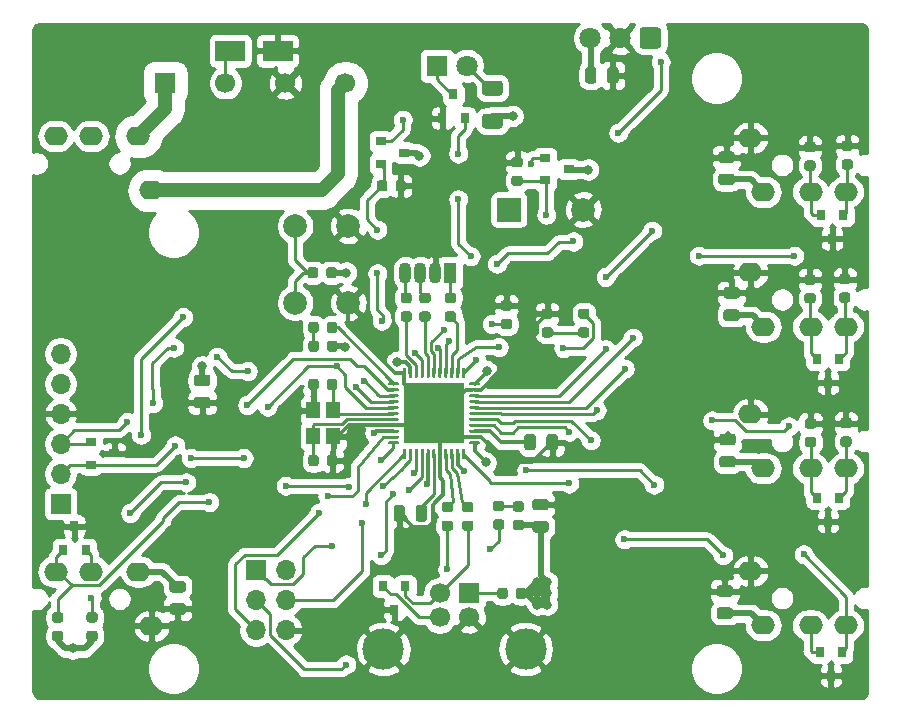
<source format=gbl>
G04 #@! TF.GenerationSoftware,KiCad,Pcbnew,5.1.7-a382d34a8~87~ubuntu20.04.1*
G04 #@! TF.CreationDate,2020-11-13T16:05:12-05:00*
G04 #@! TF.ProjectId,atmega32u4_hub_pcb_1_3,61746d65-6761-4333-9275-345f6875625f,1.3*
G04 #@! TF.SameCoordinates,Original*
G04 #@! TF.FileFunction,Copper,L2,Bot*
G04 #@! TF.FilePolarity,Positive*
%FSLAX46Y46*%
G04 Gerber Fmt 4.6, Leading zero omitted, Abs format (unit mm)*
G04 Created by KiCad (PCBNEW 5.1.7-a382d34a8~87~ubuntu20.04.1) date 2020-11-13 16:05:12*
%MOMM*%
%LPD*%
G01*
G04 APERTURE LIST*
G04 #@! TA.AperFunction,SMDPad,CuDef*
%ADD10R,5.150000X5.150000*%
G04 #@! TD*
G04 #@! TA.AperFunction,ComponentPad*
%ADD11O,1.700000X1.700000*%
G04 #@! TD*
G04 #@! TA.AperFunction,ComponentPad*
%ADD12R,1.700000X1.700000*%
G04 #@! TD*
G04 #@! TA.AperFunction,SMDPad,CuDef*
%ADD13R,0.900000X0.800000*%
G04 #@! TD*
G04 #@! TA.AperFunction,ComponentPad*
%ADD14C,1.800000*%
G04 #@! TD*
G04 #@! TA.AperFunction,ComponentPad*
%ADD15O,2.000000X1.600000*%
G04 #@! TD*
G04 #@! TA.AperFunction,SMDPad,CuDef*
%ADD16R,0.800000X0.900000*%
G04 #@! TD*
G04 #@! TA.AperFunction,ComponentPad*
%ADD17R,1.800000X1.800000*%
G04 #@! TD*
G04 #@! TA.AperFunction,SMDPad,CuDef*
%ADD18R,1.200000X1.400000*%
G04 #@! TD*
G04 #@! TA.AperFunction,ComponentPad*
%ADD19C,2.000000*%
G04 #@! TD*
G04 #@! TA.AperFunction,ComponentPad*
%ADD20C,3.500000*%
G04 #@! TD*
G04 #@! TA.AperFunction,ComponentPad*
%ADD21C,1.700000*%
G04 #@! TD*
G04 #@! TA.AperFunction,ComponentPad*
%ADD22O,1.070000X1.800000*%
G04 #@! TD*
G04 #@! TA.AperFunction,ComponentPad*
%ADD23R,1.070000X1.800000*%
G04 #@! TD*
G04 #@! TA.AperFunction,SMDPad,CuDef*
%ADD24R,2.500000X1.800000*%
G04 #@! TD*
G04 #@! TA.AperFunction,ComponentPad*
%ADD25R,2.000000X2.000000*%
G04 #@! TD*
G04 #@! TA.AperFunction,ViaPad*
%ADD26C,0.600000*%
G04 #@! TD*
G04 #@! TA.AperFunction,ViaPad*
%ADD27C,0.800000*%
G04 #@! TD*
G04 #@! TA.AperFunction,Conductor*
%ADD28C,0.500000*%
G04 #@! TD*
G04 #@! TA.AperFunction,Conductor*
%ADD29C,0.300000*%
G04 #@! TD*
G04 #@! TA.AperFunction,Conductor*
%ADD30C,0.250000*%
G04 #@! TD*
G04 #@! TA.AperFunction,Conductor*
%ADD31C,1.200000*%
G04 #@! TD*
G04 #@! TA.AperFunction,Conductor*
%ADD32C,0.254000*%
G04 #@! TD*
G04 #@! TA.AperFunction,Conductor*
%ADD33C,0.100000*%
G04 #@! TD*
G04 APERTURE END LIST*
G04 #@! TA.AperFunction,SMDPad,CuDef*
G36*
G01*
X145629900Y-109259600D02*
X145504900Y-109259600D01*
G75*
G02*
X145442400Y-109197100I0J62500D01*
G01*
X145442400Y-108447100D01*
G75*
G02*
X145504900Y-108384600I62500J0D01*
G01*
X145629900Y-108384600D01*
G75*
G02*
X145692400Y-108447100I0J-62500D01*
G01*
X145692400Y-109197100D01*
G75*
G02*
X145629900Y-109259600I-62500J0D01*
G01*
G37*
G04 #@! TD.AperFunction*
G04 #@! TA.AperFunction,SMDPad,CuDef*
G36*
G01*
X145129900Y-109259600D02*
X145004900Y-109259600D01*
G75*
G02*
X144942400Y-109197100I0J62500D01*
G01*
X144942400Y-108447100D01*
G75*
G02*
X145004900Y-108384600I62500J0D01*
G01*
X145129900Y-108384600D01*
G75*
G02*
X145192400Y-108447100I0J-62500D01*
G01*
X145192400Y-109197100D01*
G75*
G02*
X145129900Y-109259600I-62500J0D01*
G01*
G37*
G04 #@! TD.AperFunction*
G04 #@! TA.AperFunction,SMDPad,CuDef*
G36*
G01*
X144629900Y-109259600D02*
X144504900Y-109259600D01*
G75*
G02*
X144442400Y-109197100I0J62500D01*
G01*
X144442400Y-108447100D01*
G75*
G02*
X144504900Y-108384600I62500J0D01*
G01*
X144629900Y-108384600D01*
G75*
G02*
X144692400Y-108447100I0J-62500D01*
G01*
X144692400Y-109197100D01*
G75*
G02*
X144629900Y-109259600I-62500J0D01*
G01*
G37*
G04 #@! TD.AperFunction*
G04 #@! TA.AperFunction,SMDPad,CuDef*
G36*
G01*
X144129900Y-109259600D02*
X144004900Y-109259600D01*
G75*
G02*
X143942400Y-109197100I0J62500D01*
G01*
X143942400Y-108447100D01*
G75*
G02*
X144004900Y-108384600I62500J0D01*
G01*
X144129900Y-108384600D01*
G75*
G02*
X144192400Y-108447100I0J-62500D01*
G01*
X144192400Y-109197100D01*
G75*
G02*
X144129900Y-109259600I-62500J0D01*
G01*
G37*
G04 #@! TD.AperFunction*
G04 #@! TA.AperFunction,SMDPad,CuDef*
G36*
G01*
X143629900Y-109259600D02*
X143504900Y-109259600D01*
G75*
G02*
X143442400Y-109197100I0J62500D01*
G01*
X143442400Y-108447100D01*
G75*
G02*
X143504900Y-108384600I62500J0D01*
G01*
X143629900Y-108384600D01*
G75*
G02*
X143692400Y-108447100I0J-62500D01*
G01*
X143692400Y-109197100D01*
G75*
G02*
X143629900Y-109259600I-62500J0D01*
G01*
G37*
G04 #@! TD.AperFunction*
G04 #@! TA.AperFunction,SMDPad,CuDef*
G36*
G01*
X143129900Y-109259600D02*
X143004900Y-109259600D01*
G75*
G02*
X142942400Y-109197100I0J62500D01*
G01*
X142942400Y-108447100D01*
G75*
G02*
X143004900Y-108384600I62500J0D01*
G01*
X143129900Y-108384600D01*
G75*
G02*
X143192400Y-108447100I0J-62500D01*
G01*
X143192400Y-109197100D01*
G75*
G02*
X143129900Y-109259600I-62500J0D01*
G01*
G37*
G04 #@! TD.AperFunction*
G04 #@! TA.AperFunction,SMDPad,CuDef*
G36*
G01*
X142629900Y-109259600D02*
X142504900Y-109259600D01*
G75*
G02*
X142442400Y-109197100I0J62500D01*
G01*
X142442400Y-108447100D01*
G75*
G02*
X142504900Y-108384600I62500J0D01*
G01*
X142629900Y-108384600D01*
G75*
G02*
X142692400Y-108447100I0J-62500D01*
G01*
X142692400Y-109197100D01*
G75*
G02*
X142629900Y-109259600I-62500J0D01*
G01*
G37*
G04 #@! TD.AperFunction*
G04 #@! TA.AperFunction,SMDPad,CuDef*
G36*
G01*
X142129900Y-109259600D02*
X142004900Y-109259600D01*
G75*
G02*
X141942400Y-109197100I0J62500D01*
G01*
X141942400Y-108447100D01*
G75*
G02*
X142004900Y-108384600I62500J0D01*
G01*
X142129900Y-108384600D01*
G75*
G02*
X142192400Y-108447100I0J-62500D01*
G01*
X142192400Y-109197100D01*
G75*
G02*
X142129900Y-109259600I-62500J0D01*
G01*
G37*
G04 #@! TD.AperFunction*
G04 #@! TA.AperFunction,SMDPad,CuDef*
G36*
G01*
X141629900Y-109259600D02*
X141504900Y-109259600D01*
G75*
G02*
X141442400Y-109197100I0J62500D01*
G01*
X141442400Y-108447100D01*
G75*
G02*
X141504900Y-108384600I62500J0D01*
G01*
X141629900Y-108384600D01*
G75*
G02*
X141692400Y-108447100I0J-62500D01*
G01*
X141692400Y-109197100D01*
G75*
G02*
X141629900Y-109259600I-62500J0D01*
G01*
G37*
G04 #@! TD.AperFunction*
G04 #@! TA.AperFunction,SMDPad,CuDef*
G36*
G01*
X141129900Y-109259600D02*
X141004900Y-109259600D01*
G75*
G02*
X140942400Y-109197100I0J62500D01*
G01*
X140942400Y-108447100D01*
G75*
G02*
X141004900Y-108384600I62500J0D01*
G01*
X141129900Y-108384600D01*
G75*
G02*
X141192400Y-108447100I0J-62500D01*
G01*
X141192400Y-109197100D01*
G75*
G02*
X141129900Y-109259600I-62500J0D01*
G01*
G37*
G04 #@! TD.AperFunction*
G04 #@! TA.AperFunction,SMDPad,CuDef*
G36*
G01*
X140629900Y-109259600D02*
X140504900Y-109259600D01*
G75*
G02*
X140442400Y-109197100I0J62500D01*
G01*
X140442400Y-108447100D01*
G75*
G02*
X140504900Y-108384600I62500J0D01*
G01*
X140629900Y-108384600D01*
G75*
G02*
X140692400Y-108447100I0J-62500D01*
G01*
X140692400Y-109197100D01*
G75*
G02*
X140629900Y-109259600I-62500J0D01*
G01*
G37*
G04 #@! TD.AperFunction*
G04 #@! TA.AperFunction,SMDPad,CuDef*
G36*
G01*
X140004900Y-108009600D02*
X139254900Y-108009600D01*
G75*
G02*
X139192400Y-107947100I0J62500D01*
G01*
X139192400Y-107822100D01*
G75*
G02*
X139254900Y-107759600I62500J0D01*
G01*
X140004900Y-107759600D01*
G75*
G02*
X140067400Y-107822100I0J-62500D01*
G01*
X140067400Y-107947100D01*
G75*
G02*
X140004900Y-108009600I-62500J0D01*
G01*
G37*
G04 #@! TD.AperFunction*
G04 #@! TA.AperFunction,SMDPad,CuDef*
G36*
G01*
X140004900Y-107509600D02*
X139254900Y-107509600D01*
G75*
G02*
X139192400Y-107447100I0J62500D01*
G01*
X139192400Y-107322100D01*
G75*
G02*
X139254900Y-107259600I62500J0D01*
G01*
X140004900Y-107259600D01*
G75*
G02*
X140067400Y-107322100I0J-62500D01*
G01*
X140067400Y-107447100D01*
G75*
G02*
X140004900Y-107509600I-62500J0D01*
G01*
G37*
G04 #@! TD.AperFunction*
G04 #@! TA.AperFunction,SMDPad,CuDef*
G36*
G01*
X140004900Y-107009600D02*
X139254900Y-107009600D01*
G75*
G02*
X139192400Y-106947100I0J62500D01*
G01*
X139192400Y-106822100D01*
G75*
G02*
X139254900Y-106759600I62500J0D01*
G01*
X140004900Y-106759600D01*
G75*
G02*
X140067400Y-106822100I0J-62500D01*
G01*
X140067400Y-106947100D01*
G75*
G02*
X140004900Y-107009600I-62500J0D01*
G01*
G37*
G04 #@! TD.AperFunction*
G04 #@! TA.AperFunction,SMDPad,CuDef*
G36*
G01*
X140004900Y-106509600D02*
X139254900Y-106509600D01*
G75*
G02*
X139192400Y-106447100I0J62500D01*
G01*
X139192400Y-106322100D01*
G75*
G02*
X139254900Y-106259600I62500J0D01*
G01*
X140004900Y-106259600D01*
G75*
G02*
X140067400Y-106322100I0J-62500D01*
G01*
X140067400Y-106447100D01*
G75*
G02*
X140004900Y-106509600I-62500J0D01*
G01*
G37*
G04 #@! TD.AperFunction*
G04 #@! TA.AperFunction,SMDPad,CuDef*
G36*
G01*
X140004900Y-106009600D02*
X139254900Y-106009600D01*
G75*
G02*
X139192400Y-105947100I0J62500D01*
G01*
X139192400Y-105822100D01*
G75*
G02*
X139254900Y-105759600I62500J0D01*
G01*
X140004900Y-105759600D01*
G75*
G02*
X140067400Y-105822100I0J-62500D01*
G01*
X140067400Y-105947100D01*
G75*
G02*
X140004900Y-106009600I-62500J0D01*
G01*
G37*
G04 #@! TD.AperFunction*
G04 #@! TA.AperFunction,SMDPad,CuDef*
G36*
G01*
X140004900Y-105509600D02*
X139254900Y-105509600D01*
G75*
G02*
X139192400Y-105447100I0J62500D01*
G01*
X139192400Y-105322100D01*
G75*
G02*
X139254900Y-105259600I62500J0D01*
G01*
X140004900Y-105259600D01*
G75*
G02*
X140067400Y-105322100I0J-62500D01*
G01*
X140067400Y-105447100D01*
G75*
G02*
X140004900Y-105509600I-62500J0D01*
G01*
G37*
G04 #@! TD.AperFunction*
G04 #@! TA.AperFunction,SMDPad,CuDef*
G36*
G01*
X140004900Y-105009600D02*
X139254900Y-105009600D01*
G75*
G02*
X139192400Y-104947100I0J62500D01*
G01*
X139192400Y-104822100D01*
G75*
G02*
X139254900Y-104759600I62500J0D01*
G01*
X140004900Y-104759600D01*
G75*
G02*
X140067400Y-104822100I0J-62500D01*
G01*
X140067400Y-104947100D01*
G75*
G02*
X140004900Y-105009600I-62500J0D01*
G01*
G37*
G04 #@! TD.AperFunction*
G04 #@! TA.AperFunction,SMDPad,CuDef*
G36*
G01*
X140004900Y-104509600D02*
X139254900Y-104509600D01*
G75*
G02*
X139192400Y-104447100I0J62500D01*
G01*
X139192400Y-104322100D01*
G75*
G02*
X139254900Y-104259600I62500J0D01*
G01*
X140004900Y-104259600D01*
G75*
G02*
X140067400Y-104322100I0J-62500D01*
G01*
X140067400Y-104447100D01*
G75*
G02*
X140004900Y-104509600I-62500J0D01*
G01*
G37*
G04 #@! TD.AperFunction*
G04 #@! TA.AperFunction,SMDPad,CuDef*
G36*
G01*
X140004900Y-104009600D02*
X139254900Y-104009600D01*
G75*
G02*
X139192400Y-103947100I0J62500D01*
G01*
X139192400Y-103822100D01*
G75*
G02*
X139254900Y-103759600I62500J0D01*
G01*
X140004900Y-103759600D01*
G75*
G02*
X140067400Y-103822100I0J-62500D01*
G01*
X140067400Y-103947100D01*
G75*
G02*
X140004900Y-104009600I-62500J0D01*
G01*
G37*
G04 #@! TD.AperFunction*
G04 #@! TA.AperFunction,SMDPad,CuDef*
G36*
G01*
X140004900Y-103509600D02*
X139254900Y-103509600D01*
G75*
G02*
X139192400Y-103447100I0J62500D01*
G01*
X139192400Y-103322100D01*
G75*
G02*
X139254900Y-103259600I62500J0D01*
G01*
X140004900Y-103259600D01*
G75*
G02*
X140067400Y-103322100I0J-62500D01*
G01*
X140067400Y-103447100D01*
G75*
G02*
X140004900Y-103509600I-62500J0D01*
G01*
G37*
G04 #@! TD.AperFunction*
G04 #@! TA.AperFunction,SMDPad,CuDef*
G36*
G01*
X140004900Y-103009600D02*
X139254900Y-103009600D01*
G75*
G02*
X139192400Y-102947100I0J62500D01*
G01*
X139192400Y-102822100D01*
G75*
G02*
X139254900Y-102759600I62500J0D01*
G01*
X140004900Y-102759600D01*
G75*
G02*
X140067400Y-102822100I0J-62500D01*
G01*
X140067400Y-102947100D01*
G75*
G02*
X140004900Y-103009600I-62500J0D01*
G01*
G37*
G04 #@! TD.AperFunction*
G04 #@! TA.AperFunction,SMDPad,CuDef*
G36*
G01*
X140629900Y-102384600D02*
X140504900Y-102384600D01*
G75*
G02*
X140442400Y-102322100I0J62500D01*
G01*
X140442400Y-101572100D01*
G75*
G02*
X140504900Y-101509600I62500J0D01*
G01*
X140629900Y-101509600D01*
G75*
G02*
X140692400Y-101572100I0J-62500D01*
G01*
X140692400Y-102322100D01*
G75*
G02*
X140629900Y-102384600I-62500J0D01*
G01*
G37*
G04 #@! TD.AperFunction*
G04 #@! TA.AperFunction,SMDPad,CuDef*
G36*
G01*
X141129900Y-102384600D02*
X141004900Y-102384600D01*
G75*
G02*
X140942400Y-102322100I0J62500D01*
G01*
X140942400Y-101572100D01*
G75*
G02*
X141004900Y-101509600I62500J0D01*
G01*
X141129900Y-101509600D01*
G75*
G02*
X141192400Y-101572100I0J-62500D01*
G01*
X141192400Y-102322100D01*
G75*
G02*
X141129900Y-102384600I-62500J0D01*
G01*
G37*
G04 #@! TD.AperFunction*
G04 #@! TA.AperFunction,SMDPad,CuDef*
G36*
G01*
X141629900Y-102384600D02*
X141504900Y-102384600D01*
G75*
G02*
X141442400Y-102322100I0J62500D01*
G01*
X141442400Y-101572100D01*
G75*
G02*
X141504900Y-101509600I62500J0D01*
G01*
X141629900Y-101509600D01*
G75*
G02*
X141692400Y-101572100I0J-62500D01*
G01*
X141692400Y-102322100D01*
G75*
G02*
X141629900Y-102384600I-62500J0D01*
G01*
G37*
G04 #@! TD.AperFunction*
G04 #@! TA.AperFunction,SMDPad,CuDef*
G36*
G01*
X142129900Y-102384600D02*
X142004900Y-102384600D01*
G75*
G02*
X141942400Y-102322100I0J62500D01*
G01*
X141942400Y-101572100D01*
G75*
G02*
X142004900Y-101509600I62500J0D01*
G01*
X142129900Y-101509600D01*
G75*
G02*
X142192400Y-101572100I0J-62500D01*
G01*
X142192400Y-102322100D01*
G75*
G02*
X142129900Y-102384600I-62500J0D01*
G01*
G37*
G04 #@! TD.AperFunction*
G04 #@! TA.AperFunction,SMDPad,CuDef*
G36*
G01*
X142629900Y-102384600D02*
X142504900Y-102384600D01*
G75*
G02*
X142442400Y-102322100I0J62500D01*
G01*
X142442400Y-101572100D01*
G75*
G02*
X142504900Y-101509600I62500J0D01*
G01*
X142629900Y-101509600D01*
G75*
G02*
X142692400Y-101572100I0J-62500D01*
G01*
X142692400Y-102322100D01*
G75*
G02*
X142629900Y-102384600I-62500J0D01*
G01*
G37*
G04 #@! TD.AperFunction*
G04 #@! TA.AperFunction,SMDPad,CuDef*
G36*
G01*
X143129900Y-102384600D02*
X143004900Y-102384600D01*
G75*
G02*
X142942400Y-102322100I0J62500D01*
G01*
X142942400Y-101572100D01*
G75*
G02*
X143004900Y-101509600I62500J0D01*
G01*
X143129900Y-101509600D01*
G75*
G02*
X143192400Y-101572100I0J-62500D01*
G01*
X143192400Y-102322100D01*
G75*
G02*
X143129900Y-102384600I-62500J0D01*
G01*
G37*
G04 #@! TD.AperFunction*
G04 #@! TA.AperFunction,SMDPad,CuDef*
G36*
G01*
X143629900Y-102384600D02*
X143504900Y-102384600D01*
G75*
G02*
X143442400Y-102322100I0J62500D01*
G01*
X143442400Y-101572100D01*
G75*
G02*
X143504900Y-101509600I62500J0D01*
G01*
X143629900Y-101509600D01*
G75*
G02*
X143692400Y-101572100I0J-62500D01*
G01*
X143692400Y-102322100D01*
G75*
G02*
X143629900Y-102384600I-62500J0D01*
G01*
G37*
G04 #@! TD.AperFunction*
G04 #@! TA.AperFunction,SMDPad,CuDef*
G36*
G01*
X144129900Y-102384600D02*
X144004900Y-102384600D01*
G75*
G02*
X143942400Y-102322100I0J62500D01*
G01*
X143942400Y-101572100D01*
G75*
G02*
X144004900Y-101509600I62500J0D01*
G01*
X144129900Y-101509600D01*
G75*
G02*
X144192400Y-101572100I0J-62500D01*
G01*
X144192400Y-102322100D01*
G75*
G02*
X144129900Y-102384600I-62500J0D01*
G01*
G37*
G04 #@! TD.AperFunction*
G04 #@! TA.AperFunction,SMDPad,CuDef*
G36*
G01*
X144629900Y-102384600D02*
X144504900Y-102384600D01*
G75*
G02*
X144442400Y-102322100I0J62500D01*
G01*
X144442400Y-101572100D01*
G75*
G02*
X144504900Y-101509600I62500J0D01*
G01*
X144629900Y-101509600D01*
G75*
G02*
X144692400Y-101572100I0J-62500D01*
G01*
X144692400Y-102322100D01*
G75*
G02*
X144629900Y-102384600I-62500J0D01*
G01*
G37*
G04 #@! TD.AperFunction*
G04 #@! TA.AperFunction,SMDPad,CuDef*
G36*
G01*
X145129900Y-102384600D02*
X145004900Y-102384600D01*
G75*
G02*
X144942400Y-102322100I0J62500D01*
G01*
X144942400Y-101572100D01*
G75*
G02*
X145004900Y-101509600I62500J0D01*
G01*
X145129900Y-101509600D01*
G75*
G02*
X145192400Y-101572100I0J-62500D01*
G01*
X145192400Y-102322100D01*
G75*
G02*
X145129900Y-102384600I-62500J0D01*
G01*
G37*
G04 #@! TD.AperFunction*
G04 #@! TA.AperFunction,SMDPad,CuDef*
G36*
G01*
X145629900Y-102384600D02*
X145504900Y-102384600D01*
G75*
G02*
X145442400Y-102322100I0J62500D01*
G01*
X145442400Y-101572100D01*
G75*
G02*
X145504900Y-101509600I62500J0D01*
G01*
X145629900Y-101509600D01*
G75*
G02*
X145692400Y-101572100I0J-62500D01*
G01*
X145692400Y-102322100D01*
G75*
G02*
X145629900Y-102384600I-62500J0D01*
G01*
G37*
G04 #@! TD.AperFunction*
G04 #@! TA.AperFunction,SMDPad,CuDef*
G36*
G01*
X146879900Y-103009600D02*
X146129900Y-103009600D01*
G75*
G02*
X146067400Y-102947100I0J62500D01*
G01*
X146067400Y-102822100D01*
G75*
G02*
X146129900Y-102759600I62500J0D01*
G01*
X146879900Y-102759600D01*
G75*
G02*
X146942400Y-102822100I0J-62500D01*
G01*
X146942400Y-102947100D01*
G75*
G02*
X146879900Y-103009600I-62500J0D01*
G01*
G37*
G04 #@! TD.AperFunction*
G04 #@! TA.AperFunction,SMDPad,CuDef*
G36*
G01*
X146879900Y-103509600D02*
X146129900Y-103509600D01*
G75*
G02*
X146067400Y-103447100I0J62500D01*
G01*
X146067400Y-103322100D01*
G75*
G02*
X146129900Y-103259600I62500J0D01*
G01*
X146879900Y-103259600D01*
G75*
G02*
X146942400Y-103322100I0J-62500D01*
G01*
X146942400Y-103447100D01*
G75*
G02*
X146879900Y-103509600I-62500J0D01*
G01*
G37*
G04 #@! TD.AperFunction*
G04 #@! TA.AperFunction,SMDPad,CuDef*
G36*
G01*
X146879900Y-104009600D02*
X146129900Y-104009600D01*
G75*
G02*
X146067400Y-103947100I0J62500D01*
G01*
X146067400Y-103822100D01*
G75*
G02*
X146129900Y-103759600I62500J0D01*
G01*
X146879900Y-103759600D01*
G75*
G02*
X146942400Y-103822100I0J-62500D01*
G01*
X146942400Y-103947100D01*
G75*
G02*
X146879900Y-104009600I-62500J0D01*
G01*
G37*
G04 #@! TD.AperFunction*
G04 #@! TA.AperFunction,SMDPad,CuDef*
G36*
G01*
X146879900Y-104509600D02*
X146129900Y-104509600D01*
G75*
G02*
X146067400Y-104447100I0J62500D01*
G01*
X146067400Y-104322100D01*
G75*
G02*
X146129900Y-104259600I62500J0D01*
G01*
X146879900Y-104259600D01*
G75*
G02*
X146942400Y-104322100I0J-62500D01*
G01*
X146942400Y-104447100D01*
G75*
G02*
X146879900Y-104509600I-62500J0D01*
G01*
G37*
G04 #@! TD.AperFunction*
G04 #@! TA.AperFunction,SMDPad,CuDef*
G36*
G01*
X146879900Y-105009600D02*
X146129900Y-105009600D01*
G75*
G02*
X146067400Y-104947100I0J62500D01*
G01*
X146067400Y-104822100D01*
G75*
G02*
X146129900Y-104759600I62500J0D01*
G01*
X146879900Y-104759600D01*
G75*
G02*
X146942400Y-104822100I0J-62500D01*
G01*
X146942400Y-104947100D01*
G75*
G02*
X146879900Y-105009600I-62500J0D01*
G01*
G37*
G04 #@! TD.AperFunction*
G04 #@! TA.AperFunction,SMDPad,CuDef*
G36*
G01*
X146879900Y-105509600D02*
X146129900Y-105509600D01*
G75*
G02*
X146067400Y-105447100I0J62500D01*
G01*
X146067400Y-105322100D01*
G75*
G02*
X146129900Y-105259600I62500J0D01*
G01*
X146879900Y-105259600D01*
G75*
G02*
X146942400Y-105322100I0J-62500D01*
G01*
X146942400Y-105447100D01*
G75*
G02*
X146879900Y-105509600I-62500J0D01*
G01*
G37*
G04 #@! TD.AperFunction*
G04 #@! TA.AperFunction,SMDPad,CuDef*
G36*
G01*
X146879900Y-106009600D02*
X146129900Y-106009600D01*
G75*
G02*
X146067400Y-105947100I0J62500D01*
G01*
X146067400Y-105822100D01*
G75*
G02*
X146129900Y-105759600I62500J0D01*
G01*
X146879900Y-105759600D01*
G75*
G02*
X146942400Y-105822100I0J-62500D01*
G01*
X146942400Y-105947100D01*
G75*
G02*
X146879900Y-106009600I-62500J0D01*
G01*
G37*
G04 #@! TD.AperFunction*
G04 #@! TA.AperFunction,SMDPad,CuDef*
G36*
G01*
X146879900Y-106509600D02*
X146129900Y-106509600D01*
G75*
G02*
X146067400Y-106447100I0J62500D01*
G01*
X146067400Y-106322100D01*
G75*
G02*
X146129900Y-106259600I62500J0D01*
G01*
X146879900Y-106259600D01*
G75*
G02*
X146942400Y-106322100I0J-62500D01*
G01*
X146942400Y-106447100D01*
G75*
G02*
X146879900Y-106509600I-62500J0D01*
G01*
G37*
G04 #@! TD.AperFunction*
G04 #@! TA.AperFunction,SMDPad,CuDef*
G36*
G01*
X146879900Y-107009600D02*
X146129900Y-107009600D01*
G75*
G02*
X146067400Y-106947100I0J62500D01*
G01*
X146067400Y-106822100D01*
G75*
G02*
X146129900Y-106759600I62500J0D01*
G01*
X146879900Y-106759600D01*
G75*
G02*
X146942400Y-106822100I0J-62500D01*
G01*
X146942400Y-106947100D01*
G75*
G02*
X146879900Y-107009600I-62500J0D01*
G01*
G37*
G04 #@! TD.AperFunction*
G04 #@! TA.AperFunction,SMDPad,CuDef*
G36*
G01*
X146879900Y-107509600D02*
X146129900Y-107509600D01*
G75*
G02*
X146067400Y-107447100I0J62500D01*
G01*
X146067400Y-107322100D01*
G75*
G02*
X146129900Y-107259600I62500J0D01*
G01*
X146879900Y-107259600D01*
G75*
G02*
X146942400Y-107322100I0J-62500D01*
G01*
X146942400Y-107447100D01*
G75*
G02*
X146879900Y-107509600I-62500J0D01*
G01*
G37*
G04 #@! TD.AperFunction*
G04 #@! TA.AperFunction,SMDPad,CuDef*
G36*
G01*
X146879900Y-108009600D02*
X146129900Y-108009600D01*
G75*
G02*
X146067400Y-107947100I0J62500D01*
G01*
X146067400Y-107822100D01*
G75*
G02*
X146129900Y-107759600I62500J0D01*
G01*
X146879900Y-107759600D01*
G75*
G02*
X146942400Y-107822100I0J-62500D01*
G01*
X146942400Y-107947100D01*
G75*
G02*
X146879900Y-108009600I-62500J0D01*
G01*
G37*
G04 #@! TD.AperFunction*
D10*
X143067400Y-105384600D03*
G04 #@! TA.AperFunction,SMDPad,CuDef*
G36*
G01*
X139821400Y-86362250D02*
X139821400Y-85849750D01*
G75*
G02*
X140040150Y-85631000I218750J0D01*
G01*
X140477650Y-85631000D01*
G75*
G02*
X140696400Y-85849750I0J-218750D01*
G01*
X140696400Y-86362250D01*
G75*
G02*
X140477650Y-86581000I-218750J0D01*
G01*
X140040150Y-86581000D01*
G75*
G02*
X139821400Y-86362250I0J218750D01*
G01*
G37*
G04 #@! TD.AperFunction*
G04 #@! TA.AperFunction,SMDPad,CuDef*
G36*
G01*
X138246400Y-86362250D02*
X138246400Y-85849750D01*
G75*
G02*
X138465150Y-85631000I218750J0D01*
G01*
X138902650Y-85631000D01*
G75*
G02*
X139121400Y-85849750I0J-218750D01*
G01*
X139121400Y-86362250D01*
G75*
G02*
X138902650Y-86581000I-218750J0D01*
G01*
X138465150Y-86581000D01*
G75*
G02*
X138246400Y-86362250I0J218750D01*
G01*
G37*
G04 #@! TD.AperFunction*
G04 #@! TA.AperFunction,SMDPad,CuDef*
G36*
G01*
X111457450Y-123094000D02*
X110944950Y-123094000D01*
G75*
G02*
X110726200Y-122875250I0J218750D01*
G01*
X110726200Y-122437750D01*
G75*
G02*
X110944950Y-122219000I218750J0D01*
G01*
X111457450Y-122219000D01*
G75*
G02*
X111676200Y-122437750I0J-218750D01*
G01*
X111676200Y-122875250D01*
G75*
G02*
X111457450Y-123094000I-218750J0D01*
G01*
G37*
G04 #@! TD.AperFunction*
G04 #@! TA.AperFunction,SMDPad,CuDef*
G36*
G01*
X111457450Y-124669000D02*
X110944950Y-124669000D01*
G75*
G02*
X110726200Y-124450250I0J218750D01*
G01*
X110726200Y-124012750D01*
G75*
G02*
X110944950Y-123794000I218750J0D01*
G01*
X111457450Y-123794000D01*
G75*
G02*
X111676200Y-124012750I0J-218750D01*
G01*
X111676200Y-124450250D01*
G75*
G02*
X111457450Y-124669000I-218750J0D01*
G01*
G37*
G04 #@! TD.AperFunction*
G04 #@! TA.AperFunction,SMDPad,CuDef*
G36*
G01*
X114378450Y-123094000D02*
X113865950Y-123094000D01*
G75*
G02*
X113647200Y-122875250I0J218750D01*
G01*
X113647200Y-122437750D01*
G75*
G02*
X113865950Y-122219000I218750J0D01*
G01*
X114378450Y-122219000D01*
G75*
G02*
X114597200Y-122437750I0J-218750D01*
G01*
X114597200Y-122875250D01*
G75*
G02*
X114378450Y-123094000I-218750J0D01*
G01*
G37*
G04 #@! TD.AperFunction*
G04 #@! TA.AperFunction,SMDPad,CuDef*
G36*
G01*
X114378450Y-124669000D02*
X113865950Y-124669000D01*
G75*
G02*
X113647200Y-124450250I0J218750D01*
G01*
X113647200Y-124012750D01*
G75*
G02*
X113865950Y-123794000I218750J0D01*
G01*
X114378450Y-123794000D01*
G75*
G02*
X114597200Y-124012750I0J-218750D01*
G01*
X114597200Y-124450250D01*
G75*
G02*
X114378450Y-124669000I-218750J0D01*
G01*
G37*
G04 #@! TD.AperFunction*
G04 #@! TA.AperFunction,SMDPad,CuDef*
G36*
G01*
X178310250Y-83165200D02*
X177797750Y-83165200D01*
G75*
G02*
X177579000Y-82946450I0J218750D01*
G01*
X177579000Y-82508950D01*
G75*
G02*
X177797750Y-82290200I218750J0D01*
G01*
X178310250Y-82290200D01*
G75*
G02*
X178529000Y-82508950I0J-218750D01*
G01*
X178529000Y-82946450D01*
G75*
G02*
X178310250Y-83165200I-218750J0D01*
G01*
G37*
G04 #@! TD.AperFunction*
G04 #@! TA.AperFunction,SMDPad,CuDef*
G36*
G01*
X178310250Y-84740200D02*
X177797750Y-84740200D01*
G75*
G02*
X177579000Y-84521450I0J218750D01*
G01*
X177579000Y-84083950D01*
G75*
G02*
X177797750Y-83865200I218750J0D01*
G01*
X178310250Y-83865200D01*
G75*
G02*
X178529000Y-84083950I0J-218750D01*
G01*
X178529000Y-84521450D01*
G75*
G02*
X178310250Y-84740200I-218750J0D01*
G01*
G37*
G04 #@! TD.AperFunction*
D11*
X111455200Y-100330000D03*
X111455200Y-102870000D03*
X111455200Y-105410000D03*
X111455200Y-107950000D03*
X111455200Y-110490000D03*
D12*
X111455200Y-113030000D03*
D13*
X116011200Y-108762800D03*
X114011200Y-107812800D03*
X114011200Y-109712800D03*
G04 #@! TA.AperFunction,SMDPad,CuDef*
G36*
G01*
X168147050Y-120911200D02*
X167234550Y-120911200D01*
G75*
G02*
X166990800Y-120667450I0J243750D01*
G01*
X166990800Y-120179950D01*
G75*
G02*
X167234550Y-119936200I243750J0D01*
G01*
X168147050Y-119936200D01*
G75*
G02*
X168390800Y-120179950I0J-243750D01*
G01*
X168390800Y-120667450D01*
G75*
G02*
X168147050Y-120911200I-243750J0D01*
G01*
G37*
G04 #@! TD.AperFunction*
G04 #@! TA.AperFunction,SMDPad,CuDef*
G36*
G01*
X168147050Y-122786200D02*
X167234550Y-122786200D01*
G75*
G02*
X166990800Y-122542450I0J243750D01*
G01*
X166990800Y-122054950D01*
G75*
G02*
X167234550Y-121811200I243750J0D01*
G01*
X168147050Y-121811200D01*
G75*
G02*
X168390800Y-122054950I0J-243750D01*
G01*
X168390800Y-122542450D01*
G75*
G02*
X168147050Y-122786200I-243750J0D01*
G01*
G37*
G04 #@! TD.AperFunction*
D14*
X156311600Y-73596500D03*
X158851600Y-73596500D03*
G04 #@! TA.AperFunction,ComponentPad*
G36*
G01*
X162291600Y-72944900D02*
X162291600Y-74248100D01*
G75*
G02*
X162043200Y-74496500I-248400J0D01*
G01*
X160740000Y-74496500D01*
G75*
G02*
X160491600Y-74248100I0J248400D01*
G01*
X160491600Y-72944900D01*
G75*
G02*
X160740000Y-72696500I248400J0D01*
G01*
X162043200Y-72696500D01*
G75*
G02*
X162291600Y-72944900I0J-248400D01*
G01*
G37*
G04 #@! TD.AperFunction*
D15*
X169850000Y-118717000D03*
X170950000Y-123317000D03*
X177950000Y-123317000D03*
X174950000Y-123317000D03*
D16*
X176682400Y-127593600D03*
X177632400Y-125593600D03*
X175732400Y-125593600D03*
G04 #@! TA.AperFunction,SMDPad,CuDef*
G36*
G01*
X157726800Y-77215050D02*
X157726800Y-76302550D01*
G75*
G02*
X157970550Y-76058800I243750J0D01*
G01*
X158458050Y-76058800D01*
G75*
G02*
X158701800Y-76302550I0J-243750D01*
G01*
X158701800Y-77215050D01*
G75*
G02*
X158458050Y-77458800I-243750J0D01*
G01*
X157970550Y-77458800D01*
G75*
G02*
X157726800Y-77215050I0J243750D01*
G01*
G37*
G04 #@! TD.AperFunction*
G04 #@! TA.AperFunction,SMDPad,CuDef*
G36*
G01*
X155851800Y-77215050D02*
X155851800Y-76302550D01*
G75*
G02*
X156095550Y-76058800I243750J0D01*
G01*
X156583050Y-76058800D01*
G75*
G02*
X156826800Y-76302550I0J-243750D01*
G01*
X156826800Y-77215050D01*
G75*
G02*
X156583050Y-77458800I-243750J0D01*
G01*
X156095550Y-77458800D01*
G75*
G02*
X155851800Y-77215050I0J243750D01*
G01*
G37*
G04 #@! TD.AperFunction*
D12*
X128000000Y-118668800D03*
D11*
X130540000Y-118668800D03*
X128000000Y-121208800D03*
X130540000Y-121208800D03*
X128000000Y-123748800D03*
X130540000Y-123748800D03*
D13*
X140547600Y-83312000D03*
X138547600Y-82362000D03*
X138547600Y-84262000D03*
X154466800Y-84709000D03*
X152466800Y-83759000D03*
X152466800Y-85659000D03*
D16*
X144716500Y-78375000D03*
X143766500Y-80375000D03*
X145666500Y-80375000D03*
D14*
X145859500Y-75946000D03*
D17*
X143319500Y-75946000D03*
G04 #@! TA.AperFunction,SMDPad,CuDef*
G36*
G01*
X147393500Y-80023000D02*
X148643500Y-80023000D01*
G75*
G02*
X148893500Y-80273000I0J-250000D01*
G01*
X148893500Y-81023000D01*
G75*
G02*
X148643500Y-81273000I-250000J0D01*
G01*
X147393500Y-81273000D01*
G75*
G02*
X147143500Y-81023000I0J250000D01*
G01*
X147143500Y-80273000D01*
G75*
G02*
X147393500Y-80023000I250000J0D01*
G01*
G37*
G04 #@! TD.AperFunction*
G04 #@! TA.AperFunction,SMDPad,CuDef*
G36*
G01*
X147393500Y-77223000D02*
X148643500Y-77223000D01*
G75*
G02*
X148893500Y-77473000I0J-250000D01*
G01*
X148893500Y-78223000D01*
G75*
G02*
X148643500Y-78473000I-250000J0D01*
G01*
X147393500Y-78473000D01*
G75*
G02*
X147143500Y-78223000I0J250000D01*
G01*
X147143500Y-77473000D01*
G75*
G02*
X147393500Y-77223000I250000J0D01*
G01*
G37*
G04 #@! TD.AperFunction*
D18*
X134555600Y-107322800D03*
X134555600Y-105122800D03*
X132855600Y-105122800D03*
X132855600Y-107322800D03*
D19*
X131318000Y-89512000D03*
X135818000Y-89512000D03*
X131318000Y-96012000D03*
X135818000Y-96012000D03*
G04 #@! TA.AperFunction,SMDPad,CuDef*
G36*
G01*
X145666750Y-114459500D02*
X146179250Y-114459500D01*
G75*
G02*
X146398000Y-114678250I0J-218750D01*
G01*
X146398000Y-115115750D01*
G75*
G02*
X146179250Y-115334500I-218750J0D01*
G01*
X145666750Y-115334500D01*
G75*
G02*
X145448000Y-115115750I0J218750D01*
G01*
X145448000Y-114678250D01*
G75*
G02*
X145666750Y-114459500I218750J0D01*
G01*
G37*
G04 #@! TD.AperFunction*
G04 #@! TA.AperFunction,SMDPad,CuDef*
G36*
G01*
X145666750Y-112884500D02*
X146179250Y-112884500D01*
G75*
G02*
X146398000Y-113103250I0J-218750D01*
G01*
X146398000Y-113540750D01*
G75*
G02*
X146179250Y-113759500I-218750J0D01*
G01*
X145666750Y-113759500D01*
G75*
G02*
X145448000Y-113540750I0J218750D01*
G01*
X145448000Y-113103250D01*
G75*
G02*
X145666750Y-112884500I218750J0D01*
G01*
G37*
G04 #@! TD.AperFunction*
G04 #@! TA.AperFunction,SMDPad,CuDef*
G36*
G01*
X143952250Y-114459500D02*
X144464750Y-114459500D01*
G75*
G02*
X144683500Y-114678250I0J-218750D01*
G01*
X144683500Y-115115750D01*
G75*
G02*
X144464750Y-115334500I-218750J0D01*
G01*
X143952250Y-115334500D01*
G75*
G02*
X143733500Y-115115750I0J218750D01*
G01*
X143733500Y-114678250D01*
G75*
G02*
X143952250Y-114459500I218750J0D01*
G01*
G37*
G04 #@! TD.AperFunction*
G04 #@! TA.AperFunction,SMDPad,CuDef*
G36*
G01*
X143952250Y-112884500D02*
X144464750Y-112884500D01*
G75*
G02*
X144683500Y-113103250I0J-218750D01*
G01*
X144683500Y-113540750D01*
G75*
G02*
X144464750Y-113759500I-218750J0D01*
G01*
X143952250Y-113759500D01*
G75*
G02*
X143733500Y-113540750I0J218750D01*
G01*
X143733500Y-113103250D01*
G75*
G02*
X143952250Y-112884500I218750J0D01*
G01*
G37*
G04 #@! TD.AperFunction*
G04 #@! TA.AperFunction,SMDPad,CuDef*
G36*
G01*
X149455850Y-96678000D02*
X148943350Y-96678000D01*
G75*
G02*
X148724600Y-96459250I0J218750D01*
G01*
X148724600Y-96021750D01*
G75*
G02*
X148943350Y-95803000I218750J0D01*
G01*
X149455850Y-95803000D01*
G75*
G02*
X149674600Y-96021750I0J-218750D01*
G01*
X149674600Y-96459250D01*
G75*
G02*
X149455850Y-96678000I-218750J0D01*
G01*
G37*
G04 #@! TD.AperFunction*
G04 #@! TA.AperFunction,SMDPad,CuDef*
G36*
G01*
X149455850Y-98253000D02*
X148943350Y-98253000D01*
G75*
G02*
X148724600Y-98034250I0J218750D01*
G01*
X148724600Y-97596750D01*
G75*
G02*
X148943350Y-97378000I218750J0D01*
G01*
X149455850Y-97378000D01*
G75*
G02*
X149674600Y-97596750I0J-218750D01*
G01*
X149674600Y-98034250D01*
G75*
G02*
X149455850Y-98253000I-218750J0D01*
G01*
G37*
G04 #@! TD.AperFunction*
G04 #@! TA.AperFunction,SMDPad,CuDef*
G36*
G01*
X133254000Y-93215750D02*
X133254000Y-93728250D01*
G75*
G02*
X133035250Y-93947000I-218750J0D01*
G01*
X132597750Y-93947000D01*
G75*
G02*
X132379000Y-93728250I0J218750D01*
G01*
X132379000Y-93215750D01*
G75*
G02*
X132597750Y-92997000I218750J0D01*
G01*
X133035250Y-92997000D01*
G75*
G02*
X133254000Y-93215750I0J-218750D01*
G01*
G37*
G04 #@! TD.AperFunction*
G04 #@! TA.AperFunction,SMDPad,CuDef*
G36*
G01*
X134829000Y-93215750D02*
X134829000Y-93728250D01*
G75*
G02*
X134610250Y-93947000I-218750J0D01*
G01*
X134172750Y-93947000D01*
G75*
G02*
X133954000Y-93728250I0J218750D01*
G01*
X133954000Y-93215750D01*
G75*
G02*
X134172750Y-92997000I218750J0D01*
G01*
X134610250Y-92997000D01*
G75*
G02*
X134829000Y-93215750I0J-218750D01*
G01*
G37*
G04 #@! TD.AperFunction*
G04 #@! TA.AperFunction,SMDPad,CuDef*
G36*
G01*
X155496550Y-98089200D02*
X156009050Y-98089200D01*
G75*
G02*
X156227800Y-98307950I0J-218750D01*
G01*
X156227800Y-98745450D01*
G75*
G02*
X156009050Y-98964200I-218750J0D01*
G01*
X155496550Y-98964200D01*
G75*
G02*
X155277800Y-98745450I0J218750D01*
G01*
X155277800Y-98307950D01*
G75*
G02*
X155496550Y-98089200I218750J0D01*
G01*
G37*
G04 #@! TD.AperFunction*
G04 #@! TA.AperFunction,SMDPad,CuDef*
G36*
G01*
X155496550Y-96514200D02*
X156009050Y-96514200D01*
G75*
G02*
X156227800Y-96732950I0J-218750D01*
G01*
X156227800Y-97170450D01*
G75*
G02*
X156009050Y-97389200I-218750J0D01*
G01*
X155496550Y-97389200D01*
G75*
G02*
X155277800Y-97170450I0J218750D01*
G01*
X155277800Y-96732950D01*
G75*
G02*
X155496550Y-96514200I218750J0D01*
G01*
G37*
G04 #@! TD.AperFunction*
G04 #@! TA.AperFunction,SMDPad,CuDef*
G36*
G01*
X133317500Y-99438750D02*
X133317500Y-99951250D01*
G75*
G02*
X133098750Y-100170000I-218750J0D01*
G01*
X132661250Y-100170000D01*
G75*
G02*
X132442500Y-99951250I0J218750D01*
G01*
X132442500Y-99438750D01*
G75*
G02*
X132661250Y-99220000I218750J0D01*
G01*
X133098750Y-99220000D01*
G75*
G02*
X133317500Y-99438750I0J-218750D01*
G01*
G37*
G04 #@! TD.AperFunction*
G04 #@! TA.AperFunction,SMDPad,CuDef*
G36*
G01*
X134892500Y-99438750D02*
X134892500Y-99951250D01*
G75*
G02*
X134673750Y-100170000I-218750J0D01*
G01*
X134236250Y-100170000D01*
G75*
G02*
X134017500Y-99951250I0J218750D01*
G01*
X134017500Y-99438750D01*
G75*
G02*
X134236250Y-99220000I218750J0D01*
G01*
X134673750Y-99220000D01*
G75*
G02*
X134892500Y-99438750I0J-218750D01*
G01*
G37*
G04 #@! TD.AperFunction*
G04 #@! TA.AperFunction,SMDPad,CuDef*
G36*
G01*
X150471850Y-113696000D02*
X149959350Y-113696000D01*
G75*
G02*
X149740600Y-113477250I0J218750D01*
G01*
X149740600Y-113039750D01*
G75*
G02*
X149959350Y-112821000I218750J0D01*
G01*
X150471850Y-112821000D01*
G75*
G02*
X150690600Y-113039750I0J-218750D01*
G01*
X150690600Y-113477250D01*
G75*
G02*
X150471850Y-113696000I-218750J0D01*
G01*
G37*
G04 #@! TD.AperFunction*
G04 #@! TA.AperFunction,SMDPad,CuDef*
G36*
G01*
X150471850Y-115271000D02*
X149959350Y-115271000D01*
G75*
G02*
X149740600Y-115052250I0J218750D01*
G01*
X149740600Y-114614750D01*
G75*
G02*
X149959350Y-114396000I218750J0D01*
G01*
X150471850Y-114396000D01*
G75*
G02*
X150690600Y-114614750I0J-218750D01*
G01*
X150690600Y-115052250D01*
G75*
G02*
X150471850Y-115271000I-218750J0D01*
G01*
G37*
G04 #@! TD.AperFunction*
G04 #@! TA.AperFunction,SMDPad,CuDef*
G36*
G01*
X149319500Y-120368350D02*
X149319500Y-120880850D01*
G75*
G02*
X149100750Y-121099600I-218750J0D01*
G01*
X148663250Y-121099600D01*
G75*
G02*
X148444500Y-120880850I0J218750D01*
G01*
X148444500Y-120368350D01*
G75*
G02*
X148663250Y-120149600I218750J0D01*
G01*
X149100750Y-120149600D01*
G75*
G02*
X149319500Y-120368350I0J-218750D01*
G01*
G37*
G04 #@! TD.AperFunction*
G04 #@! TA.AperFunction,SMDPad,CuDef*
G36*
G01*
X150894500Y-120368350D02*
X150894500Y-120880850D01*
G75*
G02*
X150675750Y-121099600I-218750J0D01*
G01*
X150238250Y-121099600D01*
G75*
G02*
X150019500Y-120880850I0J218750D01*
G01*
X150019500Y-120368350D01*
G75*
G02*
X150238250Y-120149600I218750J0D01*
G01*
X150675750Y-120149600D01*
G75*
G02*
X150894500Y-120368350I0J-218750D01*
G01*
G37*
G04 #@! TD.AperFunction*
D16*
X139700000Y-122005600D03*
X140650000Y-120005600D03*
X138750000Y-120005600D03*
X176428400Y-114538000D03*
X177378400Y-112538000D03*
X175478400Y-112538000D03*
X176428400Y-102803200D03*
X177378400Y-100803200D03*
X175478400Y-100803200D03*
X176784000Y-90611200D03*
X177734000Y-88611200D03*
X175834000Y-88611200D03*
X112623600Y-114925600D03*
X111673600Y-116925600D03*
X113573600Y-116925600D03*
G04 #@! TA.AperFunction,SMDPad,CuDef*
G36*
G01*
X152397750Y-98089200D02*
X152910250Y-98089200D01*
G75*
G02*
X153129000Y-98307950I0J-218750D01*
G01*
X153129000Y-98745450D01*
G75*
G02*
X152910250Y-98964200I-218750J0D01*
G01*
X152397750Y-98964200D01*
G75*
G02*
X152179000Y-98745450I0J218750D01*
G01*
X152179000Y-98307950D01*
G75*
G02*
X152397750Y-98089200I218750J0D01*
G01*
G37*
G04 #@! TD.AperFunction*
G04 #@! TA.AperFunction,SMDPad,CuDef*
G36*
G01*
X152397750Y-96514200D02*
X152910250Y-96514200D01*
G75*
G02*
X153129000Y-96732950I0J-218750D01*
G01*
X153129000Y-97170450D01*
G75*
G02*
X152910250Y-97389200I-218750J0D01*
G01*
X152397750Y-97389200D01*
G75*
G02*
X152179000Y-97170450I0J218750D01*
G01*
X152179000Y-96732950D01*
G75*
G02*
X152397750Y-96514200I218750J0D01*
G01*
G37*
G04 #@! TD.AperFunction*
G04 #@! TA.AperFunction,SMDPad,CuDef*
G36*
G01*
X133304800Y-97838550D02*
X133304800Y-98351050D01*
G75*
G02*
X133086050Y-98569800I-218750J0D01*
G01*
X132648550Y-98569800D01*
G75*
G02*
X132429800Y-98351050I0J218750D01*
G01*
X132429800Y-97838550D01*
G75*
G02*
X132648550Y-97619800I218750J0D01*
G01*
X133086050Y-97619800D01*
G75*
G02*
X133304800Y-97838550I0J-218750D01*
G01*
G37*
G04 #@! TD.AperFunction*
G04 #@! TA.AperFunction,SMDPad,CuDef*
G36*
G01*
X134879800Y-97838550D02*
X134879800Y-98351050D01*
G75*
G02*
X134661050Y-98569800I-218750J0D01*
G01*
X134223550Y-98569800D01*
G75*
G02*
X134004800Y-98351050I0J218750D01*
G01*
X134004800Y-97838550D01*
G75*
G02*
X134223550Y-97619800I218750J0D01*
G01*
X134661050Y-97619800D01*
G75*
G02*
X134879800Y-97838550I0J-218750D01*
G01*
G37*
G04 #@! TD.AperFunction*
G04 #@! TA.AperFunction,SMDPad,CuDef*
G36*
G01*
X148795450Y-115220200D02*
X148282950Y-115220200D01*
G75*
G02*
X148064200Y-115001450I0J218750D01*
G01*
X148064200Y-114563950D01*
G75*
G02*
X148282950Y-114345200I218750J0D01*
G01*
X148795450Y-114345200D01*
G75*
G02*
X149014200Y-114563950I0J-218750D01*
G01*
X149014200Y-115001450D01*
G75*
G02*
X148795450Y-115220200I-218750J0D01*
G01*
G37*
G04 #@! TD.AperFunction*
G04 #@! TA.AperFunction,SMDPad,CuDef*
G36*
G01*
X148795450Y-113645200D02*
X148282950Y-113645200D01*
G75*
G02*
X148064200Y-113426450I0J218750D01*
G01*
X148064200Y-112988950D01*
G75*
G02*
X148282950Y-112770200I218750J0D01*
G01*
X148795450Y-112770200D01*
G75*
G02*
X149014200Y-112988950I0J-218750D01*
G01*
X149014200Y-113426450D01*
G75*
G02*
X148795450Y-113645200I-218750J0D01*
G01*
G37*
G04 #@! TD.AperFunction*
G04 #@! TA.AperFunction,SMDPad,CuDef*
G36*
G01*
X151638950Y-114496000D02*
X152551450Y-114496000D01*
G75*
G02*
X152795200Y-114739750I0J-243750D01*
G01*
X152795200Y-115227250D01*
G75*
G02*
X152551450Y-115471000I-243750J0D01*
G01*
X151638950Y-115471000D01*
G75*
G02*
X151395200Y-115227250I0J243750D01*
G01*
X151395200Y-114739750D01*
G75*
G02*
X151638950Y-114496000I243750J0D01*
G01*
G37*
G04 #@! TD.AperFunction*
G04 #@! TA.AperFunction,SMDPad,CuDef*
G36*
G01*
X151638950Y-112621000D02*
X152551450Y-112621000D01*
G75*
G02*
X152795200Y-112864750I0J-243750D01*
G01*
X152795200Y-113352250D01*
G75*
G02*
X152551450Y-113596000I-243750J0D01*
G01*
X151638950Y-113596000D01*
G75*
G02*
X151395200Y-113352250I0J243750D01*
G01*
X151395200Y-112864750D01*
G75*
G02*
X151638950Y-112621000I243750J0D01*
G01*
G37*
G04 #@! TD.AperFunction*
G04 #@! TA.AperFunction,SMDPad,CuDef*
G36*
G01*
X133304800Y-102664550D02*
X133304800Y-103177050D01*
G75*
G02*
X133086050Y-103395800I-218750J0D01*
G01*
X132648550Y-103395800D01*
G75*
G02*
X132429800Y-103177050I0J218750D01*
G01*
X132429800Y-102664550D01*
G75*
G02*
X132648550Y-102445800I218750J0D01*
G01*
X133086050Y-102445800D01*
G75*
G02*
X133304800Y-102664550I0J-218750D01*
G01*
G37*
G04 #@! TD.AperFunction*
G04 #@! TA.AperFunction,SMDPad,CuDef*
G36*
G01*
X134879800Y-102664550D02*
X134879800Y-103177050D01*
G75*
G02*
X134661050Y-103395800I-218750J0D01*
G01*
X134223550Y-103395800D01*
G75*
G02*
X134004800Y-103177050I0J218750D01*
G01*
X134004800Y-102664550D01*
G75*
G02*
X134223550Y-102445800I218750J0D01*
G01*
X134661050Y-102445800D01*
G75*
G02*
X134879800Y-102664550I0J-218750D01*
G01*
G37*
G04 #@! TD.AperFunction*
G04 #@! TA.AperFunction,SMDPad,CuDef*
G36*
G01*
X168299450Y-84182800D02*
X167386950Y-84182800D01*
G75*
G02*
X167143200Y-83939050I0J243750D01*
G01*
X167143200Y-83451550D01*
G75*
G02*
X167386950Y-83207800I243750J0D01*
G01*
X168299450Y-83207800D01*
G75*
G02*
X168543200Y-83451550I0J-243750D01*
G01*
X168543200Y-83939050D01*
G75*
G02*
X168299450Y-84182800I-243750J0D01*
G01*
G37*
G04 #@! TD.AperFunction*
G04 #@! TA.AperFunction,SMDPad,CuDef*
G36*
G01*
X168299450Y-86057800D02*
X167386950Y-86057800D01*
G75*
G02*
X167143200Y-85814050I0J243750D01*
G01*
X167143200Y-85326550D01*
G75*
G02*
X167386950Y-85082800I243750J0D01*
G01*
X168299450Y-85082800D01*
G75*
G02*
X168543200Y-85326550I0J-243750D01*
G01*
X168543200Y-85814050D01*
G75*
G02*
X168299450Y-86057800I-243750J0D01*
G01*
G37*
G04 #@! TD.AperFunction*
G04 #@! TA.AperFunction,SMDPad,CuDef*
G36*
G01*
X122987750Y-103980400D02*
X123900250Y-103980400D01*
G75*
G02*
X124144000Y-104224150I0J-243750D01*
G01*
X124144000Y-104711650D01*
G75*
G02*
X123900250Y-104955400I-243750J0D01*
G01*
X122987750Y-104955400D01*
G75*
G02*
X122744000Y-104711650I0J243750D01*
G01*
X122744000Y-104224150D01*
G75*
G02*
X122987750Y-103980400I243750J0D01*
G01*
G37*
G04 #@! TD.AperFunction*
G04 #@! TA.AperFunction,SMDPad,CuDef*
G36*
G01*
X122987750Y-102105400D02*
X123900250Y-102105400D01*
G75*
G02*
X124144000Y-102349150I0J-243750D01*
G01*
X124144000Y-102836650D01*
G75*
G02*
X123900250Y-103080400I-243750J0D01*
G01*
X122987750Y-103080400D01*
G75*
G02*
X122744000Y-102836650I0J243750D01*
G01*
X122744000Y-102349150D01*
G75*
G02*
X122987750Y-102105400I243750J0D01*
G01*
G37*
G04 #@! TD.AperFunction*
G04 #@! TA.AperFunction,SMDPad,CuDef*
G36*
G01*
X152596000Y-108279250D02*
X152596000Y-107366750D01*
G75*
G02*
X152839750Y-107123000I243750J0D01*
G01*
X153327250Y-107123000D01*
G75*
G02*
X153571000Y-107366750I0J-243750D01*
G01*
X153571000Y-108279250D01*
G75*
G02*
X153327250Y-108523000I-243750J0D01*
G01*
X152839750Y-108523000D01*
G75*
G02*
X152596000Y-108279250I0J243750D01*
G01*
G37*
G04 #@! TD.AperFunction*
G04 #@! TA.AperFunction,SMDPad,CuDef*
G36*
G01*
X150721000Y-108279250D02*
X150721000Y-107366750D01*
G75*
G02*
X150964750Y-107123000I243750J0D01*
G01*
X151452250Y-107123000D01*
G75*
G02*
X151696000Y-107366750I0J-243750D01*
G01*
X151696000Y-108279250D01*
G75*
G02*
X151452250Y-108523000I-243750J0D01*
G01*
X150964750Y-108523000D01*
G75*
G02*
X150721000Y-108279250I0J243750D01*
G01*
G37*
G04 #@! TD.AperFunction*
G04 #@! TA.AperFunction,SMDPad,CuDef*
G36*
G01*
X134004800Y-109628650D02*
X134004800Y-109116150D01*
G75*
G02*
X134223550Y-108897400I218750J0D01*
G01*
X134661050Y-108897400D01*
G75*
G02*
X134879800Y-109116150I0J-218750D01*
G01*
X134879800Y-109628650D01*
G75*
G02*
X134661050Y-109847400I-218750J0D01*
G01*
X134223550Y-109847400D01*
G75*
G02*
X134004800Y-109628650I0J218750D01*
G01*
G37*
G04 #@! TD.AperFunction*
G04 #@! TA.AperFunction,SMDPad,CuDef*
G36*
G01*
X132429800Y-109628650D02*
X132429800Y-109116150D01*
G75*
G02*
X132648550Y-108897400I218750J0D01*
G01*
X133086050Y-108897400D01*
G75*
G02*
X133304800Y-109116150I0J-218750D01*
G01*
X133304800Y-109628650D01*
G75*
G02*
X133086050Y-109847400I-218750J0D01*
G01*
X132648550Y-109847400D01*
G75*
G02*
X132429800Y-109628650I0J218750D01*
G01*
G37*
G04 #@! TD.AperFunction*
G04 #@! TA.AperFunction,SMDPad,CuDef*
G36*
G01*
X140621600Y-113386550D02*
X140621600Y-114299050D01*
G75*
G02*
X140377850Y-114542800I-243750J0D01*
G01*
X139890350Y-114542800D01*
G75*
G02*
X139646600Y-114299050I0J243750D01*
G01*
X139646600Y-113386550D01*
G75*
G02*
X139890350Y-113142800I243750J0D01*
G01*
X140377850Y-113142800D01*
G75*
G02*
X140621600Y-113386550I0J-243750D01*
G01*
G37*
G04 #@! TD.AperFunction*
G04 #@! TA.AperFunction,SMDPad,CuDef*
G36*
G01*
X142496600Y-113386550D02*
X142496600Y-114299050D01*
G75*
G02*
X142252850Y-114542800I-243750J0D01*
G01*
X141765350Y-114542800D01*
G75*
G02*
X141521600Y-114299050I0J243750D01*
G01*
X141521600Y-113386550D01*
G75*
G02*
X141765350Y-113142800I243750J0D01*
G01*
X142252850Y-113142800D01*
G75*
G02*
X142496600Y-113386550I0J-243750D01*
G01*
G37*
G04 #@! TD.AperFunction*
G04 #@! TA.AperFunction,SMDPad,CuDef*
G36*
G01*
X168388350Y-108084200D02*
X167475850Y-108084200D01*
G75*
G02*
X167232100Y-107840450I0J243750D01*
G01*
X167232100Y-107352950D01*
G75*
G02*
X167475850Y-107109200I243750J0D01*
G01*
X168388350Y-107109200D01*
G75*
G02*
X168632100Y-107352950I0J-243750D01*
G01*
X168632100Y-107840450D01*
G75*
G02*
X168388350Y-108084200I-243750J0D01*
G01*
G37*
G04 #@! TD.AperFunction*
G04 #@! TA.AperFunction,SMDPad,CuDef*
G36*
G01*
X168388350Y-109959200D02*
X167475850Y-109959200D01*
G75*
G02*
X167232100Y-109715450I0J243750D01*
G01*
X167232100Y-109227950D01*
G75*
G02*
X167475850Y-108984200I243750J0D01*
G01*
X168388350Y-108984200D01*
G75*
G02*
X168632100Y-109227950I0J-243750D01*
G01*
X168632100Y-109715450D01*
G75*
G02*
X168388350Y-109959200I-243750J0D01*
G01*
G37*
G04 #@! TD.AperFunction*
G04 #@! TA.AperFunction,SMDPad,CuDef*
G36*
G01*
X120904950Y-121455600D02*
X121817450Y-121455600D01*
G75*
G02*
X122061200Y-121699350I0J-243750D01*
G01*
X122061200Y-122186850D01*
G75*
G02*
X121817450Y-122430600I-243750J0D01*
G01*
X120904950Y-122430600D01*
G75*
G02*
X120661200Y-122186850I0J243750D01*
G01*
X120661200Y-121699350D01*
G75*
G02*
X120904950Y-121455600I243750J0D01*
G01*
G37*
G04 #@! TD.AperFunction*
G04 #@! TA.AperFunction,SMDPad,CuDef*
G36*
G01*
X120904950Y-119580600D02*
X121817450Y-119580600D01*
G75*
G02*
X122061200Y-119824350I0J-243750D01*
G01*
X122061200Y-120311850D01*
G75*
G02*
X121817450Y-120555600I-243750J0D01*
G01*
X120904950Y-120555600D01*
G75*
G02*
X120661200Y-120311850I0J243750D01*
G01*
X120661200Y-119824350D01*
G75*
G02*
X120904950Y-119580600I243750J0D01*
G01*
G37*
G04 #@! TD.AperFunction*
D20*
X138780000Y-125334600D03*
X150820000Y-125334600D03*
D21*
X146050000Y-122624600D03*
X143550000Y-122624600D03*
X143550000Y-120624600D03*
D12*
X146050000Y-120624600D03*
G04 #@! TA.AperFunction,SMDPad,CuDef*
G36*
G01*
X168718550Y-95676300D02*
X167806050Y-95676300D01*
G75*
G02*
X167562300Y-95432550I0J243750D01*
G01*
X167562300Y-94945050D01*
G75*
G02*
X167806050Y-94701300I243750J0D01*
G01*
X168718550Y-94701300D01*
G75*
G02*
X168962300Y-94945050I0J-243750D01*
G01*
X168962300Y-95432550D01*
G75*
G02*
X168718550Y-95676300I-243750J0D01*
G01*
G37*
G04 #@! TD.AperFunction*
G04 #@! TA.AperFunction,SMDPad,CuDef*
G36*
G01*
X168718550Y-97551300D02*
X167806050Y-97551300D01*
G75*
G02*
X167562300Y-97307550I0J243750D01*
G01*
X167562300Y-96820050D01*
G75*
G02*
X167806050Y-96576300I243750J0D01*
G01*
X168718550Y-96576300D01*
G75*
G02*
X168962300Y-96820050I0J-243750D01*
G01*
X168962300Y-97307550D01*
G75*
G02*
X168718550Y-97551300I-243750J0D01*
G01*
G37*
G04 #@! TD.AperFunction*
G04 #@! TA.AperFunction,SMDPad,CuDef*
G36*
G01*
X178208650Y-106634800D02*
X177696150Y-106634800D01*
G75*
G02*
X177477400Y-106416050I0J218750D01*
G01*
X177477400Y-105978550D01*
G75*
G02*
X177696150Y-105759800I218750J0D01*
G01*
X178208650Y-105759800D01*
G75*
G02*
X178427400Y-105978550I0J-218750D01*
G01*
X178427400Y-106416050D01*
G75*
G02*
X178208650Y-106634800I-218750J0D01*
G01*
G37*
G04 #@! TD.AperFunction*
G04 #@! TA.AperFunction,SMDPad,CuDef*
G36*
G01*
X178208650Y-108209800D02*
X177696150Y-108209800D01*
G75*
G02*
X177477400Y-107991050I0J218750D01*
G01*
X177477400Y-107553550D01*
G75*
G02*
X177696150Y-107334800I218750J0D01*
G01*
X178208650Y-107334800D01*
G75*
G02*
X178427400Y-107553550I0J-218750D01*
G01*
X178427400Y-107991050D01*
G75*
G02*
X178208650Y-108209800I-218750J0D01*
G01*
G37*
G04 #@! TD.AperFunction*
G04 #@! TA.AperFunction,SMDPad,CuDef*
G36*
G01*
X144206250Y-96743000D02*
X144718750Y-96743000D01*
G75*
G02*
X144937500Y-96961750I0J-218750D01*
G01*
X144937500Y-97399250D01*
G75*
G02*
X144718750Y-97618000I-218750J0D01*
G01*
X144206250Y-97618000D01*
G75*
G02*
X143987500Y-97399250I0J218750D01*
G01*
X143987500Y-96961750D01*
G75*
G02*
X144206250Y-96743000I218750J0D01*
G01*
G37*
G04 #@! TD.AperFunction*
G04 #@! TA.AperFunction,SMDPad,CuDef*
G36*
G01*
X144206250Y-95168000D02*
X144718750Y-95168000D01*
G75*
G02*
X144937500Y-95386750I0J-218750D01*
G01*
X144937500Y-95824250D01*
G75*
G02*
X144718750Y-96043000I-218750J0D01*
G01*
X144206250Y-96043000D01*
G75*
G02*
X143987500Y-95824250I0J218750D01*
G01*
X143987500Y-95386750D01*
G75*
G02*
X144206250Y-95168000I218750J0D01*
G01*
G37*
G04 #@! TD.AperFunction*
G04 #@! TA.AperFunction,SMDPad,CuDef*
G36*
G01*
X142047250Y-96743000D02*
X142559750Y-96743000D01*
G75*
G02*
X142778500Y-96961750I0J-218750D01*
G01*
X142778500Y-97399250D01*
G75*
G02*
X142559750Y-97618000I-218750J0D01*
G01*
X142047250Y-97618000D01*
G75*
G02*
X141828500Y-97399250I0J218750D01*
G01*
X141828500Y-96961750D01*
G75*
G02*
X142047250Y-96743000I218750J0D01*
G01*
G37*
G04 #@! TD.AperFunction*
G04 #@! TA.AperFunction,SMDPad,CuDef*
G36*
G01*
X142047250Y-95168000D02*
X142559750Y-95168000D01*
G75*
G02*
X142778500Y-95386750I0J-218750D01*
G01*
X142778500Y-95824250D01*
G75*
G02*
X142559750Y-96043000I-218750J0D01*
G01*
X142047250Y-96043000D01*
G75*
G02*
X141828500Y-95824250I0J218750D01*
G01*
X141828500Y-95386750D01*
G75*
G02*
X142047250Y-95168000I218750J0D01*
G01*
G37*
G04 #@! TD.AperFunction*
G04 #@! TA.AperFunction,SMDPad,CuDef*
G36*
G01*
X175211450Y-106685600D02*
X174698950Y-106685600D01*
G75*
G02*
X174480200Y-106466850I0J218750D01*
G01*
X174480200Y-106029350D01*
G75*
G02*
X174698950Y-105810600I218750J0D01*
G01*
X175211450Y-105810600D01*
G75*
G02*
X175430200Y-106029350I0J-218750D01*
G01*
X175430200Y-106466850D01*
G75*
G02*
X175211450Y-106685600I-218750J0D01*
G01*
G37*
G04 #@! TD.AperFunction*
G04 #@! TA.AperFunction,SMDPad,CuDef*
G36*
G01*
X175211450Y-108260600D02*
X174698950Y-108260600D01*
G75*
G02*
X174480200Y-108041850I0J218750D01*
G01*
X174480200Y-107604350D01*
G75*
G02*
X174698950Y-107385600I218750J0D01*
G01*
X175211450Y-107385600D01*
G75*
G02*
X175430200Y-107604350I0J-218750D01*
G01*
X175430200Y-108041850D01*
G75*
G02*
X175211450Y-108260600I-218750J0D01*
G01*
G37*
G04 #@! TD.AperFunction*
G04 #@! TA.AperFunction,SMDPad,CuDef*
G36*
G01*
X178107050Y-94442800D02*
X177594550Y-94442800D01*
G75*
G02*
X177375800Y-94224050I0J218750D01*
G01*
X177375800Y-93786550D01*
G75*
G02*
X177594550Y-93567800I218750J0D01*
G01*
X178107050Y-93567800D01*
G75*
G02*
X178325800Y-93786550I0J-218750D01*
G01*
X178325800Y-94224050D01*
G75*
G02*
X178107050Y-94442800I-218750J0D01*
G01*
G37*
G04 #@! TD.AperFunction*
G04 #@! TA.AperFunction,SMDPad,CuDef*
G36*
G01*
X178107050Y-96017800D02*
X177594550Y-96017800D01*
G75*
G02*
X177375800Y-95799050I0J218750D01*
G01*
X177375800Y-95361550D01*
G75*
G02*
X177594550Y-95142800I218750J0D01*
G01*
X178107050Y-95142800D01*
G75*
G02*
X178325800Y-95361550I0J-218750D01*
G01*
X178325800Y-95799050D01*
G75*
G02*
X178107050Y-96017800I-218750J0D01*
G01*
G37*
G04 #@! TD.AperFunction*
G04 #@! TA.AperFunction,SMDPad,CuDef*
G36*
G01*
X175160650Y-94493600D02*
X174648150Y-94493600D01*
G75*
G02*
X174429400Y-94274850I0J218750D01*
G01*
X174429400Y-93837350D01*
G75*
G02*
X174648150Y-93618600I218750J0D01*
G01*
X175160650Y-93618600D01*
G75*
G02*
X175379400Y-93837350I0J-218750D01*
G01*
X175379400Y-94274850D01*
G75*
G02*
X175160650Y-94493600I-218750J0D01*
G01*
G37*
G04 #@! TD.AperFunction*
G04 #@! TA.AperFunction,SMDPad,CuDef*
G36*
G01*
X175160650Y-96068600D02*
X174648150Y-96068600D01*
G75*
G02*
X174429400Y-95849850I0J218750D01*
G01*
X174429400Y-95412350D01*
G75*
G02*
X174648150Y-95193600I218750J0D01*
G01*
X175160650Y-95193600D01*
G75*
G02*
X175379400Y-95412350I0J-218750D01*
G01*
X175379400Y-95849850D01*
G75*
G02*
X175160650Y-96068600I-218750J0D01*
G01*
G37*
G04 #@! TD.AperFunction*
G04 #@! TA.AperFunction,SMDPad,CuDef*
G36*
G01*
X150357550Y-84549500D02*
X149845050Y-84549500D01*
G75*
G02*
X149626300Y-84330750I0J218750D01*
G01*
X149626300Y-83893250D01*
G75*
G02*
X149845050Y-83674500I218750J0D01*
G01*
X150357550Y-83674500D01*
G75*
G02*
X150576300Y-83893250I0J-218750D01*
G01*
X150576300Y-84330750D01*
G75*
G02*
X150357550Y-84549500I-218750J0D01*
G01*
G37*
G04 #@! TD.AperFunction*
G04 #@! TA.AperFunction,SMDPad,CuDef*
G36*
G01*
X150357550Y-86124500D02*
X149845050Y-86124500D01*
G75*
G02*
X149626300Y-85905750I0J218750D01*
G01*
X149626300Y-85468250D01*
G75*
G02*
X149845050Y-85249500I218750J0D01*
G01*
X150357550Y-85249500D01*
G75*
G02*
X150576300Y-85468250I0J-218750D01*
G01*
X150576300Y-85905750D01*
G75*
G02*
X150357550Y-86124500I-218750J0D01*
G01*
G37*
G04 #@! TD.AperFunction*
G04 #@! TA.AperFunction,SMDPad,CuDef*
G36*
G01*
X140459750Y-96743000D02*
X140972250Y-96743000D01*
G75*
G02*
X141191000Y-96961750I0J-218750D01*
G01*
X141191000Y-97399250D01*
G75*
G02*
X140972250Y-97618000I-218750J0D01*
G01*
X140459750Y-97618000D01*
G75*
G02*
X140241000Y-97399250I0J218750D01*
G01*
X140241000Y-96961750D01*
G75*
G02*
X140459750Y-96743000I218750J0D01*
G01*
G37*
G04 #@! TD.AperFunction*
G04 #@! TA.AperFunction,SMDPad,CuDef*
G36*
G01*
X140459750Y-95168000D02*
X140972250Y-95168000D01*
G75*
G02*
X141191000Y-95386750I0J-218750D01*
G01*
X141191000Y-95824250D01*
G75*
G02*
X140972250Y-96043000I-218750J0D01*
G01*
X140459750Y-96043000D01*
G75*
G02*
X140241000Y-95824250I0J218750D01*
G01*
X140241000Y-95386750D01*
G75*
G02*
X140459750Y-95168000I218750J0D01*
G01*
G37*
G04 #@! TD.AperFunction*
G04 #@! TA.AperFunction,SMDPad,CuDef*
G36*
G01*
X175160650Y-83266800D02*
X174648150Y-83266800D01*
G75*
G02*
X174429400Y-83048050I0J218750D01*
G01*
X174429400Y-82610550D01*
G75*
G02*
X174648150Y-82391800I218750J0D01*
G01*
X175160650Y-82391800D01*
G75*
G02*
X175379400Y-82610550I0J-218750D01*
G01*
X175379400Y-83048050D01*
G75*
G02*
X175160650Y-83266800I-218750J0D01*
G01*
G37*
G04 #@! TD.AperFunction*
G04 #@! TA.AperFunction,SMDPad,CuDef*
G36*
G01*
X175160650Y-84841800D02*
X174648150Y-84841800D01*
G75*
G02*
X174429400Y-84623050I0J218750D01*
G01*
X174429400Y-84185550D01*
G75*
G02*
X174648150Y-83966800I218750J0D01*
G01*
X175160650Y-83966800D01*
G75*
G02*
X175379400Y-84185550I0J-218750D01*
G01*
X175379400Y-84623050D01*
G75*
G02*
X175160650Y-84841800I-218750J0D01*
G01*
G37*
G04 #@! TD.AperFunction*
D22*
X140652500Y-93472000D03*
X141922500Y-93472000D03*
X143192500Y-93472000D03*
D23*
X144462500Y-93472000D03*
D24*
X129825500Y-74676000D03*
X125825500Y-74676000D03*
D15*
X169850000Y-105438800D03*
X170950000Y-110038800D03*
X177950000Y-110038800D03*
X174950000Y-110038800D03*
X169850000Y-93437300D03*
X170950000Y-98037300D03*
X177950000Y-98037300D03*
X174950000Y-98037300D03*
X169850000Y-82032700D03*
X170950000Y-86632700D03*
X177950000Y-86632700D03*
X174950000Y-86632700D03*
X119150000Y-123377100D03*
X118050000Y-118777100D03*
X111050000Y-118777100D03*
X114050000Y-118777100D03*
X119150000Y-86509000D03*
X118050000Y-81909000D03*
X111050000Y-81909000D03*
X114050000Y-81909000D03*
D21*
X135572500Y-77406500D03*
X130492500Y-77406500D03*
X125412500Y-77406500D03*
D12*
X120322500Y-77406500D03*
D19*
X155702800Y-88128000D03*
D25*
X149402800Y-88138000D03*
D26*
X144348200Y-99288600D03*
X152577800Y-88569800D03*
X146172109Y-92070571D03*
X145116500Y-83381900D03*
X145116500Y-87242700D03*
X143442390Y-99818503D03*
X135839200Y-111607600D03*
X124046872Y-112902896D03*
X130505200Y-111506000D03*
X136497049Y-103177351D03*
X114071400Y-121005600D03*
X134823200Y-101386810D03*
X128981200Y-104800400D03*
X122072400Y-111226600D03*
X117348000Y-113817400D03*
X156845000Y-105105200D03*
X159223338Y-101601854D03*
X154533600Y-106934000D03*
X173126400Y-106476800D03*
X166624000Y-105968800D03*
X156349700Y-107659010D03*
X159905700Y-98971100D03*
X165506400Y-92024200D03*
X173583600Y-92024200D03*
X157593933Y-99952103D03*
X157607000Y-93827600D03*
X161544000Y-89915998D03*
D27*
X149733000Y-80200500D03*
X151828500Y-119672100D03*
X151828500Y-120561100D03*
X151828500Y-121577100D03*
X152654000Y-120561100D03*
X152654000Y-119672100D03*
X152654000Y-121577100D03*
X135636000Y-93472000D03*
X156133800Y-84747100D03*
X141833600Y-83550400D03*
X147447000Y-109524800D03*
X123444000Y-101396800D03*
X112496600Y-125272800D03*
D26*
X145616407Y-110272690D03*
X142440500Y-111328200D03*
X138004256Y-107034610D03*
D27*
X147534151Y-101815552D03*
X135549457Y-99756143D03*
X139931051Y-101049775D03*
D26*
X146625700Y-100888800D03*
X147960000Y-97815500D03*
X148564600Y-99771200D03*
X154025600Y-99847400D03*
X121818400Y-97231200D03*
X122478800Y-109169200D03*
X126949200Y-109169200D03*
X133350000Y-113792000D03*
X134057005Y-112392788D03*
X118262400Y-107200702D03*
X134467600Y-116586000D03*
X137287000Y-113030000D03*
X137007600Y-114655600D03*
X138747500Y-111569500D03*
X135636000Y-126644400D03*
X138582400Y-117398800D03*
X139598400Y-112242600D03*
X141401800Y-110464600D03*
X140944600Y-111861600D03*
X147853400Y-116890800D03*
X144208500Y-118592600D03*
X140411200Y-80518000D03*
X138277600Y-93522800D03*
X138277600Y-89814400D03*
X138633200Y-97536000D03*
X141464321Y-100267479D03*
X154879000Y-90827900D03*
X158661100Y-81622900D03*
X162255200Y-75626800D03*
X148412200Y-92722700D03*
X143891000Y-98298000D03*
X138607800Y-109347000D03*
X150901400Y-110185200D03*
X161696400Y-111404400D03*
X174371000Y-117322600D03*
X154495500Y-111315500D03*
X159194500Y-116052600D03*
X167538400Y-117398800D03*
X119278400Y-104502485D03*
X117094000Y-106121200D03*
X121056400Y-99822000D03*
X124714000Y-100584000D03*
X127304800Y-101803200D03*
X137124028Y-102680445D03*
X127254000Y-104673400D03*
X121158000Y-108102400D03*
X151257000Y-84289900D03*
D28*
X167932100Y-107596700D02*
X167932100Y-107131300D01*
X168262300Y-95188800D02*
X168262300Y-94990100D01*
X167843200Y-83695300D02*
X168187400Y-83695300D01*
X140619627Y-114328327D02*
X140134100Y-113842800D01*
D29*
X142946610Y-113163118D02*
X142946610Y-114586416D01*
X142946610Y-114586416D02*
X142540216Y-114992810D01*
X141284110Y-114992810D02*
X140619627Y-114328327D01*
X142540216Y-114992810D02*
X141284110Y-114992810D01*
X143865500Y-111110000D02*
X143865500Y-112244228D01*
X143865500Y-112244228D02*
X142946610Y-113163118D01*
X143565500Y-110810000D02*
X143865500Y-111110000D01*
X143565500Y-108847500D02*
X143565500Y-110810000D01*
X134912368Y-107322800D02*
X134555600Y-107322800D01*
X135850568Y-106384600D02*
X134912368Y-107322800D01*
X139629900Y-106384600D02*
X135850568Y-106384600D01*
X142067400Y-106384600D02*
X143067400Y-105384600D01*
X139629900Y-106384600D02*
X142067400Y-106384600D01*
X143567400Y-105884600D02*
X143067400Y-105384600D01*
X143567400Y-108822100D02*
X143567400Y-105884600D01*
X143067400Y-105384600D02*
X143865600Y-105384600D01*
X140567400Y-102884600D02*
X143067400Y-105384600D01*
X140567400Y-101947100D02*
X140567400Y-102884600D01*
X145067400Y-107384600D02*
X143067400Y-105384600D01*
X146504900Y-107384600D02*
X145067400Y-107384600D01*
X143067400Y-105384600D02*
X143764000Y-105384600D01*
X143764000Y-105384600D02*
X145745200Y-103403400D01*
X145745200Y-103403400D02*
X146289280Y-103403400D01*
X146504900Y-107384600D02*
X147025778Y-107384600D01*
X147025778Y-107384600D02*
X149176377Y-109535199D01*
X149176377Y-109535199D02*
X151371301Y-109535199D01*
X151371301Y-109535199D02*
X153083500Y-107823000D01*
X151828990Y-97776710D02*
X152654000Y-96951700D01*
X151828990Y-98581388D02*
X151828990Y-97776710D01*
X147025778Y-103384600D02*
X151828990Y-98581388D01*
X146504900Y-103384600D02*
X147025778Y-103384600D01*
X140567400Y-101947100D02*
X139767700Y-101947100D01*
X135818000Y-97997400D02*
X135818000Y-96012000D01*
X139767700Y-101947100D02*
X135818000Y-97997400D01*
D30*
X152388800Y-85687000D02*
X152416800Y-85659000D01*
X150101300Y-85687000D02*
X152388800Y-85687000D01*
X144067400Y-101947100D02*
X144067400Y-99569400D01*
X144067400Y-99569400D02*
X144348200Y-99288600D01*
X152577800Y-85770000D02*
X152466800Y-85659000D01*
X152577800Y-88569800D02*
X152577800Y-85770000D01*
X140716000Y-100403056D02*
X140716000Y-97180500D01*
X141567400Y-101254456D02*
X140716000Y-100403056D01*
X141567400Y-101947100D02*
X141567400Y-101254456D01*
X144462500Y-97180500D02*
X145024002Y-97742002D01*
X145024002Y-97742002D02*
X145024002Y-100020402D01*
X145024002Y-100020402D02*
X144567400Y-100477004D01*
X144567400Y-100477004D02*
X144567400Y-101947100D01*
X142567400Y-100504928D02*
X142303500Y-100241028D01*
X142567400Y-101947100D02*
X142567400Y-100504928D01*
X142303500Y-100241028D02*
X142303500Y-97180500D01*
X145116500Y-91014962D02*
X146172109Y-92070571D01*
X145666500Y-80425000D02*
X145666500Y-81325000D01*
X145116500Y-81875000D02*
X145116500Y-83381900D01*
X145666500Y-81325000D02*
X145116500Y-81875000D01*
X145116500Y-87242700D02*
X145116500Y-91014962D01*
X143567400Y-99943513D02*
X143442390Y-99818503D01*
X143567400Y-101947100D02*
X143567400Y-99943513D01*
X111050000Y-117549200D02*
X111673600Y-116925600D01*
X111050000Y-118777100D02*
X111050000Y-117549200D01*
X111258700Y-118777100D02*
X111050000Y-118777100D01*
X112383710Y-119902110D02*
X111258700Y-118777100D01*
X111201200Y-121084620D02*
X112383710Y-119902110D01*
X111201200Y-122656500D02*
X111201200Y-121084620D01*
X120144500Y-114473604D02*
X114715994Y-119902110D01*
X120144500Y-114211998D02*
X120144500Y-114473604D01*
X121453602Y-112902896D02*
X120144500Y-114211998D01*
X124046872Y-112902896D02*
X121453602Y-112902896D01*
X114715994Y-119902110D02*
X112383710Y-119902110D01*
X135737600Y-111506000D02*
X135839200Y-111607600D01*
X130505200Y-111506000D02*
X135737600Y-111506000D01*
X139629900Y-104384600D02*
X137704298Y-104384600D01*
X137704298Y-104384600D02*
X136497049Y-103177351D01*
X114050000Y-117402000D02*
X113573600Y-116925600D01*
X114050000Y-118777100D02*
X114050000Y-117402000D01*
X114122200Y-121056400D02*
X114071400Y-121005600D01*
X114122200Y-122656500D02*
X114122200Y-121056400D01*
X135559800Y-102123410D02*
X134823200Y-101386810D01*
X139629900Y-104884600D02*
X137320400Y-104884600D01*
X137320400Y-104884600D02*
X135559800Y-103124000D01*
X135559800Y-103124000D02*
X135559800Y-102123410D01*
X134823200Y-101386810D02*
X132394790Y-101386810D01*
X132394790Y-101386810D02*
X128981200Y-104800400D01*
X122072400Y-111226600D02*
X119938800Y-111226600D01*
X119938800Y-111226600D02*
X117348000Y-113817400D01*
X177950000Y-100231600D02*
X177378400Y-100803200D01*
X177950000Y-98037300D02*
X177950000Y-100231600D01*
X177850800Y-97938100D02*
X177950000Y-98037300D01*
X177850800Y-95580300D02*
X177850800Y-97938100D01*
X156540200Y-105410000D02*
X156845000Y-105105200D01*
X148765500Y-105410000D02*
X156540200Y-105410000D01*
X148740100Y-105384600D02*
X148765500Y-105410000D01*
X146504900Y-105384600D02*
X148740100Y-105384600D01*
X174950000Y-100274800D02*
X175478400Y-100803200D01*
X174950000Y-98037300D02*
X174950000Y-100274800D01*
X174904400Y-97991700D02*
X174950000Y-98037300D01*
X174904400Y-95631100D02*
X174904400Y-97991700D01*
X146504900Y-104884600D02*
X155940592Y-104884600D01*
X155940592Y-104884600D02*
X159223338Y-101601854D01*
X177950000Y-111966400D02*
X177378400Y-112538000D01*
X177950000Y-110038800D02*
X177950000Y-111966400D01*
X177952400Y-110036400D02*
X177950000Y-110038800D01*
X177952400Y-107772300D02*
X177952400Y-110036400D01*
X172726401Y-106876799D02*
X173126400Y-106476800D01*
X168588996Y-105968800D02*
X169496995Y-106876799D01*
X169496995Y-106876799D02*
X172726401Y-106876799D01*
X166624000Y-105968800D02*
X168588996Y-105968800D01*
X154165300Y-106565700D02*
X154533600Y-106934000D01*
X149765500Y-107010000D02*
X150209800Y-106565700D01*
X148140100Y-106384600D02*
X148765500Y-107010000D01*
X150209800Y-106565700D02*
X154165300Y-106565700D01*
X148765500Y-107010000D02*
X149765500Y-107010000D01*
X146504900Y-106384600D02*
X148140100Y-106384600D01*
X154710290Y-106019600D02*
X156349700Y-107659010D01*
X149955900Y-106019600D02*
X154710290Y-106019600D01*
X148765500Y-106210000D02*
X149765500Y-106210000D01*
X149765500Y-106210000D02*
X149955900Y-106019600D01*
X174950000Y-112009600D02*
X175478400Y-112538000D01*
X174950000Y-110038800D02*
X174950000Y-112009600D01*
X174955200Y-110033600D02*
X174950000Y-110038800D01*
X174955200Y-107823100D02*
X174955200Y-110033600D01*
X148440100Y-105884600D02*
X148765500Y-106210000D01*
X146504900Y-105884600D02*
X148440100Y-105884600D01*
X177950000Y-88395200D02*
X177734000Y-88611200D01*
X177950000Y-86632700D02*
X177950000Y-88395200D01*
X178054000Y-86528700D02*
X177950000Y-86632700D01*
X178054000Y-84302700D02*
X178054000Y-86528700D01*
X165506400Y-92024200D02*
X173583600Y-92024200D01*
X146504900Y-104384600D02*
X154492200Y-104384600D01*
X154492200Y-104384600D02*
X159905700Y-98971100D01*
X175184000Y-88611200D02*
X175834000Y-88611200D01*
X174950000Y-88377200D02*
X175184000Y-88611200D01*
X174950000Y-86632700D02*
X174950000Y-88377200D01*
X174904400Y-86587100D02*
X174950000Y-86632700D01*
X174904400Y-84404300D02*
X174904400Y-86587100D01*
X157607000Y-93827600D02*
X161518602Y-89915998D01*
X161518602Y-89915998D02*
X161544000Y-89915998D01*
X153661436Y-103884600D02*
X157593933Y-99952103D01*
X146504900Y-103884600D02*
X153661436Y-103884600D01*
X147761500Y-77848000D02*
X148018500Y-77848000D01*
X145859500Y-75946000D02*
X147761500Y-77848000D01*
X144548500Y-78325000D02*
X144716500Y-78325000D01*
X143319500Y-77096000D02*
X144548500Y-78325000D01*
X143319500Y-75946000D02*
X143319500Y-77096000D01*
D31*
X134975600Y-78003400D02*
X135572500Y-77406500D01*
X134975600Y-85140800D02*
X134975600Y-78003400D01*
X133607400Y-86509000D02*
X134975600Y-85140800D01*
X119150000Y-86509000D02*
X133607400Y-86509000D01*
X120322500Y-79636500D02*
X118050000Y-81909000D01*
X120322500Y-77406500D02*
X120322500Y-79636500D01*
D30*
X140652500Y-95542000D02*
X140716000Y-95605500D01*
X140652500Y-93472000D02*
X140652500Y-95542000D01*
X141922500Y-95224500D02*
X142303500Y-95605500D01*
X141922500Y-93472000D02*
X141922500Y-95224500D01*
X144462500Y-93472000D02*
X144462500Y-95605500D01*
D28*
X149718000Y-80185500D02*
X149733000Y-80200500D01*
X148018500Y-80185500D02*
X149718000Y-80185500D01*
X150876000Y-120624600D02*
X151828500Y-121577100D01*
X151765000Y-120624600D02*
X151828500Y-120561100D01*
X150457000Y-120624600D02*
X151765000Y-120624600D01*
X150876000Y-120624600D02*
X151828500Y-119672100D01*
X150457000Y-120624600D02*
X150876000Y-120624600D01*
X151828500Y-119672100D02*
X151828500Y-120561100D01*
X151828500Y-120561100D02*
X151828500Y-121577100D01*
X152654000Y-119672100D02*
X152654000Y-120561100D01*
X152590500Y-120624600D02*
X152654000Y-120561100D01*
X152654000Y-120561100D02*
X152654000Y-121577100D01*
X151828500Y-119672100D02*
X152654000Y-119672100D01*
X152654000Y-119735600D02*
X151828500Y-120561100D01*
X152654000Y-119672100D02*
X152654000Y-119735600D01*
X151828500Y-120561100D02*
X152654000Y-120561100D01*
X152654000Y-120751600D02*
X151828500Y-121577100D01*
X152654000Y-120561100D02*
X152654000Y-120751600D01*
X152654000Y-121577100D02*
X151828500Y-121577100D01*
X170259100Y-109471700D02*
X170775400Y-109988000D01*
X167932100Y-109471700D02*
X170259100Y-109471700D01*
X135636000Y-93472000D02*
X134391500Y-93472000D01*
X149733000Y-80200500D02*
X148183500Y-80200500D01*
X154554900Y-84747100D02*
X154516800Y-84709000D01*
X156133800Y-84747100D02*
X154554900Y-84747100D01*
X151762700Y-120495300D02*
X151828500Y-120561100D01*
X170043200Y-97063800D02*
X170965900Y-97986500D01*
X168262300Y-97063800D02*
X170043200Y-97063800D01*
X152095200Y-119113300D02*
X152654000Y-119672100D01*
X152095200Y-114983500D02*
X152095200Y-119113300D01*
X141595200Y-83312000D02*
X141833600Y-83550400D01*
X140445200Y-83312000D02*
X141595200Y-83312000D01*
X151945200Y-114833500D02*
X152095200Y-114983500D01*
X150215600Y-114833500D02*
X151945200Y-114833500D01*
X156339300Y-73937100D02*
X156362400Y-73914000D01*
X156339300Y-76758800D02*
X156339300Y-73937100D01*
X169898300Y-122298700D02*
X170916600Y-123317000D01*
X167690800Y-122298700D02*
X169898300Y-122298700D01*
X120070200Y-118777100D02*
X121361200Y-120068100D01*
X118050000Y-118777100D02*
X120070200Y-118777100D01*
X123444000Y-102592900D02*
X123444000Y-102105400D01*
X123444000Y-102105400D02*
X123444000Y-101396800D01*
X169887600Y-85570300D02*
X170950000Y-86632700D01*
X167843200Y-85570300D02*
X169887600Y-85570300D01*
X111201200Y-124669000D02*
X111805000Y-125272800D01*
X111201200Y-124231500D02*
X111201200Y-124669000D01*
X111805000Y-125272800D02*
X112496600Y-125272800D01*
X114122200Y-124669000D02*
X113518400Y-125272800D01*
X113518400Y-125272800D02*
X112496600Y-125272800D01*
X114122200Y-124231500D02*
X114122200Y-124669000D01*
D29*
X146527990Y-107885010D02*
X146503000Y-107910000D01*
X146747010Y-107885010D02*
X146527990Y-107885010D01*
X145497243Y-110276475D02*
X145491200Y-110291935D01*
X145597162Y-110291935D02*
X145616407Y-110272690D01*
X145491200Y-110291935D02*
X145597162Y-110291935D01*
X142590490Y-108859290D02*
X142590490Y-109162945D01*
X142578700Y-108847500D02*
X142590490Y-108859290D01*
X142565500Y-108847500D02*
X142578700Y-108847500D01*
X142590490Y-109162945D02*
X142590490Y-111178210D01*
X142590490Y-111178210D02*
X142440500Y-111328200D01*
X146503000Y-108580800D02*
X147447000Y-109524800D01*
X146503000Y-107910000D02*
X146503000Y-108580800D01*
X138154266Y-106884600D02*
X138004256Y-107034610D01*
X139629900Y-106884600D02*
X138154266Y-106884600D01*
X145067400Y-109723683D02*
X145067400Y-108822100D01*
X145616407Y-110272690D02*
X145067400Y-109723683D01*
X146504900Y-102884600D02*
X147534151Y-101855349D01*
X147534151Y-101855349D02*
X147534151Y-101815552D01*
D28*
X135488314Y-99695000D02*
X135549457Y-99756143D01*
X134455000Y-99695000D02*
X135488314Y-99695000D01*
D29*
X140690953Y-101049775D02*
X139931051Y-101049775D01*
X141067400Y-101947100D02*
X141067400Y-101426222D01*
X141067400Y-101426222D02*
X140690953Y-101049775D01*
D30*
X146050000Y-120624600D02*
X148882000Y-120624600D01*
D28*
X151195500Y-107810000D02*
X151208500Y-107823000D01*
D29*
X148765500Y-107810000D02*
X151195500Y-107810000D01*
X147840100Y-106884600D02*
X148765500Y-107810000D01*
X146504900Y-106884600D02*
X147840100Y-106884600D01*
D30*
X148724600Y-97815500D02*
X149199600Y-97815500D01*
X145567400Y-101947100D02*
X146625700Y-100888800D01*
X147960000Y-97815500D02*
X148724600Y-97815500D01*
X145067400Y-100753800D02*
X145067400Y-101947100D01*
X146634200Y-99771200D02*
X145067400Y-100753800D01*
X148564600Y-99771200D02*
X146634200Y-99771200D01*
X156552810Y-98970684D02*
X155676094Y-99847400D01*
X156552810Y-97751710D02*
X156552810Y-98970684D01*
X155752800Y-96951700D02*
X156552810Y-97751710D01*
X155676094Y-99847400D02*
X154025600Y-99847400D01*
X134442300Y-98094800D02*
X134913434Y-98094800D01*
X134913434Y-98094800D02*
X139628000Y-102809366D01*
X139628000Y-102809366D02*
X139628000Y-102910000D01*
X132867300Y-107334500D02*
X132855600Y-107322800D01*
X132867300Y-109372400D02*
X132867300Y-107334500D01*
X132855600Y-106372800D02*
X132855600Y-107322800D01*
X132930601Y-106297799D02*
X132855600Y-106372800D01*
X135670802Y-105892600D02*
X135265603Y-106297799D01*
X139623800Y-105892600D02*
X135670802Y-105892600D01*
X135265603Y-106297799D02*
X132930601Y-106297799D01*
X132379000Y-93472000D02*
X132816500Y-93472000D01*
X131318000Y-92411000D02*
X132379000Y-93472000D01*
X131318000Y-89512000D02*
X131318000Y-92411000D01*
X131318000Y-96012000D02*
X131318000Y-94132400D01*
X131978400Y-93472000D02*
X132816500Y-93472000D01*
X131318000Y-94132400D02*
X131978400Y-93472000D01*
X126949200Y-109169200D02*
X122478800Y-109169200D01*
X118262400Y-100787200D02*
X118262400Y-107200702D01*
X121818400Y-97231200D02*
X118262400Y-100787200D01*
X128000000Y-123748800D02*
X126238000Y-121986800D01*
X126238000Y-118145798D02*
X127035798Y-117348000D01*
X126238000Y-121986800D02*
X126238000Y-118145798D01*
X129794000Y-117348000D02*
X133350000Y-113792000D01*
X127035798Y-117348000D02*
X129794000Y-117348000D01*
X136127016Y-112392788D02*
X134057005Y-112392788D01*
X136601200Y-111918604D02*
X136127016Y-112392788D01*
X136601200Y-109951278D02*
X136601200Y-111918604D01*
X138734800Y-107416600D02*
X136601200Y-109951278D01*
X139628000Y-107410000D02*
X138734800Y-107416600D01*
X128762000Y-119430800D02*
X128000000Y-118668800D01*
X128879600Y-119430800D02*
X128762000Y-119430800D01*
X129292601Y-119843801D02*
X128879600Y-119430800D01*
X131104001Y-119843801D02*
X129292601Y-119843801D01*
X134467600Y-116586000D02*
X132961200Y-116586000D01*
X132961200Y-116586000D02*
X131978400Y-117568800D01*
X131978400Y-117568800D02*
X131978400Y-118969402D01*
X131978400Y-118969402D02*
X131104001Y-119843801D01*
X137287000Y-112126000D02*
X140565500Y-108847500D01*
X137287000Y-113030000D02*
X137287000Y-112126000D01*
X137007600Y-118719600D02*
X137007600Y-114655600D01*
X134518400Y-121208800D02*
X137007600Y-118719600D01*
X130540000Y-121208800D02*
X134518400Y-121208800D01*
X141065500Y-109333022D02*
X141065500Y-108847500D01*
X140645122Y-109753400D02*
X141065500Y-109333022D01*
X140360400Y-110058200D02*
X140645122Y-109753400D01*
X138747500Y-111569500D02*
X140360400Y-110058200D01*
X129175001Y-122383801D02*
X128000000Y-121208800D01*
X129175001Y-124122803D02*
X129175001Y-122383801D01*
X132096597Y-127044399D02*
X129175001Y-124122803D01*
X135236001Y-127044399D02*
X132096597Y-127044399D01*
X135636000Y-126644400D02*
X135236001Y-127044399D01*
X138982399Y-116998801D02*
X138582400Y-117398800D01*
X138982399Y-112871195D02*
X138982399Y-116998801D01*
X139598400Y-112242600D02*
X138982399Y-112871195D01*
X141565500Y-110300900D02*
X141401800Y-110464600D01*
X141565500Y-108847500D02*
X141565500Y-110300900D01*
X142067400Y-108822100D02*
X142067400Y-110738800D01*
X142067400Y-110738800D02*
X140944600Y-111861600D01*
X148539200Y-116205000D02*
X147853400Y-116890800D01*
X148539200Y-114782700D02*
X148539200Y-116205000D01*
X143065500Y-112231040D02*
X143065500Y-108847500D01*
X142009100Y-113287440D02*
X143065500Y-112231040D01*
X142009100Y-113842800D02*
X142009100Y-113287440D01*
X144416798Y-110495175D02*
X144065500Y-110143877D01*
X144208500Y-113322000D02*
X144665500Y-112865000D01*
X144665500Y-112865000D02*
X144416798Y-110495175D01*
X144065500Y-110143877D02*
X144065500Y-108847500D01*
X144565500Y-110007466D02*
X144565500Y-108847500D01*
X145923000Y-113322000D02*
X145465500Y-112864500D01*
X145465500Y-112864500D02*
X145015050Y-110457016D01*
X145015050Y-110457016D02*
X144565500Y-110007466D01*
X134644500Y-103061500D02*
X134645500Y-103060500D01*
X134555600Y-103034100D02*
X134442300Y-102920800D01*
X134555600Y-105122800D02*
X134555600Y-103034100D01*
X134842800Y-105410000D02*
X134555600Y-105122800D01*
X139623800Y-105410000D02*
X134842800Y-105410000D01*
X148590000Y-113258500D02*
X148539200Y-113207700D01*
X150215600Y-113258500D02*
X148590000Y-113258500D01*
X132867300Y-99682300D02*
X132880000Y-99695000D01*
X132867300Y-98094800D02*
X132867300Y-99682300D01*
X153129000Y-98526700D02*
X153167496Y-98565196D01*
X155239304Y-98565196D02*
X155277800Y-98526700D01*
X152654000Y-98526700D02*
X153129000Y-98526700D01*
X155277800Y-98526700D02*
X155752800Y-98526700D01*
X153167496Y-98565196D02*
X155239304Y-98565196D01*
X145923000Y-118251600D02*
X145923000Y-114897000D01*
X143550000Y-120624600D02*
X145923000Y-118251600D01*
X142697999Y-121476601D02*
X143550000Y-120624600D01*
X141282399Y-121476601D02*
X142697999Y-121476601D01*
X140650000Y-120005600D02*
X140650000Y-120844202D01*
X140650000Y-120844202D02*
X141282399Y-121476601D01*
X144208500Y-118592600D02*
X144208500Y-114897000D01*
X139400000Y-120705600D02*
X139874987Y-120705600D01*
X141793987Y-122624600D02*
X143550000Y-122624600D01*
X138750000Y-120055600D02*
X139400000Y-120705600D01*
X139874987Y-120705600D02*
X141793987Y-122624600D01*
X138750000Y-120005600D02*
X138750000Y-120055600D01*
X125412500Y-75089000D02*
X125825500Y-74676000D01*
X125412500Y-77406500D02*
X125412500Y-75089000D01*
X139397600Y-82362000D02*
X140411200Y-81348400D01*
X138497600Y-82362000D02*
X139397600Y-82362000D01*
X140411200Y-81348400D02*
X140411200Y-80518000D01*
X138861700Y-84626100D02*
X138497600Y-84262000D01*
X138861700Y-86207600D02*
X138861700Y-84626100D01*
X138633200Y-86106000D02*
X137407599Y-87331601D01*
X137407599Y-87331601D02*
X137407599Y-88944399D01*
X137407599Y-88944399D02*
X138277600Y-89814400D01*
X138277600Y-96614715D02*
X138277600Y-93522800D01*
X138734800Y-97071915D02*
X138277600Y-96614715D01*
X138633200Y-97536000D02*
X138734800Y-97071915D01*
X142067400Y-100870558D02*
X141464321Y-100267479D01*
X142067400Y-101947100D02*
X142067400Y-100870558D01*
X162255200Y-78028800D02*
X158661100Y-81622900D01*
X162255200Y-75626800D02*
X162255200Y-78028800D01*
X154879000Y-90827900D02*
X154879000Y-90859900D01*
X149301100Y-91833800D02*
X148412200Y-92722700D01*
X152679400Y-91833800D02*
X149301100Y-91833800D01*
X154879000Y-90859900D02*
X153653300Y-90859900D01*
X153653300Y-90859900D02*
X152679400Y-91833800D01*
X142817388Y-100118505D02*
X142817388Y-99371612D01*
X143067400Y-100368517D02*
X142817388Y-100118505D01*
X143067400Y-101947100D02*
X143067400Y-100368517D01*
X142817388Y-99371612D02*
X143891000Y-98298000D01*
X177950000Y-125276000D02*
X177632400Y-125593600D01*
X177950000Y-123317000D02*
X177950000Y-125276000D01*
X139629900Y-107884600D02*
X139629900Y-108324900D01*
X139629900Y-108324900D02*
X138607800Y-109347000D01*
X150901400Y-110185200D02*
X160477200Y-110185200D01*
X160477200Y-110185200D02*
X161696400Y-111404400D01*
X177950000Y-120901600D02*
X177950000Y-123317000D01*
X174371000Y-117322600D02*
X177950000Y-120901600D01*
X147796000Y-111315500D02*
X154495500Y-111315500D01*
X174950000Y-125461200D02*
X175082400Y-125593600D01*
X175082400Y-125593600D02*
X175732400Y-125593600D01*
X174950000Y-123317000D02*
X174950000Y-125461200D01*
X166192200Y-116052600D02*
X159194500Y-116052600D01*
X167538400Y-117398800D02*
X166192200Y-116052600D01*
X147796000Y-111078000D02*
X147796000Y-111315500D01*
X145565500Y-108847500D02*
X147796000Y-111078000D01*
X113874000Y-107950000D02*
X114011200Y-107812800D01*
X111455200Y-107950000D02*
X113874000Y-107950000D01*
X111455200Y-107950000D02*
X112623600Y-106781600D01*
X112623600Y-106781600D02*
X116433600Y-106781600D01*
X116433600Y-106781600D02*
X117094000Y-106121200D01*
X119278400Y-104502485D02*
X119278400Y-103336400D01*
X119278400Y-103336400D02*
X119227600Y-103285600D01*
X125933200Y-101803200D02*
X124714000Y-100584000D01*
X127304800Y-101803200D02*
X125933200Y-101803200D01*
X120548400Y-99822000D02*
X121056400Y-99822000D01*
X119227600Y-101142800D02*
X120548400Y-99822000D01*
X119227600Y-103285600D02*
X119227600Y-101142800D01*
X138365500Y-103810000D02*
X138478498Y-103922998D01*
X138478498Y-103922998D02*
X139707594Y-103922998D01*
X138353800Y-103784400D02*
X137249845Y-102680445D01*
X137249845Y-102680445D02*
X137124028Y-102680445D01*
X112232400Y-109712800D02*
X111455200Y-110490000D01*
X114011200Y-109712800D02*
X112232400Y-109712800D01*
X139144378Y-103384600D02*
X137131178Y-101371400D01*
X139629900Y-103384600D02*
X139144378Y-103384600D01*
X137131178Y-101371400D02*
X136550400Y-101371400D01*
X136550400Y-101371400D02*
X135940800Y-100761800D01*
X135940800Y-100761800D02*
X131165600Y-100761800D01*
X131165600Y-100761800D02*
X127254000Y-104673400D01*
X114011200Y-109712800D02*
X119547600Y-109712800D01*
X119547600Y-109712800D02*
X121158000Y-108102400D01*
X151432300Y-83759000D02*
X152416800Y-83759000D01*
X151257000Y-83934300D02*
X151432300Y-83759000D01*
X151257000Y-84289900D02*
X151257000Y-83934300D01*
D32*
X155307852Y-72429431D02*
X155119288Y-72617995D01*
X154951301Y-72869405D01*
X154835589Y-73148757D01*
X154776600Y-73445316D01*
X154776600Y-73747684D01*
X154835589Y-74044243D01*
X154951301Y-74323595D01*
X155119288Y-74575005D01*
X155333095Y-74788812D01*
X155454301Y-74869799D01*
X155454300Y-75700585D01*
X155362342Y-75812636D01*
X155280853Y-75965091D01*
X155230672Y-76130515D01*
X155213728Y-76302550D01*
X155213728Y-77215050D01*
X155230672Y-77387085D01*
X155280853Y-77552509D01*
X155362342Y-77704964D01*
X155472008Y-77838592D01*
X155605636Y-77948258D01*
X155758091Y-78029747D01*
X155923515Y-78079928D01*
X156095550Y-78096872D01*
X156583050Y-78096872D01*
X156755085Y-78079928D01*
X156920509Y-78029747D01*
X157072964Y-77948258D01*
X157206592Y-77838592D01*
X157211808Y-77832236D01*
X157275615Y-77909985D01*
X157372306Y-77989337D01*
X157482620Y-78048302D01*
X157602318Y-78084612D01*
X157726800Y-78096872D01*
X157928550Y-78093800D01*
X158087300Y-77935050D01*
X158087300Y-76885800D01*
X158341300Y-76885800D01*
X158341300Y-77935050D01*
X158500050Y-78093800D01*
X158701800Y-78096872D01*
X158826282Y-78084612D01*
X158945980Y-78048302D01*
X159056294Y-77989337D01*
X159152985Y-77909985D01*
X159232337Y-77813294D01*
X159291302Y-77702980D01*
X159327612Y-77583282D01*
X159339872Y-77458800D01*
X159336800Y-77044550D01*
X159178050Y-76885800D01*
X158341300Y-76885800D01*
X158087300Y-76885800D01*
X158067300Y-76885800D01*
X158067300Y-76631800D01*
X158087300Y-76631800D01*
X158087300Y-75582550D01*
X158341300Y-75582550D01*
X158341300Y-76631800D01*
X159178050Y-76631800D01*
X159336800Y-76473050D01*
X159339872Y-76058800D01*
X159327612Y-75934318D01*
X159291302Y-75814620D01*
X159232337Y-75704306D01*
X159152985Y-75607615D01*
X159056294Y-75528263D01*
X158945980Y-75469298D01*
X158826282Y-75432988D01*
X158701800Y-75420728D01*
X158500050Y-75423800D01*
X158341300Y-75582550D01*
X158087300Y-75582550D01*
X157928550Y-75423800D01*
X157726800Y-75420728D01*
X157602318Y-75432988D01*
X157482620Y-75469298D01*
X157372306Y-75528263D01*
X157275615Y-75607615D01*
X157224300Y-75670143D01*
X157224300Y-74832782D01*
X157290105Y-74788812D01*
X157418337Y-74660580D01*
X157967125Y-74660580D01*
X158050808Y-74914761D01*
X158323375Y-75045658D01*
X158616242Y-75120865D01*
X158918153Y-75137491D01*
X159217507Y-75094897D01*
X159502799Y-74994722D01*
X159652392Y-74914761D01*
X159736075Y-74660580D01*
X158851600Y-73776105D01*
X157967125Y-74660580D01*
X157418337Y-74660580D01*
X157503912Y-74575005D01*
X157606551Y-74421395D01*
X157787520Y-74480975D01*
X158671995Y-73596500D01*
X157787520Y-72712025D01*
X157606551Y-72771605D01*
X157503912Y-72617995D01*
X157316202Y-72430285D01*
X158000655Y-72430575D01*
X157967125Y-72532420D01*
X158851600Y-73416895D01*
X159736075Y-72532420D01*
X159702783Y-72431299D01*
X160020134Y-72431434D01*
X160002925Y-72452403D01*
X159921007Y-72605662D01*
X159877012Y-72750693D01*
X159031205Y-73596500D01*
X159877012Y-74442307D01*
X159921007Y-74587338D01*
X160002925Y-74740597D01*
X160113170Y-74874930D01*
X160247503Y-74985175D01*
X160400762Y-75067093D01*
X160567058Y-75117539D01*
X160740000Y-75134572D01*
X161459581Y-75134572D01*
X161426614Y-75183911D01*
X161356132Y-75354071D01*
X161320200Y-75534711D01*
X161320200Y-75718889D01*
X161356132Y-75899529D01*
X161426614Y-76069689D01*
X161495200Y-76172336D01*
X161495201Y-77713997D01*
X158509452Y-80699747D01*
X158388371Y-80723832D01*
X158218211Y-80794314D01*
X158065072Y-80896638D01*
X157934838Y-81026872D01*
X157832514Y-81180011D01*
X157762032Y-81350171D01*
X157726100Y-81530811D01*
X157726100Y-81714989D01*
X157762032Y-81895629D01*
X157832514Y-82065789D01*
X157934838Y-82218928D01*
X158065072Y-82349162D01*
X158218211Y-82451486D01*
X158388371Y-82521968D01*
X158569011Y-82557900D01*
X158753189Y-82557900D01*
X158933829Y-82521968D01*
X159103989Y-82451486D01*
X159257128Y-82349162D01*
X159387362Y-82218928D01*
X159489686Y-82065789D01*
X159560168Y-81895629D01*
X159584253Y-81774548D01*
X159675140Y-81683661D01*
X168258096Y-81683661D01*
X168380085Y-81905700D01*
X169723000Y-81905700D01*
X169723000Y-80753226D01*
X169977000Y-80753226D01*
X169977000Y-81905700D01*
X171319915Y-81905700D01*
X171441904Y-81683661D01*
X171431444Y-81625970D01*
X171325551Y-81364279D01*
X171170639Y-81128275D01*
X170972662Y-80927027D01*
X170739227Y-80768270D01*
X170479306Y-80658104D01*
X170202887Y-80600763D01*
X169977000Y-80753226D01*
X169723000Y-80753226D01*
X169497113Y-80600763D01*
X169220694Y-80658104D01*
X168960773Y-80768270D01*
X168727338Y-80927027D01*
X168529361Y-81128275D01*
X168374449Y-81364279D01*
X168268556Y-81625970D01*
X168258096Y-81683661D01*
X159675140Y-81683661D01*
X162766203Y-78592599D01*
X162795201Y-78568801D01*
X162821532Y-78536717D01*
X162890174Y-78453077D01*
X162960746Y-78321047D01*
X162975540Y-78272276D01*
X163004203Y-78177786D01*
X163015200Y-78066133D01*
X163015200Y-78066123D01*
X163018876Y-78028800D01*
X163015200Y-77991477D01*
X163015200Y-76777249D01*
X164738371Y-76777249D01*
X164738371Y-77222751D01*
X164825284Y-77659693D01*
X164995770Y-78071283D01*
X165243278Y-78441704D01*
X165558296Y-78756722D01*
X165928717Y-79004230D01*
X166340307Y-79174716D01*
X166777249Y-79261629D01*
X167222751Y-79261629D01*
X167659693Y-79174716D01*
X168071283Y-79004230D01*
X168441704Y-78756722D01*
X168756722Y-78441704D01*
X169004230Y-78071283D01*
X169174716Y-77659693D01*
X169261629Y-77222751D01*
X169261629Y-76777249D01*
X169174716Y-76340307D01*
X169004230Y-75928717D01*
X168756722Y-75558296D01*
X168441704Y-75243278D01*
X168071283Y-74995770D01*
X167659693Y-74825284D01*
X167222751Y-74738371D01*
X166777249Y-74738371D01*
X166340307Y-74825284D01*
X165928717Y-74995770D01*
X165558296Y-75243278D01*
X165243278Y-75558296D01*
X164995770Y-75928717D01*
X164825284Y-76340307D01*
X164738371Y-76777249D01*
X163015200Y-76777249D01*
X163015200Y-76172335D01*
X163083786Y-76069689D01*
X163154268Y-75899529D01*
X163190200Y-75718889D01*
X163190200Y-75534711D01*
X163154268Y-75354071D01*
X163083786Y-75183911D01*
X162981462Y-75030772D01*
X162851228Y-74900538D01*
X162720629Y-74813275D01*
X162780275Y-74740597D01*
X162862193Y-74587338D01*
X162912639Y-74421042D01*
X162929672Y-74248100D01*
X162929672Y-72944900D01*
X162912639Y-72771958D01*
X162862193Y-72605662D01*
X162780275Y-72452403D01*
X162764023Y-72432600D01*
X179283319Y-72439621D01*
X179364822Y-72464399D01*
X179469287Y-72520201D01*
X179560921Y-72595229D01*
X179636240Y-72686630D01*
X179692369Y-72790916D01*
X179727173Y-72904118D01*
X179742507Y-73052756D01*
X179744829Y-83316177D01*
X179651939Y-83297700D01*
X179448061Y-83297700D01*
X179248102Y-83337474D01*
X179124824Y-83388538D01*
X179154812Y-83289682D01*
X179167072Y-83165200D01*
X179164000Y-83013450D01*
X179005250Y-82854700D01*
X178181000Y-82854700D01*
X178181000Y-82874700D01*
X177927000Y-82874700D01*
X177927000Y-82854700D01*
X177102750Y-82854700D01*
X176944000Y-83013450D01*
X176940928Y-83165200D01*
X176953188Y-83289682D01*
X176989498Y-83409380D01*
X177048463Y-83519694D01*
X177103100Y-83586270D01*
X177085329Y-83607925D01*
X177006150Y-83756058D01*
X176957392Y-83916792D01*
X176940928Y-84083950D01*
X176940928Y-84521450D01*
X176957392Y-84688608D01*
X177006150Y-84849342D01*
X177085329Y-84997475D01*
X177191885Y-85127315D01*
X177294000Y-85211118D01*
X177294000Y-85271455D01*
X177198192Y-85300518D01*
X176948899Y-85433768D01*
X176730392Y-85613092D01*
X176551068Y-85831599D01*
X176450000Y-86020684D01*
X176348932Y-85831599D01*
X176169608Y-85613092D01*
X175951101Y-85433768D01*
X175701808Y-85300518D01*
X175685349Y-85295525D01*
X175766515Y-85228915D01*
X175873071Y-85099075D01*
X175952250Y-84950942D01*
X176001008Y-84790208D01*
X176017472Y-84623050D01*
X176017472Y-84185550D01*
X176001008Y-84018392D01*
X175952250Y-83857658D01*
X175873071Y-83709525D01*
X175855300Y-83687870D01*
X175909937Y-83621294D01*
X175968902Y-83510980D01*
X176005212Y-83391282D01*
X176017472Y-83266800D01*
X176014400Y-83115050D01*
X175855650Y-82956300D01*
X175031400Y-82956300D01*
X175031400Y-82976300D01*
X174777400Y-82976300D01*
X174777400Y-82956300D01*
X173953150Y-82956300D01*
X173794400Y-83115050D01*
X173791328Y-83266800D01*
X173803588Y-83391282D01*
X173839898Y-83510980D01*
X173898863Y-83621294D01*
X173953500Y-83687870D01*
X173935729Y-83709525D01*
X173856550Y-83857658D01*
X173807792Y-84018392D01*
X173791328Y-84185550D01*
X173791328Y-84623050D01*
X173807792Y-84790208D01*
X173856550Y-84950942D01*
X173935729Y-85099075D01*
X174042285Y-85228915D01*
X174144400Y-85312718D01*
X174144400Y-85329270D01*
X173948899Y-85433768D01*
X173730392Y-85613092D01*
X173551068Y-85831599D01*
X173417818Y-86080892D01*
X173335764Y-86351391D01*
X173308057Y-86632700D01*
X173335764Y-86914009D01*
X173417818Y-87184508D01*
X173551068Y-87433801D01*
X173730392Y-87652308D01*
X173948899Y-87831632D01*
X174190001Y-87960504D01*
X174190001Y-88339868D01*
X174186324Y-88377200D01*
X174190001Y-88414533D01*
X174200998Y-88526186D01*
X174210100Y-88556192D01*
X174244454Y-88669446D01*
X174315026Y-88801476D01*
X174386201Y-88888202D01*
X174410000Y-88917201D01*
X174438998Y-88940999D01*
X174620196Y-89122197D01*
X174643999Y-89151201D01*
X174759724Y-89246174D01*
X174839468Y-89288799D01*
X174844498Y-89305380D01*
X174903463Y-89415694D01*
X174982815Y-89512385D01*
X175079506Y-89591737D01*
X175189820Y-89650702D01*
X175309518Y-89687012D01*
X175434000Y-89699272D01*
X175945905Y-89699272D01*
X175932815Y-89710015D01*
X175853463Y-89806706D01*
X175794498Y-89917020D01*
X175758188Y-90036718D01*
X175745928Y-90161200D01*
X175749000Y-90325450D01*
X175907750Y-90484200D01*
X176657000Y-90484200D01*
X176657000Y-89684950D01*
X176572393Y-89600343D01*
X176588494Y-89591737D01*
X176685185Y-89512385D01*
X176764537Y-89415694D01*
X176784000Y-89379282D01*
X176803463Y-89415694D01*
X176882815Y-89512385D01*
X176979506Y-89591737D01*
X176995607Y-89600343D01*
X176911000Y-89684950D01*
X176911000Y-90484200D01*
X177660250Y-90484200D01*
X177819000Y-90325450D01*
X177822072Y-90161200D01*
X177809812Y-90036718D01*
X177773502Y-89917020D01*
X177714537Y-89806706D01*
X177635185Y-89710015D01*
X177622095Y-89699272D01*
X178134000Y-89699272D01*
X178258482Y-89687012D01*
X178378180Y-89650702D01*
X178488494Y-89591737D01*
X178585185Y-89512385D01*
X178664537Y-89415694D01*
X178723502Y-89305380D01*
X178759812Y-89185682D01*
X178772072Y-89061200D01*
X178772072Y-88161200D01*
X178759812Y-88036718D01*
X178732968Y-87948226D01*
X178951101Y-87831632D01*
X179169608Y-87652308D01*
X179348932Y-87433801D01*
X179482182Y-87184508D01*
X179564236Y-86914009D01*
X179591943Y-86632700D01*
X179564236Y-86351391D01*
X179482182Y-86080892D01*
X179348932Y-85831599D01*
X179169608Y-85613092D01*
X178951101Y-85433768D01*
X178814000Y-85360486D01*
X178814000Y-85211118D01*
X178898235Y-85141989D01*
X179059744Y-85249905D01*
X179248102Y-85327926D01*
X179448061Y-85367700D01*
X179651939Y-85367700D01*
X179745289Y-85349132D01*
X179747410Y-94721290D01*
X179651939Y-94702300D01*
X179448061Y-94702300D01*
X179248102Y-94742074D01*
X179059744Y-94820095D01*
X178890226Y-94933363D01*
X178860780Y-94962809D01*
X178819471Y-94885525D01*
X178801700Y-94863870D01*
X178856337Y-94797294D01*
X178915302Y-94686980D01*
X178951612Y-94567282D01*
X178963872Y-94442800D01*
X178960800Y-94291050D01*
X178802050Y-94132300D01*
X177977800Y-94132300D01*
X177977800Y-94152300D01*
X177723800Y-94152300D01*
X177723800Y-94132300D01*
X176899550Y-94132300D01*
X176740800Y-94291050D01*
X176737728Y-94442800D01*
X176749988Y-94567282D01*
X176786298Y-94686980D01*
X176845263Y-94797294D01*
X176899900Y-94863870D01*
X176882129Y-94885525D01*
X176802950Y-95033658D01*
X176754192Y-95194392D01*
X176737728Y-95361550D01*
X176737728Y-95799050D01*
X176754192Y-95966208D01*
X176802950Y-96126942D01*
X176882129Y-96275075D01*
X176988685Y-96404915D01*
X177090800Y-96488718D01*
X177090801Y-96762520D01*
X176948899Y-96838368D01*
X176730392Y-97017692D01*
X176551068Y-97236199D01*
X176450000Y-97425284D01*
X176348932Y-97236199D01*
X176169608Y-97017692D01*
X175951101Y-96838368D01*
X175701808Y-96705118D01*
X175664400Y-96693771D01*
X175664400Y-96539518D01*
X175766515Y-96455715D01*
X175873071Y-96325875D01*
X175952250Y-96177742D01*
X176001008Y-96017008D01*
X176017472Y-95849850D01*
X176017472Y-95412350D01*
X176001008Y-95245192D01*
X175952250Y-95084458D01*
X175873071Y-94936325D01*
X175855300Y-94914670D01*
X175909937Y-94848094D01*
X175968902Y-94737780D01*
X176005212Y-94618082D01*
X176017472Y-94493600D01*
X176014400Y-94341850D01*
X175855650Y-94183100D01*
X175031400Y-94183100D01*
X175031400Y-94203100D01*
X174777400Y-94203100D01*
X174777400Y-94183100D01*
X173953150Y-94183100D01*
X173794400Y-94341850D01*
X173791328Y-94493600D01*
X173803588Y-94618082D01*
X173839898Y-94737780D01*
X173898863Y-94848094D01*
X173953500Y-94914670D01*
X173935729Y-94936325D01*
X173856550Y-95084458D01*
X173807792Y-95245192D01*
X173791328Y-95412350D01*
X173791328Y-95849850D01*
X173807792Y-96017008D01*
X173856550Y-96177742D01*
X173935729Y-96325875D01*
X174042285Y-96455715D01*
X174144400Y-96539518D01*
X174144400Y-96733870D01*
X173948899Y-96838368D01*
X173730392Y-97017692D01*
X173551068Y-97236199D01*
X173417818Y-97485492D01*
X173335764Y-97755991D01*
X173308057Y-98037300D01*
X173335764Y-98318609D01*
X173417818Y-98589108D01*
X173551068Y-98838401D01*
X173730392Y-99056908D01*
X173948899Y-99236232D01*
X174190001Y-99365104D01*
X174190001Y-100237468D01*
X174186324Y-100274800D01*
X174190001Y-100312133D01*
X174200998Y-100423786D01*
X174207822Y-100446282D01*
X174244454Y-100567046D01*
X174315026Y-100699076D01*
X174382005Y-100780689D01*
X174410000Y-100814801D01*
X174438997Y-100838598D01*
X174440328Y-100839929D01*
X174440328Y-101253200D01*
X174452588Y-101377682D01*
X174488898Y-101497380D01*
X174547863Y-101607694D01*
X174627215Y-101704385D01*
X174723906Y-101783737D01*
X174834220Y-101842702D01*
X174953918Y-101879012D01*
X175078400Y-101891272D01*
X175590305Y-101891272D01*
X175577215Y-101902015D01*
X175497863Y-101998706D01*
X175438898Y-102109020D01*
X175402588Y-102228718D01*
X175390328Y-102353200D01*
X175393400Y-102517450D01*
X175552150Y-102676200D01*
X176301400Y-102676200D01*
X176301400Y-101876950D01*
X176216793Y-101792343D01*
X176232894Y-101783737D01*
X176329585Y-101704385D01*
X176408937Y-101607694D01*
X176428400Y-101571282D01*
X176447863Y-101607694D01*
X176527215Y-101704385D01*
X176623906Y-101783737D01*
X176640007Y-101792343D01*
X176555400Y-101876950D01*
X176555400Y-102676200D01*
X177304650Y-102676200D01*
X177463400Y-102517450D01*
X177466472Y-102353200D01*
X177454212Y-102228718D01*
X177417902Y-102109020D01*
X177358937Y-101998706D01*
X177279585Y-101902015D01*
X177266495Y-101891272D01*
X177778400Y-101891272D01*
X177902882Y-101879012D01*
X178022580Y-101842702D01*
X178132894Y-101783737D01*
X178229585Y-101704385D01*
X178308937Y-101607694D01*
X178367902Y-101497380D01*
X178404212Y-101377682D01*
X178416472Y-101253200D01*
X178416472Y-100839931D01*
X178461007Y-100795395D01*
X178490001Y-100771601D01*
X178513795Y-100742608D01*
X178513799Y-100742604D01*
X178581140Y-100660548D01*
X178584974Y-100655876D01*
X178655546Y-100523847D01*
X178699003Y-100380586D01*
X178710000Y-100268933D01*
X178710000Y-100268924D01*
X178713676Y-100231601D01*
X178710000Y-100194278D01*
X178710000Y-99365103D01*
X178951101Y-99236232D01*
X179169608Y-99056908D01*
X179348932Y-98838401D01*
X179482182Y-98589108D01*
X179564236Y-98318609D01*
X179591943Y-98037300D01*
X179564236Y-97755991D01*
X179482182Y-97485492D01*
X179348932Y-97236199D01*
X179169608Y-97017692D01*
X178951101Y-96838368D01*
X178701808Y-96705118D01*
X178610800Y-96677511D01*
X178610800Y-96488718D01*
X178712915Y-96404915D01*
X178734074Y-96379132D01*
X178746063Y-96397074D01*
X178890226Y-96541237D01*
X179059744Y-96654505D01*
X179248102Y-96732526D01*
X179448061Y-96772300D01*
X179651939Y-96772300D01*
X179747869Y-96753218D01*
X179750125Y-106723330D01*
X179651939Y-106703800D01*
X179448061Y-106703800D01*
X179248102Y-106743574D01*
X179059744Y-106821595D01*
X179027844Y-106842910D01*
X179053212Y-106759282D01*
X179065472Y-106634800D01*
X179062400Y-106483050D01*
X178903650Y-106324300D01*
X178079400Y-106324300D01*
X178079400Y-106344300D01*
X177825400Y-106344300D01*
X177825400Y-106324300D01*
X177001150Y-106324300D01*
X176842400Y-106483050D01*
X176839328Y-106634800D01*
X176851588Y-106759282D01*
X176887898Y-106878980D01*
X176946863Y-106989294D01*
X177001500Y-107055870D01*
X176983729Y-107077525D01*
X176904550Y-107225658D01*
X176855792Y-107386392D01*
X176839328Y-107553550D01*
X176839328Y-107991050D01*
X176855792Y-108158208D01*
X176904550Y-108318942D01*
X176983729Y-108467075D01*
X177090285Y-108596915D01*
X177192400Y-108680718D01*
X177192400Y-108709714D01*
X176948899Y-108839868D01*
X176730392Y-109019192D01*
X176551068Y-109237699D01*
X176450000Y-109426784D01*
X176348932Y-109237699D01*
X176169608Y-109019192D01*
X175951101Y-108839868D01*
X175728292Y-108720774D01*
X175817315Y-108647715D01*
X175923871Y-108517875D01*
X176003050Y-108369742D01*
X176051808Y-108209008D01*
X176068272Y-108041850D01*
X176068272Y-107604350D01*
X176051808Y-107437192D01*
X176003050Y-107276458D01*
X175923871Y-107128325D01*
X175906100Y-107106670D01*
X175960737Y-107040094D01*
X176019702Y-106929780D01*
X176056012Y-106810082D01*
X176068272Y-106685600D01*
X176065200Y-106533850D01*
X175906450Y-106375100D01*
X175082200Y-106375100D01*
X175082200Y-106395100D01*
X174828200Y-106395100D01*
X174828200Y-106375100D01*
X174808200Y-106375100D01*
X174808200Y-106121100D01*
X174828200Y-106121100D01*
X174828200Y-105334350D01*
X175082200Y-105334350D01*
X175082200Y-106121100D01*
X175906450Y-106121100D01*
X176065200Y-105962350D01*
X176068272Y-105810600D01*
X176063269Y-105759800D01*
X176839328Y-105759800D01*
X176842400Y-105911550D01*
X177001150Y-106070300D01*
X177825400Y-106070300D01*
X177825400Y-105283550D01*
X178079400Y-105283550D01*
X178079400Y-106070300D01*
X178903650Y-106070300D01*
X179062400Y-105911550D01*
X179065472Y-105759800D01*
X179053212Y-105635318D01*
X179016902Y-105515620D01*
X178957937Y-105405306D01*
X178878585Y-105308615D01*
X178781894Y-105229263D01*
X178671580Y-105170298D01*
X178551882Y-105133988D01*
X178427400Y-105121728D01*
X178238150Y-105124800D01*
X178079400Y-105283550D01*
X177825400Y-105283550D01*
X177666650Y-105124800D01*
X177477400Y-105121728D01*
X177352918Y-105133988D01*
X177233220Y-105170298D01*
X177122906Y-105229263D01*
X177026215Y-105308615D01*
X176946863Y-105405306D01*
X176887898Y-105515620D01*
X176851588Y-105635318D01*
X176839328Y-105759800D01*
X176063269Y-105759800D01*
X176056012Y-105686118D01*
X176019702Y-105566420D01*
X175960737Y-105456106D01*
X175881385Y-105359415D01*
X175784694Y-105280063D01*
X175674380Y-105221098D01*
X175554682Y-105184788D01*
X175430200Y-105172528D01*
X175240950Y-105175600D01*
X175082200Y-105334350D01*
X174828200Y-105334350D01*
X174669450Y-105175600D01*
X174480200Y-105172528D01*
X174355718Y-105184788D01*
X174236020Y-105221098D01*
X174125706Y-105280063D01*
X174029015Y-105359415D01*
X173949663Y-105456106D01*
X173890698Y-105566420D01*
X173854388Y-105686118D01*
X173842128Y-105810600D01*
X173843360Y-105871470D01*
X173722428Y-105750538D01*
X173569289Y-105648214D01*
X173399129Y-105577732D01*
X173218489Y-105541800D01*
X173034311Y-105541800D01*
X172853671Y-105577732D01*
X172683511Y-105648214D01*
X172530372Y-105750538D01*
X172400138Y-105880772D01*
X172297814Y-106033911D01*
X172263481Y-106116799D01*
X171319264Y-106116799D01*
X171325551Y-106107221D01*
X171431444Y-105845530D01*
X171441904Y-105787839D01*
X171319915Y-105565800D01*
X169977000Y-105565800D01*
X169977000Y-105585800D01*
X169723000Y-105585800D01*
X169723000Y-105565800D01*
X169703000Y-105565800D01*
X169703000Y-105311800D01*
X169723000Y-105311800D01*
X169723000Y-104159326D01*
X169977000Y-104159326D01*
X169977000Y-105311800D01*
X171319915Y-105311800D01*
X171441904Y-105089761D01*
X171431444Y-105032070D01*
X171325551Y-104770379D01*
X171170639Y-104534375D01*
X170972662Y-104333127D01*
X170739227Y-104174370D01*
X170479306Y-104064204D01*
X170202887Y-104006863D01*
X169977000Y-104159326D01*
X169723000Y-104159326D01*
X169497113Y-104006863D01*
X169220694Y-104064204D01*
X168960773Y-104174370D01*
X168727338Y-104333127D01*
X168529361Y-104534375D01*
X168374449Y-104770379D01*
X168268556Y-105032070D01*
X168258096Y-105089761D01*
X168323496Y-105208800D01*
X167169535Y-105208800D01*
X167066889Y-105140214D01*
X166896729Y-105069732D01*
X166716089Y-105033800D01*
X166531911Y-105033800D01*
X166351271Y-105069732D01*
X166181111Y-105140214D01*
X166027972Y-105242538D01*
X165897738Y-105372772D01*
X165795414Y-105525911D01*
X165724932Y-105696071D01*
X165689000Y-105876711D01*
X165689000Y-106060889D01*
X165724932Y-106241529D01*
X165795414Y-106411689D01*
X165897738Y-106564828D01*
X166027972Y-106695062D01*
X166181111Y-106797386D01*
X166351271Y-106867868D01*
X166531911Y-106903800D01*
X166630834Y-106903800D01*
X166606288Y-106984718D01*
X166594028Y-107109200D01*
X166597100Y-107310950D01*
X166755850Y-107469700D01*
X167805100Y-107469700D01*
X167805100Y-107449700D01*
X168059100Y-107449700D01*
X168059100Y-107469700D01*
X168079100Y-107469700D01*
X168079100Y-107723700D01*
X168059100Y-107723700D01*
X168059100Y-107743700D01*
X167805100Y-107743700D01*
X167805100Y-107723700D01*
X166755850Y-107723700D01*
X166597100Y-107882450D01*
X166594028Y-108084200D01*
X166606288Y-108208682D01*
X166642598Y-108328380D01*
X166701563Y-108438694D01*
X166780915Y-108535385D01*
X166858664Y-108599192D01*
X166852308Y-108604408D01*
X166742642Y-108738036D01*
X166661153Y-108890491D01*
X166610972Y-109055915D01*
X166594028Y-109227950D01*
X166594028Y-109715450D01*
X166610972Y-109887485D01*
X166661153Y-110052909D01*
X166742642Y-110205364D01*
X166852308Y-110338992D01*
X166985936Y-110448658D01*
X167138391Y-110530147D01*
X167303815Y-110580328D01*
X167475850Y-110597272D01*
X168388350Y-110597272D01*
X168560385Y-110580328D01*
X168725809Y-110530147D01*
X168878264Y-110448658D01*
X168990315Y-110356700D01*
X169346864Y-110356700D01*
X169417818Y-110590608D01*
X169551068Y-110839901D01*
X169730392Y-111058408D01*
X169948899Y-111237732D01*
X170198192Y-111370982D01*
X170468691Y-111453036D01*
X170679508Y-111473800D01*
X171220492Y-111473800D01*
X171431309Y-111453036D01*
X171701808Y-111370982D01*
X171951101Y-111237732D01*
X172169608Y-111058408D01*
X172348932Y-110839901D01*
X172482182Y-110590608D01*
X172564236Y-110320109D01*
X172591943Y-110038800D01*
X172564236Y-109757491D01*
X172482182Y-109486992D01*
X172348932Y-109237699D01*
X172169608Y-109019192D01*
X171951101Y-108839868D01*
X171701808Y-108706618D01*
X171431309Y-108624564D01*
X171220492Y-108603800D01*
X170679508Y-108603800D01*
X170503798Y-108621106D01*
X170432590Y-108599505D01*
X170302577Y-108586700D01*
X170302569Y-108586700D01*
X170259100Y-108582419D01*
X170215631Y-108586700D01*
X169020757Y-108586700D01*
X169083285Y-108535385D01*
X169162637Y-108438694D01*
X169221602Y-108328380D01*
X169257912Y-108208682D01*
X169270172Y-108084200D01*
X169267100Y-107882450D01*
X169108352Y-107723702D01*
X169267100Y-107723702D01*
X169267100Y-107601259D01*
X169348009Y-107625802D01*
X169496995Y-107640476D01*
X169534328Y-107636799D01*
X171515012Y-107636799D01*
X171515000Y-107636861D01*
X171515000Y-107840739D01*
X171554774Y-108040698D01*
X171632795Y-108229056D01*
X171746063Y-108398574D01*
X171890226Y-108542737D01*
X172059744Y-108656005D01*
X172248102Y-108734026D01*
X172448061Y-108773800D01*
X172651939Y-108773800D01*
X172851898Y-108734026D01*
X173040256Y-108656005D01*
X173209774Y-108542737D01*
X173353937Y-108398574D01*
X173467205Y-108229056D01*
X173545226Y-108040698D01*
X173585000Y-107840739D01*
X173585000Y-107636861D01*
X173545226Y-107436902D01*
X173502252Y-107333154D01*
X173569289Y-107305386D01*
X173722428Y-107203062D01*
X173852662Y-107072828D01*
X173916273Y-106977627D01*
X173949663Y-107040094D01*
X174004300Y-107106670D01*
X173986529Y-107128325D01*
X173907350Y-107276458D01*
X173858592Y-107437192D01*
X173842128Y-107604350D01*
X173842128Y-108041850D01*
X173858592Y-108209008D01*
X173907350Y-108369742D01*
X173986529Y-108517875D01*
X174093085Y-108647715D01*
X174178006Y-108717407D01*
X173948899Y-108839868D01*
X173730392Y-109019192D01*
X173551068Y-109237699D01*
X173417818Y-109486992D01*
X173335764Y-109757491D01*
X173308057Y-110038800D01*
X173335764Y-110320109D01*
X173417818Y-110590608D01*
X173551068Y-110839901D01*
X173730392Y-111058408D01*
X173948899Y-111237732D01*
X174190001Y-111366604D01*
X174190001Y-111972268D01*
X174186324Y-112009600D01*
X174190001Y-112046933D01*
X174200998Y-112158586D01*
X174203104Y-112165528D01*
X174244454Y-112301846D01*
X174315026Y-112433876D01*
X174379901Y-112512925D01*
X174410000Y-112549601D01*
X174438997Y-112573398D01*
X174440328Y-112574729D01*
X174440328Y-112988000D01*
X174452588Y-113112482D01*
X174488898Y-113232180D01*
X174547863Y-113342494D01*
X174627215Y-113439185D01*
X174723906Y-113518537D01*
X174834220Y-113577502D01*
X174953918Y-113613812D01*
X175078400Y-113626072D01*
X175590305Y-113626072D01*
X175577215Y-113636815D01*
X175497863Y-113733506D01*
X175438898Y-113843820D01*
X175402588Y-113963518D01*
X175390328Y-114088000D01*
X175393400Y-114252250D01*
X175552150Y-114411000D01*
X176301400Y-114411000D01*
X176301400Y-113611750D01*
X176216793Y-113527143D01*
X176232894Y-113518537D01*
X176329585Y-113439185D01*
X176408937Y-113342494D01*
X176428400Y-113306082D01*
X176447863Y-113342494D01*
X176527215Y-113439185D01*
X176623906Y-113518537D01*
X176640007Y-113527143D01*
X176555400Y-113611750D01*
X176555400Y-114411000D01*
X177304650Y-114411000D01*
X177463400Y-114252250D01*
X177466472Y-114088000D01*
X177454212Y-113963518D01*
X177417902Y-113843820D01*
X177358937Y-113733506D01*
X177279585Y-113636815D01*
X177266495Y-113626072D01*
X177778400Y-113626072D01*
X177902882Y-113613812D01*
X178022580Y-113577502D01*
X178132894Y-113518537D01*
X178229585Y-113439185D01*
X178308937Y-113342494D01*
X178367902Y-113232180D01*
X178404212Y-113112482D01*
X178416472Y-112988000D01*
X178416472Y-112574731D01*
X178461007Y-112530195D01*
X178490001Y-112506401D01*
X178513795Y-112477408D01*
X178513799Y-112477404D01*
X178584973Y-112390677D01*
X178584974Y-112390676D01*
X178655546Y-112258647D01*
X178699003Y-112115386D01*
X178710000Y-112003733D01*
X178710000Y-112003724D01*
X178713676Y-111966401D01*
X178710000Y-111929078D01*
X178710000Y-111366603D01*
X178951101Y-111237732D01*
X179169608Y-111058408D01*
X179348932Y-110839901D01*
X179482182Y-110590608D01*
X179564236Y-110320109D01*
X179591943Y-110038800D01*
X179564236Y-109757491D01*
X179482182Y-109486992D01*
X179348932Y-109237699D01*
X179169608Y-109019192D01*
X178951101Y-108839868D01*
X178712400Y-108712280D01*
X178712400Y-108680718D01*
X178814515Y-108596915D01*
X178873063Y-108525574D01*
X178890226Y-108542737D01*
X179059744Y-108656005D01*
X179248102Y-108734026D01*
X179448061Y-108773800D01*
X179651939Y-108773800D01*
X179750585Y-108754178D01*
X179753130Y-120002128D01*
X179651939Y-119982000D01*
X179448061Y-119982000D01*
X179248102Y-120021774D01*
X179059744Y-120099795D01*
X178890226Y-120213063D01*
X178746063Y-120357226D01*
X178632795Y-120526744D01*
X178623450Y-120549306D01*
X178584974Y-120477324D01*
X178490001Y-120361599D01*
X178461004Y-120337802D01*
X175294153Y-117170952D01*
X175270068Y-117049871D01*
X175199586Y-116879711D01*
X175097262Y-116726572D01*
X174967028Y-116596338D01*
X174813889Y-116494014D01*
X174643729Y-116423532D01*
X174463089Y-116387600D01*
X174278911Y-116387600D01*
X174098271Y-116423532D01*
X173928111Y-116494014D01*
X173774972Y-116596338D01*
X173644738Y-116726572D01*
X173542414Y-116879711D01*
X173471932Y-117049871D01*
X173436000Y-117230511D01*
X173436000Y-117414689D01*
X173471932Y-117595329D01*
X173542414Y-117765489D01*
X173644738Y-117918628D01*
X173774972Y-118048862D01*
X173928111Y-118151186D01*
X174098271Y-118221668D01*
X174219352Y-118245753D01*
X177190000Y-121216402D01*
X177190000Y-121989196D01*
X176948899Y-122118068D01*
X176730392Y-122297392D01*
X176551068Y-122515899D01*
X176450000Y-122704984D01*
X176348932Y-122515899D01*
X176169608Y-122297392D01*
X175951101Y-122118068D01*
X175701808Y-121984818D01*
X175431309Y-121902764D01*
X175220492Y-121882000D01*
X174679508Y-121882000D01*
X174468691Y-121902764D01*
X174198192Y-121984818D01*
X173948899Y-122118068D01*
X173730392Y-122297392D01*
X173551068Y-122515899D01*
X173417818Y-122765192D01*
X173335764Y-123035691D01*
X173308057Y-123317000D01*
X173335764Y-123598309D01*
X173417818Y-123868808D01*
X173551068Y-124118101D01*
X173730392Y-124336608D01*
X173948899Y-124515932D01*
X174190001Y-124644804D01*
X174190001Y-125423868D01*
X174186324Y-125461200D01*
X174200998Y-125610185D01*
X174244454Y-125753446D01*
X174315026Y-125885476D01*
X174353679Y-125932574D01*
X174410000Y-126001201D01*
X174438998Y-126024999D01*
X174518596Y-126104597D01*
X174542399Y-126133601D01*
X174658124Y-126228574D01*
X174737868Y-126271199D01*
X174742898Y-126287780D01*
X174801863Y-126398094D01*
X174881215Y-126494785D01*
X174977906Y-126574137D01*
X175088220Y-126633102D01*
X175207918Y-126669412D01*
X175332400Y-126681672D01*
X175844305Y-126681672D01*
X175831215Y-126692415D01*
X175751863Y-126789106D01*
X175692898Y-126899420D01*
X175656588Y-127019118D01*
X175644328Y-127143600D01*
X175647400Y-127307850D01*
X175806150Y-127466600D01*
X176555400Y-127466600D01*
X176555400Y-126667350D01*
X176470793Y-126582743D01*
X176486894Y-126574137D01*
X176583585Y-126494785D01*
X176662937Y-126398094D01*
X176682400Y-126361682D01*
X176701863Y-126398094D01*
X176781215Y-126494785D01*
X176877906Y-126574137D01*
X176894007Y-126582743D01*
X176809400Y-126667350D01*
X176809400Y-127466600D01*
X177558650Y-127466600D01*
X177717400Y-127307850D01*
X177720472Y-127143600D01*
X177708212Y-127019118D01*
X177671902Y-126899420D01*
X177612937Y-126789106D01*
X177533585Y-126692415D01*
X177520495Y-126681672D01*
X178032400Y-126681672D01*
X178156882Y-126669412D01*
X178276580Y-126633102D01*
X178386894Y-126574137D01*
X178483585Y-126494785D01*
X178562937Y-126398094D01*
X178621902Y-126287780D01*
X178658212Y-126168082D01*
X178670472Y-126043600D01*
X178670472Y-125519042D01*
X178699003Y-125424986D01*
X178710000Y-125313333D01*
X178710000Y-125313324D01*
X178713676Y-125276001D01*
X178710000Y-125238678D01*
X178710000Y-124644803D01*
X178951101Y-124515932D01*
X179169608Y-124336608D01*
X179348932Y-124118101D01*
X179482182Y-123868808D01*
X179564236Y-123598309D01*
X179591943Y-123317000D01*
X179564236Y-123035691D01*
X179482182Y-122765192D01*
X179348932Y-122515899D01*
X179169608Y-122297392D01*
X178951101Y-122118068D01*
X178710000Y-121989197D01*
X178710000Y-121622802D01*
X178746063Y-121676774D01*
X178890226Y-121820937D01*
X179059744Y-121934205D01*
X179248102Y-122012226D01*
X179448061Y-122052000D01*
X179651939Y-122052000D01*
X179753589Y-122031781D01*
X179755178Y-129056030D01*
X179730464Y-129137323D01*
X179674662Y-129241787D01*
X179599632Y-129333423D01*
X179508233Y-129408741D01*
X179403948Y-129464869D01*
X179290746Y-129499673D01*
X179142172Y-129515000D01*
X109619040Y-129515000D01*
X109537677Y-129490264D01*
X109433213Y-129434462D01*
X109341577Y-129359432D01*
X109266259Y-129268033D01*
X109210131Y-129163748D01*
X109175327Y-129050546D01*
X109160000Y-128901972D01*
X109160000Y-126777249D01*
X118738371Y-126777249D01*
X118738371Y-127222751D01*
X118825284Y-127659693D01*
X118995770Y-128071283D01*
X119243278Y-128441704D01*
X119558296Y-128756722D01*
X119928717Y-129004230D01*
X120340307Y-129174716D01*
X120777249Y-129261629D01*
X121222751Y-129261629D01*
X121659693Y-129174716D01*
X122071283Y-129004230D01*
X122441704Y-128756722D01*
X122756722Y-128441704D01*
X123004230Y-128071283D01*
X123174716Y-127659693D01*
X123261629Y-127222751D01*
X123261629Y-126777249D01*
X123174716Y-126340307D01*
X123004230Y-125928717D01*
X122756722Y-125558296D01*
X122441704Y-125243278D01*
X122071283Y-124995770D01*
X121659693Y-124825284D01*
X121222751Y-124738371D01*
X120777249Y-124738371D01*
X120340307Y-124825284D01*
X119928717Y-124995770D01*
X119558296Y-125243278D01*
X119243278Y-125558296D01*
X118995770Y-125928717D01*
X118825284Y-126340307D01*
X118738371Y-126777249D01*
X109160000Y-126777249D01*
X109160000Y-122074693D01*
X109348061Y-122112100D01*
X109551939Y-122112100D01*
X109751898Y-122072326D01*
X109940256Y-121994305D01*
X110109774Y-121881037D01*
X110253937Y-121736874D01*
X110367205Y-121567356D01*
X110441201Y-121388716D01*
X110441201Y-121748082D01*
X110339085Y-121831885D01*
X110232529Y-121961725D01*
X110153350Y-122109858D01*
X110104592Y-122270592D01*
X110088128Y-122437750D01*
X110088128Y-122875250D01*
X110104592Y-123042408D01*
X110153350Y-123203142D01*
X110232529Y-123351275D01*
X110308626Y-123444000D01*
X110232529Y-123536725D01*
X110153350Y-123684858D01*
X110104592Y-123845592D01*
X110088128Y-124012750D01*
X110088128Y-124450250D01*
X110104592Y-124617408D01*
X110153350Y-124778142D01*
X110232529Y-124926275D01*
X110339085Y-125056115D01*
X110455843Y-125151935D01*
X110461789Y-125163059D01*
X110572384Y-125297817D01*
X110606151Y-125325529D01*
X111148470Y-125867849D01*
X111176183Y-125901617D01*
X111209951Y-125929330D01*
X111209953Y-125929332D01*
X111221556Y-125938854D01*
X111310941Y-126012211D01*
X111464687Y-126094389D01*
X111631510Y-126144995D01*
X111761523Y-126157800D01*
X111761533Y-126157800D01*
X111804999Y-126162081D01*
X111848465Y-126157800D01*
X111958146Y-126157800D01*
X112006344Y-126190005D01*
X112194702Y-126268026D01*
X112394661Y-126307800D01*
X112598539Y-126307800D01*
X112798498Y-126268026D01*
X112986856Y-126190005D01*
X113035054Y-126157800D01*
X113474931Y-126157800D01*
X113518400Y-126162081D01*
X113561869Y-126157800D01*
X113561877Y-126157800D01*
X113691890Y-126144995D01*
X113858713Y-126094389D01*
X114012459Y-126012211D01*
X114147217Y-125901617D01*
X114174934Y-125867844D01*
X114717249Y-125325530D01*
X114751017Y-125297817D01*
X114778733Y-125264046D01*
X114861610Y-125163060D01*
X114865921Y-125154995D01*
X114867557Y-125151935D01*
X114984315Y-125056115D01*
X115090871Y-124926275D01*
X115170050Y-124778142D01*
X115218808Y-124617408D01*
X115235272Y-124450250D01*
X115235272Y-124012750D01*
X115218808Y-123845592D01*
X115182573Y-123726139D01*
X117558096Y-123726139D01*
X117568556Y-123783830D01*
X117674449Y-124045521D01*
X117829361Y-124281525D01*
X118027338Y-124482773D01*
X118260773Y-124641530D01*
X118520694Y-124751696D01*
X118797113Y-124809037D01*
X119023000Y-124656574D01*
X119023000Y-123504100D01*
X119277000Y-123504100D01*
X119277000Y-124656574D01*
X119502887Y-124809037D01*
X119779306Y-124751696D01*
X120039227Y-124641530D01*
X120272662Y-124482773D01*
X120470639Y-124281525D01*
X120625551Y-124045521D01*
X120731444Y-123783830D01*
X120741904Y-123726139D01*
X120619915Y-123504100D01*
X119277000Y-123504100D01*
X119023000Y-123504100D01*
X117680085Y-123504100D01*
X117558096Y-123726139D01*
X115182573Y-123726139D01*
X115170050Y-123684858D01*
X115090871Y-123536725D01*
X115014774Y-123444000D01*
X115090871Y-123351275D01*
X115170050Y-123203142D01*
X115218808Y-123042408D01*
X115220221Y-123028061D01*
X117558096Y-123028061D01*
X117680085Y-123250100D01*
X119023000Y-123250100D01*
X119023000Y-122097626D01*
X119277000Y-122097626D01*
X119277000Y-123250100D01*
X120619915Y-123250100D01*
X120719831Y-123068237D01*
X121075450Y-123065600D01*
X121234200Y-122906850D01*
X121234200Y-122070100D01*
X121488200Y-122070100D01*
X121488200Y-122906850D01*
X121646950Y-123065600D01*
X122061200Y-123068672D01*
X122185682Y-123056412D01*
X122305380Y-123020102D01*
X122415694Y-122961137D01*
X122512385Y-122881785D01*
X122591737Y-122785094D01*
X122650702Y-122674780D01*
X122687012Y-122555082D01*
X122699272Y-122430600D01*
X122696200Y-122228850D01*
X122537450Y-122070100D01*
X121488200Y-122070100D01*
X121234200Y-122070100D01*
X120184950Y-122070100D01*
X120100624Y-122154426D01*
X120039227Y-122112670D01*
X119779306Y-122002504D01*
X119502887Y-121945163D01*
X119277000Y-122097626D01*
X119023000Y-122097626D01*
X118797113Y-121945163D01*
X118520694Y-122002504D01*
X118260773Y-122112670D01*
X118027338Y-122271427D01*
X117829361Y-122472675D01*
X117674449Y-122708679D01*
X117568556Y-122970370D01*
X117558096Y-123028061D01*
X115220221Y-123028061D01*
X115235272Y-122875250D01*
X115235272Y-122437750D01*
X115218808Y-122270592D01*
X115170050Y-122109858D01*
X115090871Y-121961725D01*
X114984315Y-121831885D01*
X114882200Y-121748082D01*
X114882200Y-121475108D01*
X114899986Y-121448489D01*
X114970468Y-121278329D01*
X115006400Y-121097689D01*
X115006400Y-120975161D01*
X115415000Y-120975161D01*
X115415000Y-121179039D01*
X115454774Y-121378998D01*
X115532795Y-121567356D01*
X115646063Y-121736874D01*
X115790226Y-121881037D01*
X115959744Y-121994305D01*
X116148102Y-122072326D01*
X116348061Y-122112100D01*
X116551939Y-122112100D01*
X116751898Y-122072326D01*
X116940256Y-121994305D01*
X117109774Y-121881037D01*
X117253937Y-121736874D01*
X117367205Y-121567356D01*
X117445226Y-121378998D01*
X117485000Y-121179039D01*
X117485000Y-120975161D01*
X117445226Y-120775202D01*
X117367205Y-120586844D01*
X117253937Y-120417326D01*
X117109774Y-120273163D01*
X116940256Y-120159895D01*
X116751898Y-120081874D01*
X116551939Y-120042100D01*
X116348061Y-120042100D01*
X116148102Y-120081874D01*
X115959744Y-120159895D01*
X115790226Y-120273163D01*
X115646063Y-120417326D01*
X115532795Y-120586844D01*
X115454774Y-120775202D01*
X115415000Y-120975161D01*
X115006400Y-120975161D01*
X115006400Y-120913511D01*
X114970468Y-120732871D01*
X114928608Y-120631812D01*
X115008241Y-120607656D01*
X115140270Y-120537084D01*
X115255995Y-120442111D01*
X115279798Y-120413107D01*
X116482017Y-119210888D01*
X116517818Y-119328908D01*
X116651068Y-119578201D01*
X116830392Y-119796708D01*
X117048899Y-119976032D01*
X117298192Y-120109282D01*
X117568691Y-120191336D01*
X117779508Y-120212100D01*
X118320492Y-120212100D01*
X118531309Y-120191336D01*
X118801808Y-120109282D01*
X119051101Y-119976032D01*
X119269608Y-119796708D01*
X119380078Y-119662100D01*
X119703622Y-119662100D01*
X120023128Y-119981606D01*
X120023128Y-120311850D01*
X120040072Y-120483885D01*
X120090253Y-120649309D01*
X120171742Y-120801764D01*
X120281408Y-120935392D01*
X120287764Y-120940608D01*
X120210015Y-121004415D01*
X120130663Y-121101106D01*
X120071698Y-121211420D01*
X120035388Y-121331118D01*
X120023128Y-121455600D01*
X120026200Y-121657350D01*
X120184950Y-121816100D01*
X121234200Y-121816100D01*
X121234200Y-121796100D01*
X121488200Y-121796100D01*
X121488200Y-121816100D01*
X122537450Y-121816100D01*
X122696200Y-121657350D01*
X122699272Y-121455600D01*
X122687012Y-121331118D01*
X122650702Y-121211420D01*
X122591737Y-121101106D01*
X122512385Y-121004415D01*
X122434636Y-120940608D01*
X122440992Y-120935392D01*
X122550658Y-120801764D01*
X122632147Y-120649309D01*
X122682328Y-120483885D01*
X122699272Y-120311850D01*
X122699272Y-119824350D01*
X122682328Y-119652315D01*
X122632147Y-119486891D01*
X122550658Y-119334436D01*
X122440992Y-119200808D01*
X122307364Y-119091142D01*
X122154909Y-119009653D01*
X121989485Y-118959472D01*
X121817450Y-118942528D01*
X121487207Y-118942528D01*
X120726734Y-118182056D01*
X120699017Y-118148283D01*
X120564259Y-118037689D01*
X120410513Y-117955511D01*
X120243690Y-117904905D01*
X120113677Y-117892100D01*
X120113669Y-117892100D01*
X120070200Y-117887819D01*
X120026731Y-117892100D01*
X119380078Y-117892100D01*
X119269608Y-117757492D01*
X119051101Y-117578168D01*
X118801808Y-117444918D01*
X118531309Y-117362864D01*
X118348088Y-117344818D01*
X120655503Y-115037403D01*
X120684501Y-115013605D01*
X120779474Y-114897880D01*
X120850046Y-114765851D01*
X120893503Y-114622589D01*
X120902767Y-114528532D01*
X121768404Y-113662896D01*
X123501337Y-113662896D01*
X123603983Y-113731482D01*
X123774143Y-113801964D01*
X123954783Y-113837896D01*
X124138961Y-113837896D01*
X124319601Y-113801964D01*
X124489761Y-113731482D01*
X124642900Y-113629158D01*
X124773134Y-113498924D01*
X124875458Y-113345785D01*
X124945940Y-113175625D01*
X124981872Y-112994985D01*
X124981872Y-112810807D01*
X124945940Y-112630167D01*
X124875458Y-112460007D01*
X124773134Y-112306868D01*
X124642900Y-112176634D01*
X124489761Y-112074310D01*
X124319601Y-112003828D01*
X124138961Y-111967896D01*
X123954783Y-111967896D01*
X123774143Y-112003828D01*
X123603983Y-112074310D01*
X123501337Y-112142896D01*
X122258519Y-112142896D01*
X122345129Y-112125668D01*
X122515289Y-112055186D01*
X122668428Y-111952862D01*
X122798662Y-111822628D01*
X122900986Y-111669489D01*
X122971468Y-111499329D01*
X123007400Y-111318689D01*
X123007400Y-111134511D01*
X122971468Y-110953871D01*
X122900986Y-110783711D01*
X122798662Y-110630572D01*
X122668428Y-110500338D01*
X122515289Y-110398014D01*
X122345129Y-110327532D01*
X122164489Y-110291600D01*
X121980311Y-110291600D01*
X121799671Y-110327532D01*
X121629511Y-110398014D01*
X121526865Y-110466600D01*
X119976122Y-110466600D01*
X119938799Y-110462924D01*
X119901476Y-110466600D01*
X119901467Y-110466600D01*
X119789814Y-110477597D01*
X119646553Y-110521054D01*
X119514524Y-110591626D01*
X119514522Y-110591627D01*
X119514523Y-110591627D01*
X119427796Y-110662801D01*
X119427792Y-110662805D01*
X119398799Y-110686599D01*
X119375005Y-110715592D01*
X117196351Y-112894247D01*
X117075271Y-112918332D01*
X116905111Y-112988814D01*
X116751972Y-113091138D01*
X116621738Y-113221372D01*
X116519414Y-113374511D01*
X116448932Y-113544671D01*
X116413000Y-113725311D01*
X116413000Y-113909489D01*
X116448932Y-114090129D01*
X116519414Y-114260289D01*
X116621738Y-114413428D01*
X116751972Y-114543662D01*
X116905111Y-114645986D01*
X117075271Y-114716468D01*
X117255911Y-114752400D01*
X117440089Y-114752400D01*
X117620729Y-114716468D01*
X117790889Y-114645986D01*
X117944028Y-114543662D01*
X118074262Y-114413428D01*
X118176586Y-114260289D01*
X118247068Y-114090129D01*
X118271153Y-113969049D01*
X120253603Y-111986600D01*
X121526865Y-111986600D01*
X121629511Y-112055186D01*
X121799671Y-112125668D01*
X121886281Y-112142896D01*
X121490925Y-112142896D01*
X121453602Y-112139220D01*
X121416279Y-112142896D01*
X121416269Y-112142896D01*
X121304616Y-112153893D01*
X121161355Y-112197350D01*
X121029326Y-112267922D01*
X120913601Y-112362895D01*
X120889803Y-112391893D01*
X119633503Y-113648194D01*
X119604499Y-113671997D01*
X119554020Y-113733506D01*
X119509526Y-113787722D01*
X119456943Y-113886098D01*
X119438954Y-113919752D01*
X119395497Y-114063013D01*
X119386233Y-114157069D01*
X115490164Y-118053139D01*
X115448932Y-117975999D01*
X115269608Y-117757492D01*
X115051101Y-117578168D01*
X114810000Y-117449297D01*
X114810000Y-117439322D01*
X114813676Y-117401999D01*
X114810000Y-117364676D01*
X114810000Y-117364667D01*
X114799003Y-117253014D01*
X114755546Y-117109753D01*
X114684974Y-116977724D01*
X114611672Y-116888405D01*
X114611672Y-116475600D01*
X114599412Y-116351118D01*
X114563102Y-116231420D01*
X114504137Y-116121106D01*
X114424785Y-116024415D01*
X114328094Y-115945063D01*
X114217780Y-115886098D01*
X114098082Y-115849788D01*
X113973600Y-115837528D01*
X113461695Y-115837528D01*
X113474785Y-115826785D01*
X113554137Y-115730094D01*
X113613102Y-115619780D01*
X113649412Y-115500082D01*
X113661672Y-115375600D01*
X113658600Y-115211350D01*
X113499850Y-115052600D01*
X112750600Y-115052600D01*
X112750600Y-115851850D01*
X112835207Y-115936457D01*
X112819106Y-115945063D01*
X112722415Y-116024415D01*
X112643063Y-116121106D01*
X112623600Y-116157518D01*
X112604137Y-116121106D01*
X112524785Y-116024415D01*
X112428094Y-115945063D01*
X112411993Y-115936457D01*
X112496600Y-115851850D01*
X112496600Y-115052600D01*
X111747350Y-115052600D01*
X111588600Y-115211350D01*
X111585528Y-115375600D01*
X111597788Y-115500082D01*
X111634098Y-115619780D01*
X111693063Y-115730094D01*
X111772415Y-115826785D01*
X111785505Y-115837528D01*
X111273600Y-115837528D01*
X111149118Y-115849788D01*
X111029420Y-115886098D01*
X110919106Y-115945063D01*
X110822415Y-116024415D01*
X110743063Y-116121106D01*
X110684098Y-116231420D01*
X110647788Y-116351118D01*
X110635528Y-116475600D01*
X110635528Y-116888871D01*
X110538998Y-116985401D01*
X110510000Y-117009199D01*
X110486202Y-117038197D01*
X110486201Y-117038198D01*
X110415026Y-117124924D01*
X110344454Y-117256954D01*
X110321178Y-117333689D01*
X110300998Y-117400214D01*
X110296506Y-117445819D01*
X110048899Y-117578168D01*
X109830392Y-117757492D01*
X109651068Y-117975999D01*
X109517818Y-118225292D01*
X109435764Y-118495791D01*
X109408057Y-118777100D01*
X109435764Y-119058409D01*
X109517818Y-119328908D01*
X109651068Y-119578201D01*
X109830392Y-119796708D01*
X110048899Y-119976032D01*
X110298192Y-120109282D01*
X110568691Y-120191336D01*
X110779508Y-120212100D01*
X110998919Y-120212100D01*
X110690198Y-120520821D01*
X110661200Y-120544619D01*
X110637402Y-120573617D01*
X110637401Y-120573618D01*
X110566226Y-120660344D01*
X110495654Y-120792374D01*
X110473846Y-120864268D01*
X110467261Y-120885978D01*
X110445226Y-120775202D01*
X110367205Y-120586844D01*
X110253937Y-120417326D01*
X110109774Y-120273163D01*
X109940256Y-120159895D01*
X109751898Y-120081874D01*
X109551939Y-120042100D01*
X109348061Y-120042100D01*
X109160000Y-120079507D01*
X109160000Y-112180000D01*
X109967128Y-112180000D01*
X109967128Y-113880000D01*
X109979388Y-114004482D01*
X110015698Y-114124180D01*
X110074663Y-114234494D01*
X110154015Y-114331185D01*
X110250706Y-114410537D01*
X110361020Y-114469502D01*
X110480718Y-114505812D01*
X110605200Y-114518072D01*
X111586322Y-114518072D01*
X111588600Y-114639850D01*
X111747350Y-114798600D01*
X112496600Y-114798600D01*
X112496600Y-114778600D01*
X112750600Y-114778600D01*
X112750600Y-114798600D01*
X113499850Y-114798600D01*
X113658600Y-114639850D01*
X113661672Y-114475600D01*
X113649412Y-114351118D01*
X113613102Y-114231420D01*
X113554137Y-114121106D01*
X113474785Y-114024415D01*
X113378094Y-113945063D01*
X113267780Y-113886098D01*
X113148082Y-113849788D01*
X113023600Y-113837528D01*
X112943272Y-113839688D01*
X112943272Y-112180000D01*
X112931012Y-112055518D01*
X112894702Y-111935820D01*
X112835737Y-111825506D01*
X112756385Y-111728815D01*
X112659694Y-111649463D01*
X112549380Y-111590498D01*
X112476820Y-111568487D01*
X112608675Y-111436632D01*
X112771190Y-111193411D01*
X112883132Y-110923158D01*
X112940200Y-110636260D01*
X112940200Y-110472800D01*
X113035182Y-110472800D01*
X113110015Y-110563985D01*
X113206706Y-110643337D01*
X113317020Y-110702302D01*
X113436718Y-110738612D01*
X113561200Y-110750872D01*
X114461200Y-110750872D01*
X114585682Y-110738612D01*
X114705380Y-110702302D01*
X114815694Y-110643337D01*
X114912385Y-110563985D01*
X114987218Y-110472800D01*
X119510278Y-110472800D01*
X119547600Y-110476476D01*
X119584922Y-110472800D01*
X119584933Y-110472800D01*
X119696586Y-110461803D01*
X119839847Y-110418346D01*
X119971876Y-110347774D01*
X120087601Y-110252801D01*
X120111404Y-110223797D01*
X121309649Y-109025553D01*
X121430729Y-109001468D01*
X121570350Y-108943635D01*
X121543800Y-109077111D01*
X121543800Y-109261289D01*
X121579732Y-109441929D01*
X121650214Y-109612089D01*
X121752538Y-109765228D01*
X121882772Y-109895462D01*
X122035911Y-109997786D01*
X122206071Y-110068268D01*
X122386711Y-110104200D01*
X122570889Y-110104200D01*
X122751529Y-110068268D01*
X122921689Y-109997786D01*
X123024335Y-109929200D01*
X126403665Y-109929200D01*
X126506311Y-109997786D01*
X126676471Y-110068268D01*
X126857111Y-110104200D01*
X127041289Y-110104200D01*
X127221929Y-110068268D01*
X127392089Y-109997786D01*
X127545228Y-109895462D01*
X127675462Y-109765228D01*
X127777786Y-109612089D01*
X127848268Y-109441929D01*
X127884200Y-109261289D01*
X127884200Y-109077111D01*
X127848268Y-108896471D01*
X127777786Y-108726311D01*
X127675462Y-108573172D01*
X127545228Y-108442938D01*
X127392089Y-108340614D01*
X127221929Y-108270132D01*
X127041289Y-108234200D01*
X126857111Y-108234200D01*
X126676471Y-108270132D01*
X126506311Y-108340614D01*
X126403665Y-108409200D01*
X123024335Y-108409200D01*
X122921689Y-108340614D01*
X122751529Y-108270132D01*
X122570889Y-108234200D01*
X122386711Y-108234200D01*
X122206071Y-108270132D01*
X122066450Y-108327965D01*
X122093000Y-108194489D01*
X122093000Y-108010311D01*
X122057068Y-107829671D01*
X121986586Y-107659511D01*
X121884262Y-107506372D01*
X121754028Y-107376138D01*
X121600889Y-107273814D01*
X121430729Y-107203332D01*
X121250089Y-107167400D01*
X121065911Y-107167400D01*
X120885271Y-107203332D01*
X120715111Y-107273814D01*
X120561972Y-107376138D01*
X120431738Y-107506372D01*
X120329414Y-107659511D01*
X120258932Y-107829671D01*
X120234847Y-107950751D01*
X119232799Y-108952800D01*
X117000450Y-108952800D01*
X116937450Y-108889800D01*
X116138200Y-108889800D01*
X116138200Y-108909800D01*
X115884200Y-108909800D01*
X115884200Y-108889800D01*
X115084950Y-108889800D01*
X115021950Y-108952800D01*
X114987218Y-108952800D01*
X114912385Y-108861615D01*
X114815694Y-108782263D01*
X114779282Y-108762800D01*
X114815694Y-108743337D01*
X114912385Y-108663985D01*
X114991737Y-108567294D01*
X115000343Y-108551193D01*
X115084950Y-108635800D01*
X115884200Y-108635800D01*
X115884200Y-107886550D01*
X116138200Y-107886550D01*
X116138200Y-108635800D01*
X116937450Y-108635800D01*
X117096200Y-108477050D01*
X117099272Y-108362800D01*
X117087012Y-108238318D01*
X117050702Y-108118620D01*
X116991737Y-108008306D01*
X116912385Y-107911615D01*
X116815694Y-107832263D01*
X116705380Y-107773298D01*
X116585682Y-107736988D01*
X116461200Y-107724728D01*
X116296950Y-107727800D01*
X116138200Y-107886550D01*
X115884200Y-107886550D01*
X115725450Y-107727800D01*
X115561200Y-107724728D01*
X115436718Y-107736988D01*
X115317020Y-107773298D01*
X115206706Y-107832263D01*
X115110015Y-107911615D01*
X115099272Y-107924705D01*
X115099272Y-107541600D01*
X116396278Y-107541600D01*
X116433600Y-107545276D01*
X116470922Y-107541600D01*
X116470933Y-107541600D01*
X116582586Y-107530603D01*
X116725847Y-107487146D01*
X116857876Y-107416574D01*
X116973601Y-107321601D01*
X116997403Y-107292598D01*
X117245649Y-107044353D01*
X117344077Y-107024774D01*
X117327400Y-107108613D01*
X117327400Y-107292791D01*
X117363332Y-107473431D01*
X117433814Y-107643591D01*
X117536138Y-107796730D01*
X117666372Y-107926964D01*
X117819511Y-108029288D01*
X117989671Y-108099770D01*
X118170311Y-108135702D01*
X118354489Y-108135702D01*
X118535129Y-108099770D01*
X118705289Y-108029288D01*
X118858428Y-107926964D01*
X118988662Y-107796730D01*
X119090986Y-107643591D01*
X119161468Y-107473431D01*
X119197400Y-107292791D01*
X119197400Y-107108613D01*
X119161468Y-106927973D01*
X119090986Y-106757813D01*
X119022400Y-106655167D01*
X119022400Y-105404881D01*
X119186311Y-105437485D01*
X119370489Y-105437485D01*
X119551129Y-105401553D01*
X119721289Y-105331071D01*
X119874428Y-105228747D01*
X120004662Y-105098513D01*
X120100286Y-104955400D01*
X122105928Y-104955400D01*
X122118188Y-105079882D01*
X122154498Y-105199580D01*
X122213463Y-105309894D01*
X122292815Y-105406585D01*
X122389506Y-105485937D01*
X122499820Y-105544902D01*
X122619518Y-105581212D01*
X122744000Y-105593472D01*
X123158250Y-105590400D01*
X123317000Y-105431650D01*
X123317000Y-104594900D01*
X123571000Y-104594900D01*
X123571000Y-105431650D01*
X123729750Y-105590400D01*
X124144000Y-105593472D01*
X124268482Y-105581212D01*
X124388180Y-105544902D01*
X124498494Y-105485937D01*
X124595185Y-105406585D01*
X124674537Y-105309894D01*
X124733502Y-105199580D01*
X124769812Y-105079882D01*
X124782072Y-104955400D01*
X124779000Y-104753650D01*
X124620250Y-104594900D01*
X123571000Y-104594900D01*
X123317000Y-104594900D01*
X122267750Y-104594900D01*
X122109000Y-104753650D01*
X122105928Y-104955400D01*
X120100286Y-104955400D01*
X120106986Y-104945374D01*
X120177468Y-104775214D01*
X120213400Y-104594574D01*
X120213400Y-104410396D01*
X120177468Y-104229756D01*
X120106986Y-104059596D01*
X120038400Y-103956950D01*
X120038400Y-103373722D01*
X120042076Y-103336399D01*
X120038400Y-103299077D01*
X120038400Y-103299067D01*
X120027403Y-103187414D01*
X119987600Y-103056199D01*
X119987600Y-102349150D01*
X122105928Y-102349150D01*
X122105928Y-102836650D01*
X122122872Y-103008685D01*
X122173053Y-103174109D01*
X122254542Y-103326564D01*
X122364208Y-103460192D01*
X122370564Y-103465408D01*
X122292815Y-103529215D01*
X122213463Y-103625906D01*
X122154498Y-103736220D01*
X122118188Y-103855918D01*
X122105928Y-103980400D01*
X122109000Y-104182150D01*
X122267750Y-104340900D01*
X123317000Y-104340900D01*
X123317000Y-104320900D01*
X123571000Y-104320900D01*
X123571000Y-104340900D01*
X124620250Y-104340900D01*
X124779000Y-104182150D01*
X124782072Y-103980400D01*
X124769812Y-103855918D01*
X124733502Y-103736220D01*
X124674537Y-103625906D01*
X124595185Y-103529215D01*
X124517436Y-103465408D01*
X124523792Y-103460192D01*
X124633458Y-103326564D01*
X124714947Y-103174109D01*
X124765128Y-103008685D01*
X124782072Y-102836650D01*
X124782072Y-102349150D01*
X124765128Y-102177115D01*
X124714947Y-102011691D01*
X124633458Y-101859236D01*
X124523792Y-101725608D01*
X124446492Y-101662169D01*
X124479000Y-101498739D01*
X124479000Y-101490573D01*
X124562351Y-101507153D01*
X125369401Y-102314203D01*
X125393199Y-102343201D01*
X125508924Y-102438174D01*
X125640953Y-102508746D01*
X125784214Y-102552203D01*
X125895867Y-102563200D01*
X125895876Y-102563200D01*
X125933199Y-102566876D01*
X125970522Y-102563200D01*
X126759265Y-102563200D01*
X126861911Y-102631786D01*
X127032071Y-102702268D01*
X127212711Y-102738200D01*
X127396889Y-102738200D01*
X127577529Y-102702268D01*
X127747689Y-102631786D01*
X127900828Y-102529462D01*
X128031062Y-102399228D01*
X128133386Y-102246089D01*
X128203868Y-102075929D01*
X128239800Y-101895289D01*
X128239800Y-101711111D01*
X128203868Y-101530471D01*
X128133386Y-101360311D01*
X128031062Y-101207172D01*
X127900828Y-101076938D01*
X127747689Y-100974614D01*
X127577529Y-100904132D01*
X127396889Y-100868200D01*
X127212711Y-100868200D01*
X127032071Y-100904132D01*
X126861911Y-100974614D01*
X126759265Y-101043200D01*
X126248002Y-101043200D01*
X125637153Y-100432351D01*
X125613068Y-100311271D01*
X125542586Y-100141111D01*
X125440262Y-99987972D01*
X125310028Y-99857738D01*
X125156889Y-99755414D01*
X124986729Y-99684932D01*
X124806089Y-99649000D01*
X124621911Y-99649000D01*
X124441271Y-99684932D01*
X124271111Y-99755414D01*
X124117972Y-99857738D01*
X123987738Y-99987972D01*
X123885414Y-100141111D01*
X123814932Y-100311271D01*
X123793082Y-100421118D01*
X123745898Y-100401574D01*
X123545939Y-100361800D01*
X123342061Y-100361800D01*
X123142102Y-100401574D01*
X122953744Y-100479595D01*
X122784226Y-100592863D01*
X122640063Y-100737026D01*
X122526795Y-100906544D01*
X122448774Y-101094902D01*
X122409000Y-101294861D01*
X122409000Y-101498739D01*
X122441508Y-101662169D01*
X122364208Y-101725608D01*
X122254542Y-101859236D01*
X122173053Y-102011691D01*
X122122872Y-102177115D01*
X122105928Y-102349150D01*
X119987600Y-102349150D01*
X119987600Y-101457601D01*
X120741572Y-100703630D01*
X120783671Y-100721068D01*
X120964311Y-100757000D01*
X121148489Y-100757000D01*
X121329129Y-100721068D01*
X121499289Y-100650586D01*
X121652428Y-100548262D01*
X121782662Y-100418028D01*
X121884986Y-100264889D01*
X121955468Y-100094729D01*
X121991400Y-99914089D01*
X121991400Y-99729911D01*
X121955468Y-99549271D01*
X121884986Y-99379111D01*
X121782662Y-99225972D01*
X121652428Y-99095738D01*
X121499289Y-98993414D01*
X121329129Y-98922932D01*
X121222651Y-98901752D01*
X121970050Y-98154352D01*
X122091129Y-98130268D01*
X122261289Y-98059786D01*
X122414428Y-97957462D01*
X122544662Y-97827228D01*
X122646986Y-97674089D01*
X122717468Y-97503929D01*
X122753400Y-97323289D01*
X122753400Y-97139111D01*
X122717468Y-96958471D01*
X122646986Y-96788311D01*
X122544662Y-96635172D01*
X122414428Y-96504938D01*
X122261289Y-96402614D01*
X122091129Y-96332132D01*
X121910489Y-96296200D01*
X121726311Y-96296200D01*
X121545671Y-96332132D01*
X121375511Y-96402614D01*
X121222372Y-96504938D01*
X121092138Y-96635172D01*
X120989814Y-96788311D01*
X120919332Y-96958471D01*
X120895248Y-97079550D01*
X117751403Y-100223396D01*
X117722399Y-100247199D01*
X117685470Y-100292198D01*
X117627426Y-100362924D01*
X117566449Y-100477004D01*
X117556854Y-100494954D01*
X117513397Y-100638215D01*
X117502400Y-100749868D01*
X117502400Y-100749878D01*
X117498724Y-100787200D01*
X117502400Y-100824523D01*
X117502401Y-105278329D01*
X117366729Y-105222132D01*
X117186089Y-105186200D01*
X117001911Y-105186200D01*
X116821271Y-105222132D01*
X116651111Y-105292614D01*
X116497972Y-105394938D01*
X116367738Y-105525172D01*
X116265414Y-105678311D01*
X116194932Y-105848471D01*
X116170847Y-105969551D01*
X116118799Y-106021600D01*
X112800821Y-106021600D01*
X112852025Y-105914099D01*
X112896676Y-105766890D01*
X112775355Y-105537000D01*
X111582200Y-105537000D01*
X111582200Y-105557000D01*
X111328200Y-105557000D01*
X111328200Y-105537000D01*
X110135045Y-105537000D01*
X110013724Y-105766890D01*
X110058375Y-105914099D01*
X110183559Y-106176920D01*
X110357612Y-106410269D01*
X110573845Y-106605178D01*
X110690734Y-106674805D01*
X110508568Y-106796525D01*
X110301725Y-107003368D01*
X110139210Y-107246589D01*
X110027268Y-107516842D01*
X109970200Y-107803740D01*
X109970200Y-108096260D01*
X110027268Y-108383158D01*
X110139210Y-108653411D01*
X110301725Y-108896632D01*
X110508568Y-109103475D01*
X110682960Y-109220000D01*
X110508568Y-109336525D01*
X110301725Y-109543368D01*
X110139210Y-109786589D01*
X110027268Y-110056842D01*
X109970200Y-110343740D01*
X109970200Y-110636260D01*
X110027268Y-110923158D01*
X110139210Y-111193411D01*
X110301725Y-111436632D01*
X110433580Y-111568487D01*
X110361020Y-111590498D01*
X110250706Y-111649463D01*
X110154015Y-111728815D01*
X110074663Y-111825506D01*
X110015698Y-111935820D01*
X109979388Y-112055518D01*
X109967128Y-112180000D01*
X109160000Y-112180000D01*
X109160000Y-100183740D01*
X109970200Y-100183740D01*
X109970200Y-100476260D01*
X110027268Y-100763158D01*
X110139210Y-101033411D01*
X110301725Y-101276632D01*
X110508568Y-101483475D01*
X110682960Y-101600000D01*
X110508568Y-101716525D01*
X110301725Y-101923368D01*
X110139210Y-102166589D01*
X110027268Y-102436842D01*
X109970200Y-102723740D01*
X109970200Y-103016260D01*
X110027268Y-103303158D01*
X110139210Y-103573411D01*
X110301725Y-103816632D01*
X110508568Y-104023475D01*
X110690734Y-104145195D01*
X110573845Y-104214822D01*
X110357612Y-104409731D01*
X110183559Y-104643080D01*
X110058375Y-104905901D01*
X110013724Y-105053110D01*
X110135045Y-105283000D01*
X111328200Y-105283000D01*
X111328200Y-105263000D01*
X111582200Y-105263000D01*
X111582200Y-105283000D01*
X112775355Y-105283000D01*
X112896676Y-105053110D01*
X112852025Y-104905901D01*
X112726841Y-104643080D01*
X112552788Y-104409731D01*
X112336555Y-104214822D01*
X112219666Y-104145195D01*
X112401832Y-104023475D01*
X112608675Y-103816632D01*
X112771190Y-103573411D01*
X112883132Y-103303158D01*
X112940200Y-103016260D01*
X112940200Y-102723740D01*
X112883132Y-102436842D01*
X112771190Y-102166589D01*
X112608675Y-101923368D01*
X112401832Y-101716525D01*
X112227440Y-101600000D01*
X112401832Y-101483475D01*
X112608675Y-101276632D01*
X112771190Y-101033411D01*
X112883132Y-100763158D01*
X112940200Y-100476260D01*
X112940200Y-100183740D01*
X112883132Y-99896842D01*
X112771190Y-99626589D01*
X112608675Y-99383368D01*
X112401832Y-99176525D01*
X112158611Y-99014010D01*
X111888358Y-98902068D01*
X111601460Y-98845000D01*
X111308940Y-98845000D01*
X111022042Y-98902068D01*
X110751789Y-99014010D01*
X110508568Y-99176525D01*
X110301725Y-99383368D01*
X110139210Y-99626589D01*
X110027268Y-99896842D01*
X109970200Y-100183740D01*
X109160000Y-100183740D01*
X109160000Y-86509000D01*
X117013677Y-86509000D01*
X117050883Y-86886758D01*
X117161071Y-87249999D01*
X117340006Y-87584763D01*
X117580813Y-87878187D01*
X117874237Y-88118994D01*
X118209001Y-88297929D01*
X118572242Y-88408117D01*
X118855342Y-88436000D01*
X119408574Y-88436000D01*
X119243278Y-88601296D01*
X118995770Y-88971717D01*
X118825284Y-89383307D01*
X118738371Y-89820249D01*
X118738371Y-90265751D01*
X118825284Y-90702693D01*
X118995770Y-91114283D01*
X119243278Y-91484704D01*
X119558296Y-91799722D01*
X119928717Y-92047230D01*
X120340307Y-92217716D01*
X120777249Y-92304629D01*
X121222751Y-92304629D01*
X121659693Y-92217716D01*
X122071283Y-92047230D01*
X122441704Y-91799722D01*
X122756722Y-91484704D01*
X123004230Y-91114283D01*
X123174716Y-90702693D01*
X123261629Y-90265751D01*
X123261629Y-89820249D01*
X123174716Y-89383307D01*
X123004230Y-88971717D01*
X122756722Y-88601296D01*
X122441704Y-88286278D01*
X122366458Y-88236000D01*
X130284747Y-88236000D01*
X130275748Y-88242013D01*
X130048013Y-88469748D01*
X129869082Y-88737537D01*
X129745832Y-89035088D01*
X129683000Y-89350967D01*
X129683000Y-89673033D01*
X129745832Y-89988912D01*
X129869082Y-90286463D01*
X130048013Y-90554252D01*
X130275748Y-90781987D01*
X130543537Y-90960918D01*
X130558001Y-90966909D01*
X130558001Y-92373668D01*
X130554324Y-92411000D01*
X130558001Y-92448333D01*
X130568998Y-92559986D01*
X130577435Y-92587800D01*
X130612454Y-92703246D01*
X130683026Y-92835276D01*
X130742875Y-92908201D01*
X130778000Y-92951001D01*
X130806998Y-92974799D01*
X131103899Y-93271700D01*
X130806998Y-93568601D01*
X130778000Y-93592399D01*
X130754202Y-93621397D01*
X130754201Y-93621398D01*
X130683026Y-93708124D01*
X130612454Y-93840154D01*
X130588328Y-93919689D01*
X130568998Y-93983414D01*
X130561835Y-94056142D01*
X130554324Y-94132400D01*
X130558001Y-94169732D01*
X130558001Y-94557091D01*
X130543537Y-94563082D01*
X130275748Y-94742013D01*
X130048013Y-94969748D01*
X129869082Y-95237537D01*
X129745832Y-95535088D01*
X129683000Y-95850967D01*
X129683000Y-96173033D01*
X129745832Y-96488912D01*
X129869082Y-96786463D01*
X130048013Y-97054252D01*
X130275748Y-97281987D01*
X130543537Y-97460918D01*
X130841088Y-97584168D01*
X131156967Y-97647000D01*
X131479033Y-97647000D01*
X131794912Y-97584168D01*
X131840362Y-97565342D01*
X131808192Y-97671392D01*
X131791728Y-97838550D01*
X131791728Y-98351050D01*
X131808192Y-98518208D01*
X131856950Y-98678942D01*
X131936129Y-98827075D01*
X131998141Y-98902638D01*
X131948829Y-98962725D01*
X131869650Y-99110858D01*
X131820892Y-99271592D01*
X131804428Y-99438750D01*
X131804428Y-99951250D01*
X131809407Y-100001800D01*
X131202925Y-100001800D01*
X131165600Y-99998124D01*
X131128275Y-100001800D01*
X131128267Y-100001800D01*
X131016614Y-100012797D01*
X130873353Y-100056254D01*
X130741324Y-100126826D01*
X130625599Y-100221799D01*
X130601801Y-100250797D01*
X127102352Y-103750247D01*
X126981271Y-103774332D01*
X126811111Y-103844814D01*
X126657972Y-103947138D01*
X126527738Y-104077372D01*
X126425414Y-104230511D01*
X126354932Y-104400671D01*
X126319000Y-104581311D01*
X126319000Y-104765489D01*
X126354932Y-104946129D01*
X126425414Y-105116289D01*
X126527738Y-105269428D01*
X126657972Y-105399662D01*
X126811111Y-105501986D01*
X126981271Y-105572468D01*
X127161911Y-105608400D01*
X127346089Y-105608400D01*
X127526729Y-105572468D01*
X127696889Y-105501986D01*
X127850028Y-105399662D01*
X127980262Y-105269428D01*
X128082586Y-105116289D01*
X128091298Y-105095257D01*
X128152614Y-105243289D01*
X128254938Y-105396428D01*
X128385172Y-105526662D01*
X128538311Y-105628986D01*
X128708471Y-105699468D01*
X128889111Y-105735400D01*
X129073289Y-105735400D01*
X129253929Y-105699468D01*
X129424089Y-105628986D01*
X129577228Y-105526662D01*
X129707462Y-105396428D01*
X129809786Y-105243289D01*
X129880268Y-105073129D01*
X129904353Y-104952048D01*
X131808600Y-103047802D01*
X131953548Y-103047802D01*
X131794800Y-103206550D01*
X131791728Y-103395800D01*
X131803988Y-103520282D01*
X131840298Y-103639980D01*
X131899263Y-103750294D01*
X131978615Y-103846985D01*
X131981454Y-103849315D01*
X131901106Y-103892263D01*
X131804415Y-103971615D01*
X131725063Y-104068306D01*
X131666098Y-104178620D01*
X131629788Y-104298318D01*
X131617528Y-104422800D01*
X131620600Y-104837050D01*
X131779350Y-104995800D01*
X132728600Y-104995800D01*
X132728600Y-103946550D01*
X132697200Y-103915150D01*
X132740300Y-103872050D01*
X132740300Y-103047800D01*
X132720300Y-103047800D01*
X132720300Y-102793800D01*
X132740300Y-102793800D01*
X132740300Y-102773800D01*
X132994300Y-102773800D01*
X132994300Y-102793800D01*
X133014300Y-102793800D01*
X133014300Y-103047800D01*
X132994300Y-103047800D01*
X132994300Y-103872050D01*
X133025700Y-103903450D01*
X132982600Y-103946550D01*
X132982600Y-104995800D01*
X133002600Y-104995800D01*
X133002600Y-105249800D01*
X132982600Y-105249800D01*
X132982600Y-105269800D01*
X132728600Y-105269800D01*
X132728600Y-105249800D01*
X131779350Y-105249800D01*
X131620600Y-105408550D01*
X131617528Y-105822800D01*
X131629788Y-105947282D01*
X131666098Y-106066980D01*
X131725063Y-106177294D01*
X131762409Y-106222800D01*
X131725063Y-106268306D01*
X131666098Y-106378620D01*
X131629788Y-106498318D01*
X131617528Y-106622800D01*
X131617528Y-108022800D01*
X131629788Y-108147282D01*
X131666098Y-108266980D01*
X131725063Y-108377294D01*
X131804415Y-108473985D01*
X131901106Y-108553337D01*
X131974957Y-108592812D01*
X131936129Y-108640125D01*
X131856950Y-108788258D01*
X131808192Y-108948992D01*
X131791728Y-109116150D01*
X131791728Y-109628650D01*
X131808192Y-109795808D01*
X131856950Y-109956542D01*
X131936129Y-110104675D01*
X132042685Y-110234515D01*
X132172525Y-110341071D01*
X132320658Y-110420250D01*
X132481392Y-110469008D01*
X132648550Y-110485472D01*
X133086050Y-110485472D01*
X133253208Y-110469008D01*
X133413942Y-110420250D01*
X133562075Y-110341071D01*
X133583730Y-110323300D01*
X133650306Y-110377937D01*
X133760620Y-110436902D01*
X133880318Y-110473212D01*
X134004800Y-110485472D01*
X134156550Y-110482400D01*
X134315300Y-110323650D01*
X134315300Y-109499400D01*
X134569300Y-109499400D01*
X134569300Y-110323650D01*
X134728050Y-110482400D01*
X134879800Y-110485472D01*
X135004282Y-110473212D01*
X135123980Y-110436902D01*
X135234294Y-110377937D01*
X135330985Y-110298585D01*
X135410337Y-110201894D01*
X135469302Y-110091580D01*
X135505612Y-109971882D01*
X135517872Y-109847400D01*
X135514800Y-109658150D01*
X135356050Y-109499400D01*
X134569300Y-109499400D01*
X134315300Y-109499400D01*
X134295300Y-109499400D01*
X134295300Y-109245400D01*
X134315300Y-109245400D01*
X134315300Y-108612350D01*
X134428600Y-108499050D01*
X134428600Y-108421150D01*
X134569300Y-108421150D01*
X134569300Y-109245400D01*
X135356050Y-109245400D01*
X135514800Y-109086650D01*
X135517872Y-108897400D01*
X135505612Y-108772918D01*
X135469302Y-108653220D01*
X135436842Y-108592492D01*
X135510094Y-108553337D01*
X135606785Y-108473985D01*
X135686137Y-108377294D01*
X135745102Y-108266980D01*
X135781412Y-108147282D01*
X135793672Y-108022800D01*
X135790600Y-107608550D01*
X135631850Y-107449800D01*
X134682600Y-107449800D01*
X134682600Y-108307850D01*
X134569300Y-108421150D01*
X134428600Y-108421150D01*
X134428600Y-107449800D01*
X134408600Y-107449800D01*
X134408600Y-107195800D01*
X134428600Y-107195800D01*
X134428600Y-107175800D01*
X134682600Y-107175800D01*
X134682600Y-107195800D01*
X135631850Y-107195800D01*
X135790600Y-107037050D01*
X135791995Y-106848969D01*
X135805604Y-106837800D01*
X135829407Y-106808796D01*
X135985603Y-106652600D01*
X137150453Y-106652600D01*
X137105188Y-106761881D01*
X137069256Y-106942521D01*
X137069256Y-107126699D01*
X137105188Y-107307339D01*
X137175670Y-107477499D01*
X137277994Y-107630638D01*
X137408228Y-107760872D01*
X137435982Y-107779417D01*
X136064895Y-109408244D01*
X136061199Y-109411277D01*
X136016735Y-109465458D01*
X135995728Y-109490413D01*
X135993038Y-109494332D01*
X135966226Y-109527003D01*
X135950779Y-109555902D01*
X135932239Y-109582914D01*
X135915583Y-109621748D01*
X135895654Y-109659032D01*
X135886141Y-109690394D01*
X135873228Y-109720500D01*
X135864468Y-109761841D01*
X135852197Y-109802293D01*
X135848985Y-109834908D01*
X135842194Y-109866954D01*
X135841667Y-109909204D01*
X135841200Y-109913946D01*
X135841200Y-109946651D01*
X135840327Y-110016648D01*
X135841200Y-110021342D01*
X135841200Y-110672600D01*
X135747111Y-110672600D01*
X135566471Y-110708532D01*
X135476015Y-110746000D01*
X131050735Y-110746000D01*
X130948089Y-110677414D01*
X130777929Y-110606932D01*
X130597289Y-110571000D01*
X130413111Y-110571000D01*
X130232471Y-110606932D01*
X130062311Y-110677414D01*
X129909172Y-110779738D01*
X129778938Y-110909972D01*
X129676614Y-111063111D01*
X129606132Y-111233271D01*
X129570200Y-111413911D01*
X129570200Y-111598089D01*
X129606132Y-111778729D01*
X129676614Y-111948889D01*
X129778938Y-112102028D01*
X129909172Y-112232262D01*
X130062311Y-112334586D01*
X130232471Y-112405068D01*
X130413111Y-112441000D01*
X130597289Y-112441000D01*
X130777929Y-112405068D01*
X130948089Y-112334586D01*
X131050735Y-112266000D01*
X133128907Y-112266000D01*
X133122005Y-112300699D01*
X133122005Y-112484877D01*
X133157937Y-112665517D01*
X133228419Y-112835677D01*
X133244455Y-112859677D01*
X133077271Y-112892932D01*
X132907111Y-112963414D01*
X132753972Y-113065738D01*
X132623738Y-113195972D01*
X132521414Y-113349111D01*
X132450932Y-113519271D01*
X132426848Y-113640350D01*
X129479199Y-116588000D01*
X127073123Y-116588000D01*
X127035798Y-116584324D01*
X126998473Y-116588000D01*
X126998465Y-116588000D01*
X126886812Y-116598997D01*
X126743551Y-116642454D01*
X126611522Y-116713026D01*
X126495797Y-116807999D01*
X126471999Y-116836998D01*
X125726998Y-117581999D01*
X125698000Y-117605797D01*
X125674202Y-117634795D01*
X125674201Y-117634796D01*
X125603026Y-117721522D01*
X125532454Y-117853552D01*
X125506595Y-117938800D01*
X125488998Y-117996812D01*
X125480349Y-118084627D01*
X125474324Y-118145798D01*
X125478001Y-118183130D01*
X125478000Y-121949477D01*
X125474324Y-121986800D01*
X125478000Y-122024122D01*
X125478000Y-122024132D01*
X125488997Y-122135785D01*
X125520694Y-122240277D01*
X125532454Y-122279046D01*
X125603026Y-122411076D01*
X125620863Y-122432810D01*
X125697999Y-122526801D01*
X125727003Y-122550604D01*
X126558790Y-123382392D01*
X126515000Y-123602540D01*
X126515000Y-123895060D01*
X126572068Y-124181958D01*
X126684010Y-124452211D01*
X126846525Y-124695432D01*
X127053368Y-124902275D01*
X127296589Y-125064790D01*
X127566842Y-125176732D01*
X127853740Y-125233800D01*
X128146260Y-125233800D01*
X128433158Y-125176732D01*
X128703411Y-125064790D01*
X128906492Y-124929095D01*
X131532798Y-127555402D01*
X131556596Y-127584400D01*
X131672321Y-127679373D01*
X131804350Y-127749945D01*
X131947611Y-127793402D01*
X132059264Y-127804399D01*
X132059272Y-127804399D01*
X132096597Y-127808075D01*
X132133922Y-127804399D01*
X135198679Y-127804399D01*
X135236001Y-127808075D01*
X135273323Y-127804399D01*
X135273334Y-127804399D01*
X135384987Y-127793402D01*
X135528248Y-127749945D01*
X135660277Y-127679373D01*
X135776002Y-127584400D01*
X135790253Y-127567035D01*
X135908729Y-127543468D01*
X136078889Y-127472986D01*
X136232028Y-127370662D01*
X136362262Y-127240428D01*
X136464586Y-127087289D01*
X136498998Y-127004209D01*
X137289997Y-127004209D01*
X137476073Y-127345366D01*
X137893409Y-127561113D01*
X138344815Y-127691296D01*
X138812946Y-127730913D01*
X139279811Y-127678442D01*
X139727468Y-127535897D01*
X140083927Y-127345366D01*
X140270003Y-127004209D01*
X149329997Y-127004209D01*
X149516073Y-127345366D01*
X149933409Y-127561113D01*
X150384815Y-127691296D01*
X150852946Y-127730913D01*
X151319811Y-127678442D01*
X151767468Y-127535897D01*
X152123927Y-127345366D01*
X152310003Y-127004209D01*
X150820000Y-125514205D01*
X149329997Y-127004209D01*
X140270003Y-127004209D01*
X138780000Y-125514205D01*
X137289997Y-127004209D01*
X136498998Y-127004209D01*
X136535068Y-126917129D01*
X136571000Y-126736489D01*
X136571000Y-126552311D01*
X136535068Y-126371671D01*
X136464586Y-126201511D01*
X136362262Y-126048372D01*
X136232028Y-125918138D01*
X136078889Y-125815814D01*
X135908729Y-125745332D01*
X135728089Y-125709400D01*
X135543911Y-125709400D01*
X135363271Y-125745332D01*
X135193111Y-125815814D01*
X135039972Y-125918138D01*
X134909738Y-126048372D01*
X134807414Y-126201511D01*
X134773081Y-126284399D01*
X132411399Y-126284399D01*
X131494546Y-125367546D01*
X136383687Y-125367546D01*
X136436158Y-125834411D01*
X136578703Y-126282068D01*
X136769234Y-126638527D01*
X137110391Y-126824603D01*
X138600395Y-125334600D01*
X138959605Y-125334600D01*
X140449609Y-126824603D01*
X140790766Y-126638527D01*
X141006513Y-126221191D01*
X141136696Y-125769785D01*
X141170736Y-125367546D01*
X148423687Y-125367546D01*
X148476158Y-125834411D01*
X148618703Y-126282068D01*
X148809234Y-126638527D01*
X149150391Y-126824603D01*
X150640395Y-125334600D01*
X150999605Y-125334600D01*
X152489609Y-126824603D01*
X152576429Y-126777249D01*
X164738371Y-126777249D01*
X164738371Y-127222751D01*
X164825284Y-127659693D01*
X164995770Y-128071283D01*
X165243278Y-128441704D01*
X165558296Y-128756722D01*
X165928717Y-129004230D01*
X166340307Y-129174716D01*
X166777249Y-129261629D01*
X167222751Y-129261629D01*
X167659693Y-129174716D01*
X168071283Y-129004230D01*
X168441704Y-128756722D01*
X168756722Y-128441704D01*
X169004230Y-128071283D01*
X169015696Y-128043600D01*
X175644328Y-128043600D01*
X175656588Y-128168082D01*
X175692898Y-128287780D01*
X175751863Y-128398094D01*
X175831215Y-128494785D01*
X175927906Y-128574137D01*
X176038220Y-128633102D01*
X176157918Y-128669412D01*
X176282400Y-128681672D01*
X176396650Y-128678600D01*
X176555400Y-128519850D01*
X176555400Y-127720600D01*
X176809400Y-127720600D01*
X176809400Y-128519850D01*
X176968150Y-128678600D01*
X177082400Y-128681672D01*
X177206882Y-128669412D01*
X177326580Y-128633102D01*
X177436894Y-128574137D01*
X177533585Y-128494785D01*
X177612937Y-128398094D01*
X177671902Y-128287780D01*
X177708212Y-128168082D01*
X177720472Y-128043600D01*
X177717400Y-127879350D01*
X177558650Y-127720600D01*
X176809400Y-127720600D01*
X176555400Y-127720600D01*
X175806150Y-127720600D01*
X175647400Y-127879350D01*
X175644328Y-128043600D01*
X169015696Y-128043600D01*
X169174716Y-127659693D01*
X169261629Y-127222751D01*
X169261629Y-126777249D01*
X169174716Y-126340307D01*
X169004230Y-125928717D01*
X168756722Y-125558296D01*
X168441704Y-125243278D01*
X168071283Y-124995770D01*
X167659693Y-124825284D01*
X167222751Y-124738371D01*
X166777249Y-124738371D01*
X166340307Y-124825284D01*
X165928717Y-124995770D01*
X165558296Y-125243278D01*
X165243278Y-125558296D01*
X164995770Y-125928717D01*
X164825284Y-126340307D01*
X164738371Y-126777249D01*
X152576429Y-126777249D01*
X152830766Y-126638527D01*
X153046513Y-126221191D01*
X153176696Y-125769785D01*
X153216313Y-125301654D01*
X153163842Y-124834789D01*
X153021297Y-124387132D01*
X152830766Y-124030673D01*
X152489609Y-123844597D01*
X150999605Y-125334600D01*
X150640395Y-125334600D01*
X149150391Y-123844597D01*
X148809234Y-124030673D01*
X148593487Y-124448009D01*
X148463304Y-124899415D01*
X148423687Y-125367546D01*
X141170736Y-125367546D01*
X141176313Y-125301654D01*
X141123842Y-124834789D01*
X140981297Y-124387132D01*
X140790766Y-124030673D01*
X140449609Y-123844597D01*
X138959605Y-125334600D01*
X138600395Y-125334600D01*
X137110391Y-123844597D01*
X136769234Y-124030673D01*
X136553487Y-124448009D01*
X136423304Y-124899415D01*
X136383687Y-125367546D01*
X131494546Y-125367546D01*
X131201775Y-125074775D01*
X131421355Y-124943978D01*
X131637588Y-124749069D01*
X131811641Y-124515720D01*
X131936825Y-124252899D01*
X131981476Y-124105690D01*
X131860155Y-123875800D01*
X130667000Y-123875800D01*
X130667000Y-123895800D01*
X130413000Y-123895800D01*
X130413000Y-123875800D01*
X130393000Y-123875800D01*
X130393000Y-123664991D01*
X137289997Y-123664991D01*
X138780000Y-125154995D01*
X140270003Y-123664991D01*
X140083927Y-123323834D01*
X139666591Y-123108087D01*
X139457161Y-123047689D01*
X139573000Y-122931850D01*
X139573000Y-122132600D01*
X138823750Y-122132600D01*
X138665000Y-122291350D01*
X138661928Y-122455600D01*
X138674188Y-122580082D01*
X138710498Y-122699780D01*
X138769463Y-122810094D01*
X138848815Y-122906785D01*
X138903314Y-122951511D01*
X138747054Y-122938287D01*
X138280189Y-122990758D01*
X137832532Y-123133303D01*
X137476073Y-123323834D01*
X137289997Y-123664991D01*
X130393000Y-123664991D01*
X130393000Y-123621800D01*
X130413000Y-123621800D01*
X130413000Y-123601800D01*
X130667000Y-123601800D01*
X130667000Y-123621800D01*
X131860155Y-123621800D01*
X131981476Y-123391910D01*
X131936825Y-123244701D01*
X131811641Y-122981880D01*
X131637588Y-122748531D01*
X131421355Y-122553622D01*
X131304466Y-122483995D01*
X131486632Y-122362275D01*
X131693475Y-122155432D01*
X131818178Y-121968800D01*
X134481078Y-121968800D01*
X134518400Y-121972476D01*
X134555722Y-121968800D01*
X134555733Y-121968800D01*
X134667386Y-121957803D01*
X134810647Y-121914346D01*
X134942676Y-121843774D01*
X135058401Y-121748801D01*
X135082204Y-121719797D01*
X137518609Y-119283394D01*
X137547601Y-119259601D01*
X137571395Y-119230608D01*
X137571399Y-119230604D01*
X137642573Y-119143877D01*
X137642574Y-119143876D01*
X137713146Y-119011847D01*
X137756603Y-118868586D01*
X137767600Y-118756933D01*
X137767600Y-118756924D01*
X137771276Y-118719601D01*
X137767600Y-118682278D01*
X137767600Y-117862321D01*
X137856138Y-117994828D01*
X137986372Y-118125062D01*
X138139511Y-118227386D01*
X138309671Y-118297868D01*
X138490311Y-118333800D01*
X138674489Y-118333800D01*
X138855129Y-118297868D01*
X139025289Y-118227386D01*
X139178428Y-118125062D01*
X139308662Y-117994828D01*
X139410986Y-117841689D01*
X139481468Y-117671529D01*
X139505035Y-117553053D01*
X139522400Y-117538802D01*
X139617373Y-117423077D01*
X139687945Y-117291048D01*
X139731402Y-117147787D01*
X139742399Y-117036134D01*
X139742399Y-117036124D01*
X139746075Y-116998802D01*
X139742399Y-116961479D01*
X139742399Y-115179413D01*
X139848350Y-115177800D01*
X140007100Y-115019050D01*
X140007100Y-113969800D01*
X139987100Y-113969800D01*
X139987100Y-113715800D01*
X140007100Y-113715800D01*
X140007100Y-113695800D01*
X140261100Y-113695800D01*
X140261100Y-113715800D01*
X140281100Y-113715800D01*
X140281100Y-113969800D01*
X140261100Y-113969800D01*
X140261100Y-115019050D01*
X140419850Y-115177800D01*
X140621600Y-115180872D01*
X140746082Y-115168612D01*
X140865780Y-115132302D01*
X140976094Y-115073337D01*
X141072785Y-114993985D01*
X141136592Y-114916236D01*
X141141808Y-114922592D01*
X141275436Y-115032258D01*
X141427891Y-115113747D01*
X141593315Y-115163928D01*
X141765350Y-115180872D01*
X142252850Y-115180872D01*
X142424885Y-115163928D01*
X142590309Y-115113747D01*
X142742764Y-115032258D01*
X142876392Y-114922592D01*
X142986058Y-114788964D01*
X143067547Y-114636509D01*
X143117728Y-114471085D01*
X143134672Y-114299050D01*
X143134672Y-113783004D01*
X143160650Y-113868642D01*
X143239829Y-114016775D01*
X143315926Y-114109500D01*
X143239829Y-114202225D01*
X143160650Y-114350358D01*
X143111892Y-114511092D01*
X143095428Y-114678250D01*
X143095428Y-115115750D01*
X143111892Y-115282908D01*
X143160650Y-115443642D01*
X143239829Y-115591775D01*
X143346385Y-115721615D01*
X143448501Y-115805418D01*
X143448500Y-118047064D01*
X143379914Y-118149711D01*
X143309432Y-118319871D01*
X143273500Y-118500511D01*
X143273500Y-118684689D01*
X143309432Y-118865329D01*
X143379914Y-119035489D01*
X143449479Y-119139600D01*
X143403740Y-119139600D01*
X143116842Y-119196668D01*
X142846589Y-119308610D01*
X142603368Y-119471125D01*
X142396525Y-119677968D01*
X142234010Y-119921189D01*
X142122068Y-120191442D01*
X142065000Y-120478340D01*
X142065000Y-120716601D01*
X141630511Y-120716601D01*
X141639502Y-120699780D01*
X141675812Y-120580082D01*
X141688072Y-120455600D01*
X141688072Y-119555600D01*
X141675812Y-119431118D01*
X141639502Y-119311420D01*
X141580537Y-119201106D01*
X141501185Y-119104415D01*
X141404494Y-119025063D01*
X141294180Y-118966098D01*
X141174482Y-118929788D01*
X141050000Y-118917528D01*
X140250000Y-118917528D01*
X140125518Y-118929788D01*
X140005820Y-118966098D01*
X139895506Y-119025063D01*
X139798815Y-119104415D01*
X139719463Y-119201106D01*
X139700000Y-119237518D01*
X139680537Y-119201106D01*
X139601185Y-119104415D01*
X139504494Y-119025063D01*
X139394180Y-118966098D01*
X139274482Y-118929788D01*
X139150000Y-118917528D01*
X138350000Y-118917528D01*
X138225518Y-118929788D01*
X138105820Y-118966098D01*
X137995506Y-119025063D01*
X137898815Y-119104415D01*
X137819463Y-119201106D01*
X137760498Y-119311420D01*
X137724188Y-119431118D01*
X137711928Y-119555600D01*
X137711928Y-120455600D01*
X137724188Y-120580082D01*
X137760498Y-120699780D01*
X137819463Y-120810094D01*
X137898815Y-120906785D01*
X137995506Y-120986137D01*
X138105820Y-121045102D01*
X138225518Y-121081412D01*
X138350000Y-121093672D01*
X138713270Y-121093672D01*
X138792560Y-121172962D01*
X138769463Y-121201106D01*
X138710498Y-121311420D01*
X138674188Y-121431118D01*
X138661928Y-121555600D01*
X138665000Y-121719850D01*
X138823750Y-121878600D01*
X139573000Y-121878600D01*
X139573000Y-121858600D01*
X139827000Y-121858600D01*
X139827000Y-121878600D01*
X139847000Y-121878600D01*
X139847000Y-122132600D01*
X139827000Y-122132600D01*
X139827000Y-122931850D01*
X139985750Y-123090600D01*
X140100000Y-123093672D01*
X140224482Y-123081412D01*
X140344180Y-123045102D01*
X140454494Y-122986137D01*
X140551185Y-122906785D01*
X140630537Y-122810094D01*
X140689502Y-122699780D01*
X140713908Y-122619323D01*
X141230188Y-123135603D01*
X141253986Y-123164601D01*
X141369711Y-123259574D01*
X141501740Y-123330146D01*
X141645001Y-123373603D01*
X141756654Y-123384600D01*
X141756664Y-123384600D01*
X141793987Y-123388276D01*
X141831310Y-123384600D01*
X142271822Y-123384600D01*
X142396525Y-123571232D01*
X142603368Y-123778075D01*
X142846589Y-123940590D01*
X143116842Y-124052532D01*
X143403740Y-124109600D01*
X143696260Y-124109600D01*
X143983158Y-124052532D01*
X144253411Y-123940590D01*
X144496632Y-123778075D01*
X144621710Y-123652997D01*
X145201208Y-123652997D01*
X145278843Y-123902072D01*
X145542883Y-124027971D01*
X145826411Y-124099939D01*
X146118531Y-124115211D01*
X146408019Y-124073199D01*
X146683747Y-123975519D01*
X146821157Y-123902072D01*
X146895053Y-123664991D01*
X149329997Y-123664991D01*
X150820000Y-125154995D01*
X152310003Y-123664991D01*
X152123927Y-123323834D01*
X151706591Y-123108087D01*
X151255185Y-122977904D01*
X150787054Y-122938287D01*
X150320189Y-122990758D01*
X149872532Y-123133303D01*
X149516073Y-123323834D01*
X149329997Y-123664991D01*
X146895053Y-123664991D01*
X146898792Y-123652997D01*
X146050000Y-122804205D01*
X145201208Y-123652997D01*
X144621710Y-123652997D01*
X144703475Y-123571232D01*
X144812416Y-123408190D01*
X145021603Y-123473392D01*
X145870395Y-122624600D01*
X145856253Y-122610458D01*
X146035858Y-122430853D01*
X146050000Y-122444995D01*
X146064143Y-122430853D01*
X146243748Y-122610458D01*
X146229605Y-122624600D01*
X147078397Y-123473392D01*
X147327472Y-123395757D01*
X147453371Y-123131717D01*
X147525339Y-122848189D01*
X147540611Y-122556069D01*
X147498599Y-122266581D01*
X147400919Y-121990853D01*
X147360241Y-121914750D01*
X147430537Y-121829094D01*
X147489502Y-121718780D01*
X147525812Y-121599082D01*
X147538072Y-121474600D01*
X147538072Y-121384600D01*
X147973582Y-121384600D01*
X148057385Y-121486715D01*
X148187225Y-121593271D01*
X148335358Y-121672450D01*
X148496092Y-121721208D01*
X148663250Y-121737672D01*
X149100750Y-121737672D01*
X149267908Y-121721208D01*
X149428642Y-121672450D01*
X149576775Y-121593271D01*
X149669500Y-121517174D01*
X149762225Y-121593271D01*
X149910358Y-121672450D01*
X150071092Y-121721208D01*
X150238250Y-121737672D01*
X150675750Y-121737672D01*
X150731957Y-121732136D01*
X150821965Y-121822144D01*
X150833274Y-121878998D01*
X150911295Y-122067356D01*
X151024563Y-122236874D01*
X151168726Y-122381037D01*
X151338244Y-122494305D01*
X151526602Y-122572326D01*
X151726561Y-122612100D01*
X151930439Y-122612100D01*
X152130398Y-122572326D01*
X152241250Y-122526409D01*
X152352102Y-122572326D01*
X152552061Y-122612100D01*
X152755939Y-122612100D01*
X152955898Y-122572326D01*
X153144256Y-122494305D01*
X153313774Y-122381037D01*
X153457937Y-122236874D01*
X153571205Y-122067356D01*
X153649226Y-121878998D01*
X153689000Y-121679039D01*
X153689000Y-121475161D01*
X153649226Y-121275202D01*
X153571205Y-121086844D01*
X153559349Y-121069100D01*
X153571205Y-121051356D01*
X153629259Y-120911200D01*
X166352728Y-120911200D01*
X166364988Y-121035682D01*
X166401298Y-121155380D01*
X166460263Y-121265694D01*
X166539615Y-121362385D01*
X166617364Y-121426192D01*
X166611008Y-121431408D01*
X166501342Y-121565036D01*
X166419853Y-121717491D01*
X166369672Y-121882915D01*
X166352728Y-122054950D01*
X166352728Y-122542450D01*
X166369672Y-122714485D01*
X166419853Y-122879909D01*
X166501342Y-123032364D01*
X166611008Y-123165992D01*
X166744636Y-123275658D01*
X166897091Y-123357147D01*
X167062515Y-123407328D01*
X167234550Y-123424272D01*
X168147050Y-123424272D01*
X168319085Y-123407328D01*
X168484509Y-123357147D01*
X168636964Y-123275658D01*
X168749015Y-123183700D01*
X169321186Y-123183700D01*
X169308057Y-123317000D01*
X169335764Y-123598309D01*
X169417818Y-123868808D01*
X169551068Y-124118101D01*
X169730392Y-124336608D01*
X169948899Y-124515932D01*
X170198192Y-124649182D01*
X170468691Y-124731236D01*
X170679508Y-124752000D01*
X171220492Y-124752000D01*
X171431309Y-124731236D01*
X171701808Y-124649182D01*
X171951101Y-124515932D01*
X172169608Y-124336608D01*
X172348932Y-124118101D01*
X172482182Y-123868808D01*
X172564236Y-123598309D01*
X172591943Y-123317000D01*
X172564236Y-123035691D01*
X172482182Y-122765192D01*
X172348932Y-122515899D01*
X172169608Y-122297392D01*
X171951101Y-122118068D01*
X171701808Y-121984818D01*
X171431309Y-121902764D01*
X171220492Y-121882000D01*
X170733178Y-121882000D01*
X170554834Y-121703656D01*
X170527117Y-121669883D01*
X170392359Y-121559289D01*
X170238613Y-121477111D01*
X170071790Y-121426505D01*
X169941777Y-121413700D01*
X169941769Y-121413700D01*
X169898300Y-121409419D01*
X169854831Y-121413700D01*
X168779457Y-121413700D01*
X168841985Y-121362385D01*
X168921337Y-121265694D01*
X168980302Y-121155380D01*
X169016612Y-121035682D01*
X169028491Y-120915061D01*
X171515000Y-120915061D01*
X171515000Y-121118939D01*
X171554774Y-121318898D01*
X171632795Y-121507256D01*
X171746063Y-121676774D01*
X171890226Y-121820937D01*
X172059744Y-121934205D01*
X172248102Y-122012226D01*
X172448061Y-122052000D01*
X172651939Y-122052000D01*
X172851898Y-122012226D01*
X173040256Y-121934205D01*
X173209774Y-121820937D01*
X173353937Y-121676774D01*
X173467205Y-121507256D01*
X173545226Y-121318898D01*
X173585000Y-121118939D01*
X173585000Y-120915061D01*
X173545226Y-120715102D01*
X173467205Y-120526744D01*
X173353937Y-120357226D01*
X173209774Y-120213063D01*
X173040256Y-120099795D01*
X172851898Y-120021774D01*
X172651939Y-119982000D01*
X172448061Y-119982000D01*
X172248102Y-120021774D01*
X172059744Y-120099795D01*
X171890226Y-120213063D01*
X171746063Y-120357226D01*
X171632795Y-120526744D01*
X171554774Y-120715102D01*
X171515000Y-120915061D01*
X169028491Y-120915061D01*
X169028872Y-120911200D01*
X169025800Y-120709450D01*
X168867050Y-120550700D01*
X167817800Y-120550700D01*
X167817800Y-120570700D01*
X167563800Y-120570700D01*
X167563800Y-120550700D01*
X166514550Y-120550700D01*
X166355800Y-120709450D01*
X166352728Y-120911200D01*
X153629259Y-120911200D01*
X153649226Y-120862998D01*
X153689000Y-120663039D01*
X153689000Y-120459161D01*
X153649226Y-120259202D01*
X153590158Y-120116600D01*
X153649226Y-119973998D01*
X153656744Y-119936200D01*
X166352728Y-119936200D01*
X166355800Y-120137950D01*
X166514550Y-120296700D01*
X167563800Y-120296700D01*
X167563800Y-119459950D01*
X167817800Y-119459950D01*
X167817800Y-120296700D01*
X168867050Y-120296700D01*
X169025800Y-120137950D01*
X169027751Y-120009818D01*
X169220694Y-120091596D01*
X169497113Y-120148937D01*
X169723000Y-119996474D01*
X169723000Y-118844000D01*
X169977000Y-118844000D01*
X169977000Y-119996474D01*
X170202887Y-120148937D01*
X170479306Y-120091596D01*
X170739227Y-119981430D01*
X170972662Y-119822673D01*
X171170639Y-119621425D01*
X171325551Y-119385421D01*
X171431444Y-119123730D01*
X171441904Y-119066039D01*
X171319915Y-118844000D01*
X169977000Y-118844000D01*
X169723000Y-118844000D01*
X168380085Y-118844000D01*
X168258096Y-119066039D01*
X168268556Y-119123730D01*
X168339281Y-119298510D01*
X167976550Y-119301200D01*
X167817800Y-119459950D01*
X167563800Y-119459950D01*
X167405050Y-119301200D01*
X166990800Y-119298128D01*
X166866318Y-119310388D01*
X166746620Y-119346698D01*
X166636306Y-119405663D01*
X166539615Y-119485015D01*
X166460263Y-119581706D01*
X166401298Y-119692020D01*
X166364988Y-119811718D01*
X166352728Y-119936200D01*
X153656744Y-119936200D01*
X153689000Y-119774039D01*
X153689000Y-119570161D01*
X153649226Y-119370202D01*
X153571205Y-119181844D01*
X153457937Y-119012326D01*
X153313774Y-118868163D01*
X153144256Y-118754895D01*
X152980200Y-118686940D01*
X152980200Y-118367961D01*
X168258096Y-118367961D01*
X168380085Y-118590000D01*
X169723000Y-118590000D01*
X169723000Y-117437526D01*
X169977000Y-117437526D01*
X169977000Y-118590000D01*
X171319915Y-118590000D01*
X171441904Y-118367961D01*
X171431444Y-118310270D01*
X171325551Y-118048579D01*
X171170639Y-117812575D01*
X170972662Y-117611327D01*
X170739227Y-117452570D01*
X170479306Y-117342404D01*
X170202887Y-117285063D01*
X169977000Y-117437526D01*
X169723000Y-117437526D01*
X169497113Y-117285063D01*
X169220694Y-117342404D01*
X168960773Y-117452570D01*
X168727338Y-117611327D01*
X168529361Y-117812575D01*
X168374449Y-118048579D01*
X168268556Y-118310270D01*
X168258096Y-118367961D01*
X152980200Y-118367961D01*
X152980200Y-115993151D01*
X153041264Y-115960511D01*
X158259500Y-115960511D01*
X158259500Y-116144689D01*
X158295432Y-116325329D01*
X158365914Y-116495489D01*
X158468238Y-116648628D01*
X158598472Y-116778862D01*
X158751611Y-116881186D01*
X158921771Y-116951668D01*
X159102411Y-116987600D01*
X159286589Y-116987600D01*
X159467229Y-116951668D01*
X159637389Y-116881186D01*
X159740035Y-116812600D01*
X165877399Y-116812600D01*
X166615247Y-117550449D01*
X166639332Y-117671529D01*
X166709814Y-117841689D01*
X166812138Y-117994828D01*
X166942372Y-118125062D01*
X167095511Y-118227386D01*
X167265671Y-118297868D01*
X167446311Y-118333800D01*
X167630489Y-118333800D01*
X167811129Y-118297868D01*
X167981289Y-118227386D01*
X168134428Y-118125062D01*
X168264662Y-117994828D01*
X168366986Y-117841689D01*
X168437468Y-117671529D01*
X168473400Y-117490889D01*
X168473400Y-117306711D01*
X168437468Y-117126071D01*
X168366986Y-116955911D01*
X168264662Y-116802772D01*
X168134428Y-116672538D01*
X167981289Y-116570214D01*
X167811129Y-116499732D01*
X167690049Y-116475647D01*
X166756004Y-115541603D01*
X166732201Y-115512599D01*
X166616476Y-115417626D01*
X166484447Y-115347054D01*
X166341186Y-115303597D01*
X166229533Y-115292600D01*
X166229522Y-115292600D01*
X166192200Y-115288924D01*
X166154878Y-115292600D01*
X159740035Y-115292600D01*
X159637389Y-115224014D01*
X159467229Y-115153532D01*
X159286589Y-115117600D01*
X159102411Y-115117600D01*
X158921771Y-115153532D01*
X158751611Y-115224014D01*
X158598472Y-115326338D01*
X158468238Y-115456572D01*
X158365914Y-115609711D01*
X158295432Y-115779871D01*
X158259500Y-115960511D01*
X153041264Y-115960511D01*
X153041364Y-115960458D01*
X153174992Y-115850792D01*
X153284658Y-115717164D01*
X153366147Y-115564709D01*
X153416328Y-115399285D01*
X153433272Y-115227250D01*
X153433272Y-114988000D01*
X175390328Y-114988000D01*
X175402588Y-115112482D01*
X175438898Y-115232180D01*
X175497863Y-115342494D01*
X175577215Y-115439185D01*
X175673906Y-115518537D01*
X175784220Y-115577502D01*
X175903918Y-115613812D01*
X176028400Y-115626072D01*
X176142650Y-115623000D01*
X176301400Y-115464250D01*
X176301400Y-114665000D01*
X176555400Y-114665000D01*
X176555400Y-115464250D01*
X176714150Y-115623000D01*
X176828400Y-115626072D01*
X176952882Y-115613812D01*
X177072580Y-115577502D01*
X177182894Y-115518537D01*
X177279585Y-115439185D01*
X177358937Y-115342494D01*
X177417902Y-115232180D01*
X177454212Y-115112482D01*
X177466472Y-114988000D01*
X177463400Y-114823750D01*
X177304650Y-114665000D01*
X176555400Y-114665000D01*
X176301400Y-114665000D01*
X175552150Y-114665000D01*
X175393400Y-114823750D01*
X175390328Y-114988000D01*
X153433272Y-114988000D01*
X153433272Y-114739750D01*
X153416328Y-114567715D01*
X153366147Y-114402291D01*
X153284658Y-114249836D01*
X153174992Y-114116208D01*
X153168636Y-114110992D01*
X153246385Y-114047185D01*
X153325737Y-113950494D01*
X153384702Y-113840180D01*
X153421012Y-113720482D01*
X153433272Y-113596000D01*
X153430200Y-113394250D01*
X153271450Y-113235500D01*
X152222200Y-113235500D01*
X152222200Y-113255500D01*
X151968200Y-113255500D01*
X151968200Y-113235500D01*
X151948200Y-113235500D01*
X151948200Y-112981500D01*
X151968200Y-112981500D01*
X151968200Y-112961500D01*
X152222200Y-112961500D01*
X152222200Y-112981500D01*
X153271450Y-112981500D01*
X153430200Y-112822750D01*
X153433272Y-112621000D01*
X153421012Y-112496518D01*
X153384702Y-112376820D01*
X153325737Y-112266506D01*
X153246385Y-112169815D01*
X153149694Y-112090463D01*
X153121701Y-112075500D01*
X153949965Y-112075500D01*
X154052611Y-112144086D01*
X154222771Y-112214568D01*
X154403411Y-112250500D01*
X154587589Y-112250500D01*
X154768229Y-112214568D01*
X154938389Y-112144086D01*
X155091528Y-112041762D01*
X155221762Y-111911528D01*
X155324086Y-111758389D01*
X155394568Y-111588229D01*
X155430500Y-111407589D01*
X155430500Y-111223411D01*
X155394568Y-111042771D01*
X155354153Y-110945200D01*
X160162399Y-110945200D01*
X160773247Y-111556049D01*
X160797332Y-111677129D01*
X160867814Y-111847289D01*
X160970138Y-112000428D01*
X161100372Y-112130662D01*
X161253511Y-112232986D01*
X161423671Y-112303468D01*
X161604311Y-112339400D01*
X161788489Y-112339400D01*
X161969129Y-112303468D01*
X162139289Y-112232986D01*
X162292428Y-112130662D01*
X162422662Y-112000428D01*
X162524986Y-111847289D01*
X162595468Y-111677129D01*
X162631400Y-111496489D01*
X162631400Y-111312311D01*
X162595468Y-111131671D01*
X162524986Y-110961511D01*
X162422662Y-110808372D01*
X162292428Y-110678138D01*
X162139289Y-110575814D01*
X161969129Y-110505332D01*
X161848049Y-110481247D01*
X161041004Y-109674203D01*
X161017201Y-109645199D01*
X160901476Y-109550226D01*
X160769447Y-109479654D01*
X160626186Y-109436197D01*
X160514533Y-109425200D01*
X160514522Y-109425200D01*
X160477200Y-109421524D01*
X160439878Y-109425200D01*
X151446935Y-109425200D01*
X151344289Y-109356614D01*
X151174129Y-109286132D01*
X150993489Y-109250200D01*
X150809311Y-109250200D01*
X150628671Y-109286132D01*
X150458511Y-109356614D01*
X150305372Y-109458938D01*
X150175138Y-109589172D01*
X150072814Y-109742311D01*
X150002332Y-109912471D01*
X149966400Y-110093111D01*
X149966400Y-110277289D01*
X150002332Y-110457929D01*
X150042747Y-110555500D01*
X148350364Y-110555500D01*
X148336001Y-110537999D01*
X148307004Y-110514202D01*
X148114156Y-110321355D01*
X148250937Y-110184574D01*
X148364205Y-110015056D01*
X148442226Y-109826698D01*
X148482000Y-109626739D01*
X148482000Y-109422861D01*
X148442226Y-109222902D01*
X148364205Y-109034544D01*
X148250937Y-108865026D01*
X148106774Y-108720863D01*
X147937256Y-108607595D01*
X147748898Y-108529574D01*
X147548939Y-108489800D01*
X147522157Y-108489800D01*
X147420155Y-108387798D01*
X147462404Y-108336317D01*
X147527144Y-108215197D01*
X147567011Y-108083775D01*
X147580472Y-107947100D01*
X147580472Y-107822100D01*
X147570971Y-107725628D01*
X148183157Y-108337815D01*
X148207736Y-108367764D01*
X148237684Y-108392342D01*
X148237687Y-108392345D01*
X148263164Y-108413253D01*
X148327267Y-108465862D01*
X148463640Y-108538754D01*
X148564489Y-108569346D01*
X148611612Y-108583641D01*
X148625147Y-108584974D01*
X148726939Y-108595000D01*
X148726946Y-108595000D01*
X148765499Y-108598797D01*
X148804052Y-108595000D01*
X150143468Y-108595000D01*
X150150053Y-108616709D01*
X150231542Y-108769164D01*
X150341208Y-108902792D01*
X150474836Y-109012458D01*
X150627291Y-109093947D01*
X150792715Y-109144128D01*
X150964750Y-109161072D01*
X151452250Y-109161072D01*
X151624285Y-109144128D01*
X151789709Y-109093947D01*
X151942164Y-109012458D01*
X152075792Y-108902792D01*
X152081008Y-108896436D01*
X152144815Y-108974185D01*
X152241506Y-109053537D01*
X152351820Y-109112502D01*
X152471518Y-109148812D01*
X152596000Y-109161072D01*
X152797750Y-109158000D01*
X152956500Y-108999250D01*
X152956500Y-107950000D01*
X153210500Y-107950000D01*
X153210500Y-108999250D01*
X153369250Y-109158000D01*
X153571000Y-109161072D01*
X153695482Y-109148812D01*
X153815180Y-109112502D01*
X153925494Y-109053537D01*
X154022185Y-108974185D01*
X154101537Y-108877494D01*
X154160502Y-108767180D01*
X154196812Y-108647482D01*
X154209072Y-108523000D01*
X154206000Y-108108750D01*
X154047250Y-107950000D01*
X153210500Y-107950000D01*
X152956500Y-107950000D01*
X152936500Y-107950000D01*
X152936500Y-107696000D01*
X152956500Y-107696000D01*
X152956500Y-107676000D01*
X153210500Y-107676000D01*
X153210500Y-107696000D01*
X153991058Y-107696000D01*
X154090711Y-107762586D01*
X154260871Y-107833068D01*
X154441511Y-107869000D01*
X154625689Y-107869000D01*
X154806329Y-107833068D01*
X154976489Y-107762586D01*
X155129628Y-107660262D01*
X155202889Y-107587001D01*
X155426547Y-107810659D01*
X155450632Y-107931739D01*
X155521114Y-108101899D01*
X155623438Y-108255038D01*
X155753672Y-108385272D01*
X155906811Y-108487596D01*
X156076971Y-108558078D01*
X156257611Y-108594010D01*
X156441789Y-108594010D01*
X156622429Y-108558078D01*
X156792589Y-108487596D01*
X156945728Y-108385272D01*
X157075962Y-108255038D01*
X157178286Y-108101899D01*
X157248768Y-107931739D01*
X157284700Y-107751099D01*
X157284700Y-107566921D01*
X157248768Y-107386281D01*
X157178286Y-107216121D01*
X157075962Y-107062982D01*
X156945728Y-106932748D01*
X156792589Y-106830424D01*
X156622429Y-106759942D01*
X156501349Y-106735857D01*
X155935491Y-106170000D01*
X156502878Y-106170000D01*
X156540200Y-106173676D01*
X156577522Y-106170000D01*
X156577533Y-106170000D01*
X156689186Y-106159003D01*
X156832447Y-106115546D01*
X156964476Y-106044974D01*
X156980916Y-106031482D01*
X157117729Y-106004268D01*
X157287889Y-105933786D01*
X157441028Y-105831462D01*
X157571262Y-105701228D01*
X157673586Y-105548089D01*
X157744068Y-105377929D01*
X157780000Y-105197289D01*
X157780000Y-105013111D01*
X157744068Y-104832471D01*
X157673586Y-104662311D01*
X157571262Y-104509172D01*
X157481042Y-104418952D01*
X158646794Y-103253200D01*
X175390328Y-103253200D01*
X175402588Y-103377682D01*
X175438898Y-103497380D01*
X175497863Y-103607694D01*
X175577215Y-103704385D01*
X175673906Y-103783737D01*
X175784220Y-103842702D01*
X175903918Y-103879012D01*
X176028400Y-103891272D01*
X176142650Y-103888200D01*
X176301400Y-103729450D01*
X176301400Y-102930200D01*
X176555400Y-102930200D01*
X176555400Y-103729450D01*
X176714150Y-103888200D01*
X176828400Y-103891272D01*
X176952882Y-103879012D01*
X177072580Y-103842702D01*
X177182894Y-103783737D01*
X177279585Y-103704385D01*
X177358937Y-103607694D01*
X177417902Y-103497380D01*
X177454212Y-103377682D01*
X177466472Y-103253200D01*
X177463400Y-103088950D01*
X177304650Y-102930200D01*
X176555400Y-102930200D01*
X176301400Y-102930200D01*
X175552150Y-102930200D01*
X175393400Y-103088950D01*
X175390328Y-103253200D01*
X158646794Y-103253200D01*
X159374987Y-102525007D01*
X159496067Y-102500922D01*
X159666227Y-102430440D01*
X159819366Y-102328116D01*
X159949600Y-102197882D01*
X160051924Y-102044743D01*
X160122406Y-101874583D01*
X160158338Y-101693943D01*
X160158338Y-101509765D01*
X160122406Y-101329125D01*
X160051924Y-101158965D01*
X159949600Y-101005826D01*
X159819366Y-100875592D01*
X159666227Y-100773268D01*
X159496067Y-100702786D01*
X159315427Y-100666854D01*
X159284748Y-100666854D01*
X160057349Y-99894253D01*
X160178429Y-99870168D01*
X160348589Y-99799686D01*
X160501728Y-99697362D01*
X160631962Y-99567128D01*
X160734286Y-99413989D01*
X160804768Y-99243829D01*
X160840700Y-99063189D01*
X160840700Y-98879011D01*
X160804768Y-98698371D01*
X160734286Y-98528211D01*
X160631962Y-98375072D01*
X160501728Y-98244838D01*
X160348589Y-98142514D01*
X160178429Y-98072032D01*
X159997789Y-98036100D01*
X159813611Y-98036100D01*
X159632971Y-98072032D01*
X159462811Y-98142514D01*
X159309672Y-98244838D01*
X159179438Y-98375072D01*
X159077114Y-98528211D01*
X159006632Y-98698371D01*
X158982547Y-98819451D01*
X158370555Y-99431444D01*
X158320195Y-99356075D01*
X158189961Y-99225841D01*
X158036822Y-99123517D01*
X157866662Y-99053035D01*
X157686022Y-99017103D01*
X157501844Y-99017103D01*
X157321204Y-99053035D01*
X157307830Y-99058574D01*
X157312810Y-99008017D01*
X157312810Y-99008009D01*
X157316486Y-98970684D01*
X157312810Y-98933359D01*
X157312810Y-97789032D01*
X157316486Y-97751710D01*
X157312810Y-97714387D01*
X157312810Y-97714377D01*
X157301813Y-97602724D01*
X157258356Y-97459463D01*
X157250043Y-97443911D01*
X157187784Y-97327433D01*
X157116609Y-97240707D01*
X157092811Y-97211709D01*
X157063814Y-97187912D01*
X156865872Y-96989970D01*
X156865872Y-96732950D01*
X156849408Y-96565792D01*
X156800650Y-96405058D01*
X156721471Y-96256925D01*
X156614915Y-96127085D01*
X156485075Y-96020529D01*
X156336942Y-95941350D01*
X156176208Y-95892592D01*
X156009050Y-95876128D01*
X155496550Y-95876128D01*
X155329392Y-95892592D01*
X155168658Y-95941350D01*
X155020525Y-96020529D01*
X154890685Y-96127085D01*
X154784129Y-96256925D01*
X154704950Y-96405058D01*
X154656192Y-96565792D01*
X154639728Y-96732950D01*
X154639728Y-97170450D01*
X154656192Y-97337608D01*
X154704950Y-97498342D01*
X154784129Y-97646475D01*
X154860226Y-97739200D01*
X154806065Y-97805196D01*
X153609064Y-97805196D01*
X153659537Y-97743694D01*
X153718502Y-97633380D01*
X153754812Y-97513682D01*
X153767072Y-97389200D01*
X153764000Y-97237450D01*
X153605250Y-97078700D01*
X152781000Y-97078700D01*
X152781000Y-97098700D01*
X152527000Y-97098700D01*
X152527000Y-97078700D01*
X151702750Y-97078700D01*
X151544000Y-97237450D01*
X151540928Y-97389200D01*
X151553188Y-97513682D01*
X151589498Y-97633380D01*
X151648463Y-97743694D01*
X151703100Y-97810270D01*
X151685329Y-97831925D01*
X151606150Y-97980058D01*
X151557392Y-98140792D01*
X151540928Y-98307950D01*
X151540928Y-98745450D01*
X151557392Y-98912608D01*
X151606150Y-99073342D01*
X151685329Y-99221475D01*
X151791885Y-99351315D01*
X151921725Y-99457871D01*
X152069858Y-99537050D01*
X152230592Y-99585808D01*
X152397750Y-99602272D01*
X152910250Y-99602272D01*
X153077408Y-99585808D01*
X153128315Y-99570365D01*
X153126532Y-99574671D01*
X153090600Y-99755311D01*
X153090600Y-99939489D01*
X153126532Y-100120129D01*
X153197014Y-100290289D01*
X153299338Y-100443428D01*
X153429572Y-100573662D01*
X153582711Y-100675986D01*
X153752871Y-100746468D01*
X153933511Y-100782400D01*
X154117689Y-100782400D01*
X154298329Y-100746468D01*
X154468489Y-100675986D01*
X154571135Y-100607400D01*
X155638772Y-100607400D01*
X155676094Y-100611076D01*
X155713416Y-100607400D01*
X155713427Y-100607400D01*
X155825080Y-100596403D01*
X155896494Y-100574740D01*
X153346635Y-103124600D01*
X147565672Y-103124600D01*
X147565274Y-103121165D01*
X147560284Y-103105949D01*
X147567011Y-103083775D01*
X147580472Y-102947100D01*
X147580472Y-102919185D01*
X147652337Y-102847320D01*
X147836049Y-102810778D01*
X148024407Y-102732757D01*
X148193925Y-102619489D01*
X148338088Y-102475326D01*
X148451356Y-102305808D01*
X148529377Y-102117450D01*
X148569151Y-101917491D01*
X148569151Y-101713613D01*
X148529377Y-101513654D01*
X148451356Y-101325296D01*
X148338088Y-101155778D01*
X148193925Y-101011615D01*
X148024407Y-100898347D01*
X147836049Y-100820326D01*
X147636090Y-100780552D01*
X147557486Y-100780552D01*
X147524768Y-100616071D01*
X147489614Y-100531200D01*
X148019065Y-100531200D01*
X148121711Y-100599786D01*
X148291871Y-100670268D01*
X148472511Y-100706200D01*
X148656689Y-100706200D01*
X148837329Y-100670268D01*
X149007489Y-100599786D01*
X149160628Y-100497462D01*
X149290862Y-100367228D01*
X149393186Y-100214089D01*
X149463668Y-100043929D01*
X149499600Y-99863289D01*
X149499600Y-99679111D01*
X149463668Y-99498471D01*
X149393186Y-99328311D01*
X149290862Y-99175172D01*
X149160628Y-99044938D01*
X149007489Y-98942614D01*
X148864244Y-98883281D01*
X148943350Y-98891072D01*
X149455850Y-98891072D01*
X149623008Y-98874608D01*
X149783742Y-98825850D01*
X149931875Y-98746671D01*
X150061715Y-98640115D01*
X150168271Y-98510275D01*
X150247450Y-98362142D01*
X150296208Y-98201408D01*
X150312672Y-98034250D01*
X150312672Y-97596750D01*
X150296208Y-97429592D01*
X150247450Y-97268858D01*
X150168271Y-97120725D01*
X150150500Y-97099070D01*
X150205137Y-97032494D01*
X150264102Y-96922180D01*
X150300412Y-96802482D01*
X150312672Y-96678000D01*
X150309600Y-96526250D01*
X150297550Y-96514200D01*
X151540928Y-96514200D01*
X151544000Y-96665950D01*
X151702750Y-96824700D01*
X152527000Y-96824700D01*
X152527000Y-96037950D01*
X152781000Y-96037950D01*
X152781000Y-96824700D01*
X153605250Y-96824700D01*
X153764000Y-96665950D01*
X153767072Y-96514200D01*
X153754812Y-96389718D01*
X153718502Y-96270020D01*
X153659537Y-96159706D01*
X153580185Y-96063015D01*
X153483494Y-95983663D01*
X153373180Y-95924698D01*
X153253482Y-95888388D01*
X153129000Y-95876128D01*
X152939750Y-95879200D01*
X152781000Y-96037950D01*
X152527000Y-96037950D01*
X152368250Y-95879200D01*
X152179000Y-95876128D01*
X152054518Y-95888388D01*
X151934820Y-95924698D01*
X151824506Y-95983663D01*
X151727815Y-96063015D01*
X151648463Y-96159706D01*
X151589498Y-96270020D01*
X151553188Y-96389718D01*
X151540928Y-96514200D01*
X150297550Y-96514200D01*
X150150850Y-96367500D01*
X149326600Y-96367500D01*
X149326600Y-96387500D01*
X149072600Y-96387500D01*
X149072600Y-96367500D01*
X148248350Y-96367500D01*
X148089600Y-96526250D01*
X148086528Y-96678000D01*
X148098788Y-96802482D01*
X148126973Y-96895396D01*
X148052089Y-96880500D01*
X147867911Y-96880500D01*
X147687271Y-96916432D01*
X147517111Y-96986914D01*
X147363972Y-97089238D01*
X147233738Y-97219472D01*
X147131414Y-97372611D01*
X147060932Y-97542771D01*
X147025000Y-97723411D01*
X147025000Y-97907589D01*
X147060932Y-98088229D01*
X147131414Y-98258389D01*
X147233738Y-98411528D01*
X147363972Y-98541762D01*
X147517111Y-98644086D01*
X147687271Y-98714568D01*
X147867911Y-98750500D01*
X148052089Y-98750500D01*
X148232729Y-98714568D01*
X148362639Y-98660758D01*
X148467325Y-98746671D01*
X148615458Y-98825850D01*
X148649577Y-98836200D01*
X148472511Y-98836200D01*
X148291871Y-98872132D01*
X148121711Y-98942614D01*
X148019065Y-99011200D01*
X146682549Y-99011200D01*
X146656277Y-99007843D01*
X146607883Y-99011200D01*
X146596867Y-99011200D01*
X146570629Y-99013784D01*
X146506929Y-99018203D01*
X146496239Y-99021111D01*
X146485214Y-99022197D01*
X146424089Y-99040739D01*
X146362472Y-99057501D01*
X146352558Y-99062437D01*
X146341953Y-99065654D01*
X146285617Y-99095767D01*
X146262039Y-99107506D01*
X146252715Y-99113353D01*
X146209924Y-99136226D01*
X146189446Y-99153032D01*
X145784002Y-99407301D01*
X145784002Y-97779327D01*
X145787678Y-97742002D01*
X145784002Y-97704677D01*
X145784002Y-97704669D01*
X145773005Y-97593016D01*
X145729548Y-97449755D01*
X145658976Y-97317726D01*
X145575572Y-97216098D01*
X145575572Y-96961750D01*
X145559108Y-96794592D01*
X145510350Y-96633858D01*
X145431171Y-96485725D01*
X145355074Y-96393000D01*
X145431171Y-96300275D01*
X145510350Y-96152142D01*
X145559108Y-95991408D01*
X145575572Y-95824250D01*
X145575572Y-95803000D01*
X148086528Y-95803000D01*
X148089600Y-95954750D01*
X148248350Y-96113500D01*
X149072600Y-96113500D01*
X149072600Y-95326750D01*
X149326600Y-95326750D01*
X149326600Y-96113500D01*
X150150850Y-96113500D01*
X150309600Y-95954750D01*
X150312672Y-95803000D01*
X150300412Y-95678518D01*
X150299740Y-95676300D01*
X166924228Y-95676300D01*
X166936488Y-95800782D01*
X166972798Y-95920480D01*
X167031763Y-96030794D01*
X167111115Y-96127485D01*
X167188864Y-96191292D01*
X167182508Y-96196508D01*
X167072842Y-96330136D01*
X166991353Y-96482591D01*
X166941172Y-96648015D01*
X166924228Y-96820050D01*
X166924228Y-97307550D01*
X166941172Y-97479585D01*
X166991353Y-97645009D01*
X167072842Y-97797464D01*
X167182508Y-97931092D01*
X167316136Y-98040758D01*
X167468591Y-98122247D01*
X167634015Y-98172428D01*
X167806050Y-98189372D01*
X168718550Y-98189372D01*
X168890585Y-98172428D01*
X169056009Y-98122247D01*
X169208464Y-98040758D01*
X169316445Y-97952140D01*
X169308057Y-98037300D01*
X169335764Y-98318609D01*
X169417818Y-98589108D01*
X169551068Y-98838401D01*
X169730392Y-99056908D01*
X169948899Y-99236232D01*
X170198192Y-99369482D01*
X170468691Y-99451536D01*
X170679508Y-99472300D01*
X171220492Y-99472300D01*
X171431309Y-99451536D01*
X171701808Y-99369482D01*
X171951101Y-99236232D01*
X172169608Y-99056908D01*
X172348932Y-98838401D01*
X172482182Y-98589108D01*
X172564236Y-98318609D01*
X172591943Y-98037300D01*
X172564236Y-97755991D01*
X172482182Y-97485492D01*
X172348932Y-97236199D01*
X172169608Y-97017692D01*
X171951101Y-96838368D01*
X171701808Y-96705118D01*
X171431309Y-96623064D01*
X171220492Y-96602300D01*
X170833278Y-96602300D01*
X170699734Y-96468756D01*
X170672017Y-96434983D01*
X170537259Y-96324389D01*
X170383513Y-96242211D01*
X170216690Y-96191605D01*
X170086677Y-96178800D01*
X170086669Y-96178800D01*
X170043200Y-96174519D01*
X169999731Y-96178800D01*
X169350957Y-96178800D01*
X169413485Y-96127485D01*
X169492837Y-96030794D01*
X169551802Y-95920480D01*
X169588112Y-95800782D01*
X169600372Y-95676300D01*
X169599749Y-95635361D01*
X171515000Y-95635361D01*
X171515000Y-95839239D01*
X171554774Y-96039198D01*
X171632795Y-96227556D01*
X171746063Y-96397074D01*
X171890226Y-96541237D01*
X172059744Y-96654505D01*
X172248102Y-96732526D01*
X172448061Y-96772300D01*
X172651939Y-96772300D01*
X172851898Y-96732526D01*
X173040256Y-96654505D01*
X173209774Y-96541237D01*
X173353937Y-96397074D01*
X173467205Y-96227556D01*
X173545226Y-96039198D01*
X173585000Y-95839239D01*
X173585000Y-95635361D01*
X173545226Y-95435402D01*
X173467205Y-95247044D01*
X173353937Y-95077526D01*
X173209774Y-94933363D01*
X173040256Y-94820095D01*
X172851898Y-94742074D01*
X172651939Y-94702300D01*
X172448061Y-94702300D01*
X172248102Y-94742074D01*
X172059744Y-94820095D01*
X171890226Y-94933363D01*
X171746063Y-95077526D01*
X171632795Y-95247044D01*
X171554774Y-95435402D01*
X171515000Y-95635361D01*
X169599749Y-95635361D01*
X169597300Y-95474550D01*
X169438550Y-95315800D01*
X168389300Y-95315800D01*
X168389300Y-95335800D01*
X168135300Y-95335800D01*
X168135300Y-95315800D01*
X167086050Y-95315800D01*
X166927300Y-95474550D01*
X166924228Y-95676300D01*
X150299740Y-95676300D01*
X150264102Y-95558820D01*
X150205137Y-95448506D01*
X150125785Y-95351815D01*
X150029094Y-95272463D01*
X149918780Y-95213498D01*
X149799082Y-95177188D01*
X149674600Y-95164928D01*
X149485350Y-95168000D01*
X149326600Y-95326750D01*
X149072600Y-95326750D01*
X148913850Y-95168000D01*
X148724600Y-95164928D01*
X148600118Y-95177188D01*
X148480420Y-95213498D01*
X148370106Y-95272463D01*
X148273415Y-95351815D01*
X148194063Y-95448506D01*
X148135098Y-95558820D01*
X148098788Y-95678518D01*
X148086528Y-95803000D01*
X145575572Y-95803000D01*
X145575572Y-95386750D01*
X145559108Y-95219592D01*
X145510350Y-95058858D01*
X145431171Y-94910725D01*
X145395291Y-94867004D01*
X145448685Y-94823185D01*
X145528037Y-94726494D01*
X145587002Y-94616180D01*
X145623312Y-94496482D01*
X145635572Y-94372000D01*
X145635572Y-93735511D01*
X156672000Y-93735511D01*
X156672000Y-93919689D01*
X156707932Y-94100329D01*
X156778414Y-94270489D01*
X156880738Y-94423628D01*
X157010972Y-94553862D01*
X157164111Y-94656186D01*
X157334271Y-94726668D01*
X157514911Y-94762600D01*
X157699089Y-94762600D01*
X157879729Y-94726668D01*
X157940973Y-94701300D01*
X166924228Y-94701300D01*
X166927300Y-94903050D01*
X167086050Y-95061800D01*
X168135300Y-95061800D01*
X168135300Y-94225050D01*
X167976550Y-94066300D01*
X167562300Y-94063228D01*
X167437818Y-94075488D01*
X167318120Y-94111798D01*
X167207806Y-94170763D01*
X167111115Y-94250115D01*
X167031763Y-94346806D01*
X166972798Y-94457120D01*
X166936488Y-94576818D01*
X166924228Y-94701300D01*
X157940973Y-94701300D01*
X158049889Y-94656186D01*
X158203028Y-94553862D01*
X158333262Y-94423628D01*
X158435586Y-94270489D01*
X158506068Y-94100329D01*
X158530153Y-93979248D01*
X158723062Y-93786339D01*
X168258096Y-93786339D01*
X168268556Y-93844030D01*
X168374449Y-94105721D01*
X168427622Y-94186728D01*
X168389300Y-94225050D01*
X168389300Y-95061800D01*
X169438550Y-95061800D01*
X169597300Y-94903050D01*
X169598861Y-94800562D01*
X169723000Y-94716774D01*
X169723000Y-93564300D01*
X169977000Y-93564300D01*
X169977000Y-94716774D01*
X170202887Y-94869237D01*
X170479306Y-94811896D01*
X170739227Y-94701730D01*
X170972662Y-94542973D01*
X171170639Y-94341725D01*
X171325551Y-94105721D01*
X171431444Y-93844030D01*
X171441904Y-93786339D01*
X171349748Y-93618600D01*
X173791328Y-93618600D01*
X173794400Y-93770350D01*
X173953150Y-93929100D01*
X174777400Y-93929100D01*
X174777400Y-93142350D01*
X175031400Y-93142350D01*
X175031400Y-93929100D01*
X175855650Y-93929100D01*
X176014400Y-93770350D01*
X176017472Y-93618600D01*
X176012469Y-93567800D01*
X176737728Y-93567800D01*
X176740800Y-93719550D01*
X176899550Y-93878300D01*
X177723800Y-93878300D01*
X177723800Y-93091550D01*
X177977800Y-93091550D01*
X177977800Y-93878300D01*
X178802050Y-93878300D01*
X178960800Y-93719550D01*
X178963872Y-93567800D01*
X178951612Y-93443318D01*
X178915302Y-93323620D01*
X178856337Y-93213306D01*
X178776985Y-93116615D01*
X178680294Y-93037263D01*
X178569980Y-92978298D01*
X178450282Y-92941988D01*
X178325800Y-92929728D01*
X178136550Y-92932800D01*
X177977800Y-93091550D01*
X177723800Y-93091550D01*
X177565050Y-92932800D01*
X177375800Y-92929728D01*
X177251318Y-92941988D01*
X177131620Y-92978298D01*
X177021306Y-93037263D01*
X176924615Y-93116615D01*
X176845263Y-93213306D01*
X176786298Y-93323620D01*
X176749988Y-93443318D01*
X176737728Y-93567800D01*
X176012469Y-93567800D01*
X176005212Y-93494118D01*
X175968902Y-93374420D01*
X175909937Y-93264106D01*
X175830585Y-93167415D01*
X175733894Y-93088063D01*
X175623580Y-93029098D01*
X175503882Y-92992788D01*
X175379400Y-92980528D01*
X175190150Y-92983600D01*
X175031400Y-93142350D01*
X174777400Y-93142350D01*
X174618650Y-92983600D01*
X174429400Y-92980528D01*
X174304918Y-92992788D01*
X174185220Y-93029098D01*
X174074906Y-93088063D01*
X173978215Y-93167415D01*
X173898863Y-93264106D01*
X173839898Y-93374420D01*
X173803588Y-93494118D01*
X173791328Y-93618600D01*
X171349748Y-93618600D01*
X171319915Y-93564300D01*
X169977000Y-93564300D01*
X169723000Y-93564300D01*
X168380085Y-93564300D01*
X168258096Y-93786339D01*
X158723062Y-93786339D01*
X160577290Y-91932111D01*
X164571400Y-91932111D01*
X164571400Y-92116289D01*
X164607332Y-92296929D01*
X164677814Y-92467089D01*
X164780138Y-92620228D01*
X164910372Y-92750462D01*
X165063511Y-92852786D01*
X165233671Y-92923268D01*
X165414311Y-92959200D01*
X165598489Y-92959200D01*
X165779129Y-92923268D01*
X165949289Y-92852786D01*
X166051935Y-92784200D01*
X168368249Y-92784200D01*
X168268556Y-93030570D01*
X168258096Y-93088261D01*
X168380085Y-93310300D01*
X169723000Y-93310300D01*
X169723000Y-93290300D01*
X169977000Y-93290300D01*
X169977000Y-93310300D01*
X171319915Y-93310300D01*
X171441904Y-93088261D01*
X171431444Y-93030570D01*
X171331751Y-92784200D01*
X173038065Y-92784200D01*
X173140711Y-92852786D01*
X173310871Y-92923268D01*
X173491511Y-92959200D01*
X173675689Y-92959200D01*
X173856329Y-92923268D01*
X174026489Y-92852786D01*
X174179628Y-92750462D01*
X174309862Y-92620228D01*
X174412186Y-92467089D01*
X174482668Y-92296929D01*
X174518600Y-92116289D01*
X174518600Y-91932111D01*
X174482668Y-91751471D01*
X174412186Y-91581311D01*
X174309862Y-91428172D01*
X174179628Y-91297938D01*
X174026489Y-91195614D01*
X173856329Y-91125132D01*
X173675689Y-91089200D01*
X173491511Y-91089200D01*
X173310871Y-91125132D01*
X173140711Y-91195614D01*
X173038065Y-91264200D01*
X166051935Y-91264200D01*
X165949289Y-91195614D01*
X165779129Y-91125132D01*
X165598489Y-91089200D01*
X165414311Y-91089200D01*
X165233671Y-91125132D01*
X165063511Y-91195614D01*
X164910372Y-91297938D01*
X164780138Y-91428172D01*
X164677814Y-91581311D01*
X164607332Y-91751471D01*
X164571400Y-91932111D01*
X160577290Y-91932111D01*
X161448201Y-91061200D01*
X175745928Y-91061200D01*
X175758188Y-91185682D01*
X175794498Y-91305380D01*
X175853463Y-91415694D01*
X175932815Y-91512385D01*
X176029506Y-91591737D01*
X176139820Y-91650702D01*
X176259518Y-91687012D01*
X176384000Y-91699272D01*
X176498250Y-91696200D01*
X176657000Y-91537450D01*
X176657000Y-90738200D01*
X176911000Y-90738200D01*
X176911000Y-91537450D01*
X177069750Y-91696200D01*
X177184000Y-91699272D01*
X177308482Y-91687012D01*
X177428180Y-91650702D01*
X177538494Y-91591737D01*
X177635185Y-91512385D01*
X177714537Y-91415694D01*
X177773502Y-91305380D01*
X177809812Y-91185682D01*
X177822072Y-91061200D01*
X177819000Y-90896950D01*
X177660250Y-90738200D01*
X176911000Y-90738200D01*
X176657000Y-90738200D01*
X175907750Y-90738200D01*
X175749000Y-90896950D01*
X175745928Y-91061200D01*
X161448201Y-91061200D01*
X161663945Y-90845457D01*
X161816729Y-90815066D01*
X161986889Y-90744584D01*
X162140028Y-90642260D01*
X162270262Y-90512026D01*
X162372586Y-90358887D01*
X162443068Y-90188727D01*
X162479000Y-90008087D01*
X162479000Y-89823909D01*
X162443068Y-89643269D01*
X162372586Y-89473109D01*
X162270262Y-89319970D01*
X162140028Y-89189736D01*
X161986889Y-89087412D01*
X161816729Y-89016930D01*
X161636089Y-88980998D01*
X161451911Y-88980998D01*
X161271271Y-89016930D01*
X161101111Y-89087412D01*
X160947972Y-89189736D01*
X160817738Y-89319970D01*
X160715414Y-89473109D01*
X160644932Y-89643269D01*
X160627154Y-89732644D01*
X157455352Y-92904447D01*
X157334271Y-92928532D01*
X157164111Y-92999014D01*
X157010972Y-93101338D01*
X156880738Y-93231572D01*
X156778414Y-93384711D01*
X156707932Y-93554871D01*
X156672000Y-93735511D01*
X145635572Y-93735511D01*
X145635572Y-92836584D01*
X145729220Y-92899157D01*
X145899380Y-92969639D01*
X146080020Y-93005571D01*
X146264198Y-93005571D01*
X146444838Y-92969639D01*
X146614998Y-92899157D01*
X146768137Y-92796833D01*
X146898371Y-92666599D01*
X146922417Y-92630611D01*
X147477200Y-92630611D01*
X147477200Y-92814789D01*
X147513132Y-92995429D01*
X147583614Y-93165589D01*
X147685938Y-93318728D01*
X147816172Y-93448962D01*
X147969311Y-93551286D01*
X148139471Y-93621768D01*
X148320111Y-93657700D01*
X148504289Y-93657700D01*
X148684929Y-93621768D01*
X148855089Y-93551286D01*
X149008228Y-93448962D01*
X149138462Y-93318728D01*
X149240786Y-93165589D01*
X149311268Y-92995429D01*
X149335353Y-92874349D01*
X149615902Y-92593800D01*
X152642078Y-92593800D01*
X152679400Y-92597476D01*
X152716722Y-92593800D01*
X152716733Y-92593800D01*
X152828386Y-92582803D01*
X152971647Y-92539346D01*
X153103676Y-92468774D01*
X153219401Y-92373801D01*
X153243204Y-92344798D01*
X153968102Y-91619900D01*
X154381356Y-91619900D01*
X154436111Y-91656486D01*
X154606271Y-91726968D01*
X154786911Y-91762900D01*
X154971089Y-91762900D01*
X155151729Y-91726968D01*
X155321889Y-91656486D01*
X155475028Y-91554162D01*
X155605262Y-91423928D01*
X155707586Y-91270789D01*
X155778068Y-91100629D01*
X155814000Y-90919989D01*
X155814000Y-90735811D01*
X155778068Y-90555171D01*
X155707586Y-90385011D01*
X155605262Y-90231872D01*
X155475028Y-90101638D01*
X155321889Y-89999314D01*
X155151729Y-89928832D01*
X154971089Y-89892900D01*
X154786911Y-89892900D01*
X154606271Y-89928832D01*
X154436111Y-89999314D01*
X154285573Y-90099900D01*
X153690633Y-90099900D01*
X153653300Y-90096223D01*
X153615967Y-90099900D01*
X153504314Y-90110897D01*
X153361053Y-90154354D01*
X153229024Y-90224926D01*
X153113299Y-90319899D01*
X153089501Y-90348897D01*
X152364599Y-91073800D01*
X149338422Y-91073800D01*
X149301099Y-91070124D01*
X149263776Y-91073800D01*
X149263767Y-91073800D01*
X149152114Y-91084797D01*
X149008853Y-91128254D01*
X148876824Y-91198826D01*
X148876822Y-91198827D01*
X148876823Y-91198827D01*
X148790096Y-91270001D01*
X148790092Y-91270005D01*
X148761099Y-91293799D01*
X148737305Y-91322792D01*
X148260551Y-91799547D01*
X148139471Y-91823632D01*
X147969311Y-91894114D01*
X147816172Y-91996438D01*
X147685938Y-92126672D01*
X147583614Y-92279811D01*
X147513132Y-92449971D01*
X147477200Y-92630611D01*
X146922417Y-92630611D01*
X147000695Y-92513460D01*
X147071177Y-92343300D01*
X147107109Y-92162660D01*
X147107109Y-91978482D01*
X147071177Y-91797842D01*
X147000695Y-91627682D01*
X146898371Y-91474543D01*
X146768137Y-91344309D01*
X146614998Y-91241985D01*
X146444838Y-91171503D01*
X146323758Y-91147418D01*
X145876500Y-90700161D01*
X145876500Y-87788235D01*
X145945086Y-87685589D01*
X146015568Y-87515429D01*
X146051500Y-87334789D01*
X146051500Y-87150611D01*
X146048992Y-87138000D01*
X147764728Y-87138000D01*
X147764728Y-89138000D01*
X147776988Y-89262482D01*
X147813298Y-89382180D01*
X147872263Y-89492494D01*
X147951615Y-89589185D01*
X148048306Y-89668537D01*
X148158620Y-89727502D01*
X148278318Y-89763812D01*
X148402800Y-89776072D01*
X150402800Y-89776072D01*
X150527282Y-89763812D01*
X150646980Y-89727502D01*
X150757294Y-89668537D01*
X150853985Y-89589185D01*
X150933337Y-89492494D01*
X150992302Y-89382180D01*
X151028612Y-89262482D01*
X151040872Y-89138000D01*
X151040872Y-87138000D01*
X151028612Y-87013518D01*
X150992302Y-86893820D01*
X150933337Y-86783506D01*
X150853985Y-86686815D01*
X150795282Y-86638639D01*
X150833575Y-86618171D01*
X150963415Y-86511615D01*
X151016443Y-86447000D01*
X151513761Y-86447000D01*
X151565615Y-86510185D01*
X151662306Y-86589537D01*
X151772620Y-86648502D01*
X151817801Y-86662207D01*
X151817800Y-88024264D01*
X151749214Y-88126911D01*
X151678732Y-88297071D01*
X151642800Y-88477711D01*
X151642800Y-88661889D01*
X151678732Y-88842529D01*
X151749214Y-89012689D01*
X151851538Y-89165828D01*
X151981772Y-89296062D01*
X152134911Y-89398386D01*
X152305071Y-89468868D01*
X152485711Y-89504800D01*
X152669889Y-89504800D01*
X152850529Y-89468868D01*
X153020689Y-89398386D01*
X153173828Y-89296062D01*
X153206477Y-89263413D01*
X154746992Y-89263413D01*
X154842756Y-89527814D01*
X155132371Y-89668704D01*
X155443908Y-89750384D01*
X155765395Y-89769718D01*
X156084475Y-89725961D01*
X156388888Y-89620795D01*
X156562844Y-89527814D01*
X156658608Y-89263413D01*
X155702800Y-88307605D01*
X154746992Y-89263413D01*
X153206477Y-89263413D01*
X153304062Y-89165828D01*
X153406386Y-89012689D01*
X153476868Y-88842529D01*
X153512800Y-88661889D01*
X153512800Y-88477711D01*
X153476868Y-88297071D01*
X153432765Y-88190595D01*
X154061082Y-88190595D01*
X154104839Y-88509675D01*
X154210005Y-88814088D01*
X154302986Y-88988044D01*
X154567387Y-89083808D01*
X155523195Y-88128000D01*
X155882405Y-88128000D01*
X156838213Y-89083808D01*
X157102614Y-88988044D01*
X157243504Y-88698429D01*
X157325184Y-88386892D01*
X157344518Y-88065405D01*
X157300761Y-87746325D01*
X157195595Y-87441912D01*
X157102614Y-87267956D01*
X156838213Y-87172192D01*
X155882405Y-88128000D01*
X155523195Y-88128000D01*
X154567387Y-87172192D01*
X154302986Y-87267956D01*
X154162096Y-87557571D01*
X154080416Y-87869108D01*
X154061082Y-88190595D01*
X153432765Y-88190595D01*
X153406386Y-88126911D01*
X153337800Y-88024265D01*
X153337800Y-86992587D01*
X154746992Y-86992587D01*
X155702800Y-87948395D01*
X156658608Y-86992587D01*
X156562844Y-86728186D01*
X156273229Y-86587296D01*
X155961692Y-86505616D01*
X155640205Y-86486282D01*
X155321125Y-86530039D01*
X155016712Y-86635205D01*
X154842756Y-86728186D01*
X154746992Y-86992587D01*
X153337800Y-86992587D01*
X153337800Y-86534957D01*
X153367985Y-86510185D01*
X153447337Y-86413494D01*
X153506302Y-86303180D01*
X153542612Y-86183482D01*
X153554872Y-86059000D01*
X153554872Y-85547095D01*
X153565615Y-85560185D01*
X153662306Y-85639537D01*
X153772620Y-85698502D01*
X153892318Y-85734812D01*
X154016800Y-85747072D01*
X154916800Y-85747072D01*
X155041282Y-85734812D01*
X155160980Y-85698502D01*
X155271294Y-85639537D01*
X155280356Y-85632100D01*
X155595346Y-85632100D01*
X155643544Y-85664305D01*
X155831902Y-85742326D01*
X156031861Y-85782100D01*
X156235739Y-85782100D01*
X156435698Y-85742326D01*
X156624056Y-85664305D01*
X156793574Y-85551037D01*
X156937737Y-85406874D01*
X157051005Y-85237356D01*
X157129026Y-85048998D01*
X157168800Y-84849039D01*
X157168800Y-84645161D01*
X157129026Y-84445202D01*
X157051005Y-84256844D01*
X157001531Y-84182800D01*
X166505128Y-84182800D01*
X166517388Y-84307282D01*
X166553698Y-84426980D01*
X166612663Y-84537294D01*
X166692015Y-84633985D01*
X166769764Y-84697792D01*
X166763408Y-84703008D01*
X166653742Y-84836636D01*
X166572253Y-84989091D01*
X166522072Y-85154515D01*
X166505128Y-85326550D01*
X166505128Y-85814050D01*
X166522072Y-85986085D01*
X166572253Y-86151509D01*
X166653742Y-86303964D01*
X166763408Y-86437592D01*
X166897036Y-86547258D01*
X167049491Y-86628747D01*
X167214915Y-86678928D01*
X167386950Y-86695872D01*
X168299450Y-86695872D01*
X168471485Y-86678928D01*
X168636909Y-86628747D01*
X168789364Y-86547258D01*
X168901415Y-86455300D01*
X169325530Y-86455300D01*
X169308057Y-86632700D01*
X169335764Y-86914009D01*
X169417818Y-87184508D01*
X169551068Y-87433801D01*
X169730392Y-87652308D01*
X169948899Y-87831632D01*
X170198192Y-87964882D01*
X170468691Y-88046936D01*
X170679508Y-88067700D01*
X171220492Y-88067700D01*
X171431309Y-88046936D01*
X171701808Y-87964882D01*
X171951101Y-87831632D01*
X172169608Y-87652308D01*
X172348932Y-87433801D01*
X172482182Y-87184508D01*
X172564236Y-86914009D01*
X172591943Y-86632700D01*
X172564236Y-86351391D01*
X172482182Y-86080892D01*
X172348932Y-85831599D01*
X172169608Y-85613092D01*
X171951101Y-85433768D01*
X171701808Y-85300518D01*
X171431309Y-85218464D01*
X17122049
... [199407 chars truncated]
</source>
